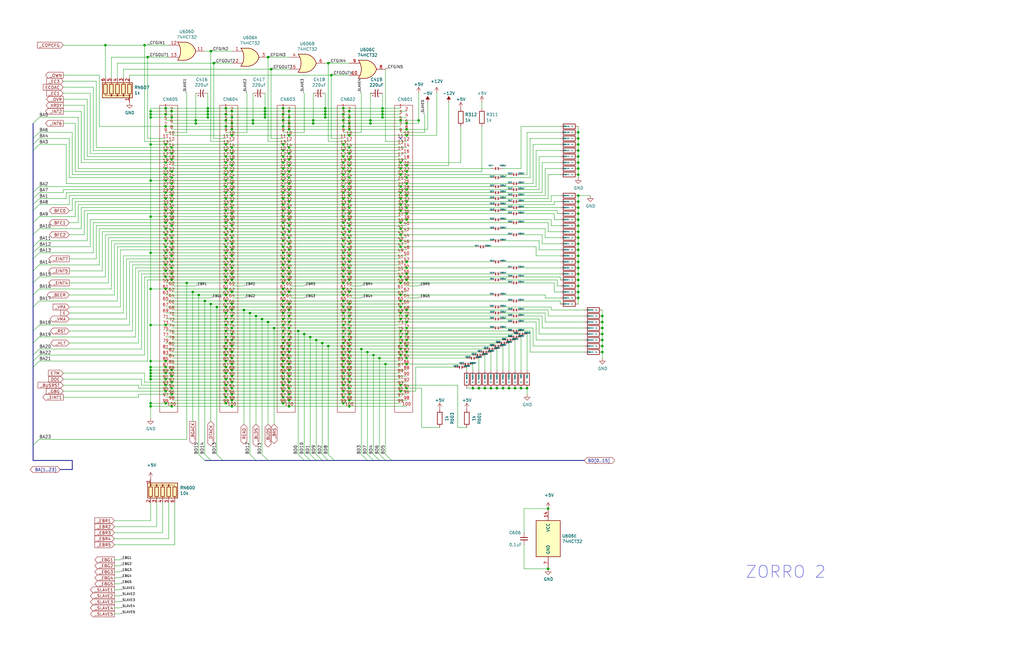
<source format=kicad_sch>
(kicad_sch
	(version 20231120)
	(generator "eeschema")
	(generator_version "8.0")
	(uuid "0c99c29d-9fdc-4ffd-95a6-2d06caf1ac6d")
	(paper "B")
	(title_block
		(title "Amiga 2000 EATX")
		(date "2023-03-10")
		(rev "3.0")
	)
	
	(junction
		(at 168.91 134.62)
		(diameter 0)
		(color 0 0 0 0)
		(uuid "00246124-6817-4b03-82f8-323e418ba7dc")
	)
	(junction
		(at 199.39 163.83)
		(diameter 0)
		(color 0 0 0 0)
		(uuid "00bfc03f-3277-4399-9461-25269b3ae16e")
	)
	(junction
		(at 95.25 93.98)
		(diameter 0)
		(color 0 0 0 0)
		(uuid "00eef5ce-f215-4ffc-90d3-54ec814fe721")
	)
	(junction
		(at 95.25 147.32)
		(diameter 0)
		(color 0 0 0 0)
		(uuid "00ff4e30-59c1-4f13-ab0f-2c164be55f29")
	)
	(junction
		(at 168.91 99.06)
		(diameter 0)
		(color 0 0 0 0)
		(uuid "013bfe2b-7a66-4a5e-80d8-2aa6a51cc1ee")
	)
	(junction
		(at 168.91 93.98)
		(diameter 0)
		(color 0 0 0 0)
		(uuid "015b3853-6ec9-4793-9b06-519576540670")
	)
	(junction
		(at 121.92 82.55)
		(diameter 0)
		(color 0 0 0 0)
		(uuid "01a231a8-3cc3-4cef-a400-c9653d2fba90")
	)
	(junction
		(at 113.03 24.13)
		(diameter 0)
		(color 0 0 0 0)
		(uuid "01c75dd0-5a9f-4818-ac12-4d521c5d68fc")
	)
	(junction
		(at 95.25 53.34)
		(diameter 0)
		(color 0 0 0 0)
		(uuid "0250f5c7-0e6e-4c9b-8c9a-40e463276967")
	)
	(junction
		(at 95.25 119.38)
		(diameter 0)
		(color 0 0 0 0)
		(uuid "02d2718b-244d-48c9-b54f-1f5383c789a1")
	)
	(junction
		(at 121.92 158.75)
		(diameter 0)
		(color 0 0 0 0)
		(uuid "03588f68-098f-4ffb-ba8c-cd8a5678bb84")
	)
	(junction
		(at 147.32 92.71)
		(diameter 0)
		(color 0 0 0 0)
		(uuid "0361e171-fd07-4cb0-b93a-747d5c769d62")
	)
	(junction
		(at 97.79 146.05)
		(diameter 0)
		(color 0 0 0 0)
		(uuid "04872730-76cd-4585-a2af-062edd29f46b")
	)
	(junction
		(at 72.39 163.83)
		(diameter 0)
		(color 0 0 0 0)
		(uuid "057ed6c6-d57b-43ae-851c-bec36931066f")
	)
	(junction
		(at 147.32 158.75)
		(diameter 0)
		(color 0 0 0 0)
		(uuid "05fd5a85-1029-46f2-9e1e-d650339c12fc")
	)
	(junction
		(at 156.21 52.07)
		(diameter 0)
		(color 0 0 0 0)
		(uuid "06138b2d-45c7-4cde-85a9-ef5189398bd1")
	)
	(junction
		(at 72.39 74.93)
		(diameter 0)
		(color 0 0 0 0)
		(uuid "065e5575-3eb9-470d-9c48-bf4786dfba90")
	)
	(junction
		(at 121.92 123.19)
		(diameter 0)
		(color 0 0 0 0)
		(uuid "066b8853-f8b4-477e-9507-0903e775fc6c")
	)
	(junction
		(at 97.79 156.21)
		(diameter 0)
		(color 0 0 0 0)
		(uuid "070342ec-dead-4e12-8558-3db8524da255")
	)
	(junction
		(at 231.14 240.03)
		(diameter 0)
		(color 0 0 0 0)
		(uuid "07065885-22cd-418a-8c66-e40b0d08c5b6")
	)
	(junction
		(at 95.25 144.78)
		(diameter 0)
		(color 0 0 0 0)
		(uuid "07c2a181-f8a0-489b-9066-235e0d973892")
	)
	(junction
		(at 72.39 62.23)
		(diameter 0)
		(color 0 0 0 0)
		(uuid "080e42ac-0620-4e0d-b6b0-d2213762d2b5")
	)
	(junction
		(at 95.25 127)
		(diameter 0)
		(color 0 0 0 0)
		(uuid "0812991d-eebf-4c97-b7a4-bf77c2141c58")
	)
	(junction
		(at 121.92 74.93)
		(diameter 0)
		(color 0 0 0 0)
		(uuid "09ed72d9-66c3-4748-8cdd-bac733f5578b")
	)
	(junction
		(at 144.78 162.56)
		(diameter 0)
		(color 0 0 0 0)
		(uuid "0add1287-8171-4fa4-8c08-9a4566249bb9")
	)
	(junction
		(at 212.09 163.83)
		(diameter 0)
		(color 0 0 0 0)
		(uuid "0b28b6d5-b9db-4128-aca0-433709495703")
	)
	(junction
		(at 156.21 50.8)
		(diameter 0)
		(color 0 0 0 0)
		(uuid "0bcf0f30-6e17-41c1-b1e9-d14e6b18ac4b")
	)
	(junction
		(at 144.78 119.38)
		(diameter 0)
		(color 0 0 0 0)
		(uuid "0c2e516b-a90c-49c6-8969-6a837d7e1803")
	)
	(junction
		(at 119.38 165.1)
		(diameter 0)
		(color 0 0 0 0)
		(uuid "0c4807ba-1ed8-458c-ab65-71a7710fee69")
	)
	(junction
		(at 171.45 82.55)
		(diameter 0)
		(color 0 0 0 0)
		(uuid "0d863466-33ce-4194-b297-e4c7903a76fc")
	)
	(junction
		(at 95.25 60.96)
		(diameter 0)
		(color 0 0 0 0)
		(uuid "0e44a2cf-cd59-4202-9a81-289566f875ce")
	)
	(junction
		(at 72.39 64.77)
		(diameter 0)
		(color 0 0 0 0)
		(uuid "0e517214-ac7f-4d3e-858e-98f177b0cc41")
	)
	(junction
		(at 95.25 71.12)
		(diameter 0)
		(color 0 0 0 0)
		(uuid "0edb81c5-553a-4ccf-9b45-071a9caa8d5a")
	)
	(junction
		(at 147.32 67.31)
		(diameter 0)
		(color 0 0 0 0)
		(uuid "0f6219f2-c76b-4a12-b64a-104d507f90bd")
	)
	(junction
		(at 119.38 88.9)
		(diameter 0)
		(color 0 0 0 0)
		(uuid "0f64bda0-a8be-46b1-be4a-3027578f3f98")
	)
	(junction
		(at 119.38 101.6)
		(diameter 0)
		(color 0 0 0 0)
		(uuid "0f804292-744e-4371-a14a-6495ce60c3bd")
	)
	(junction
		(at 147.32 151.13)
		(diameter 0)
		(color 0 0 0 0)
		(uuid "0fd66a3a-1a67-4416-8534-b491cdc7fe73")
	)
	(junction
		(at 144.78 132.08)
		(diameter 0)
		(color 0 0 0 0)
		(uuid "0fd9817a-c59d-4b96-868c-f400382c55a0")
	)
	(junction
		(at 171.45 148.59)
		(diameter 0)
		(color 0 0 0 0)
		(uuid "10b1368b-d3c7-4aba-9f71-4b2da14651bd")
	)
	(junction
		(at 119.38 86.36)
		(diameter 0)
		(color 0 0 0 0)
		(uuid "1108a70a-9827-4443-82af-b3c5f54732a3")
	)
	(junction
		(at 86.36 127)
		(diameter 0)
		(color 0 0 0 0)
		(uuid "1115e0ed-58f6-4ff0-a0c7-1371171f28aa")
	)
	(junction
		(at 97.79 118.11)
		(diameter 0)
		(color 0 0 0 0)
		(uuid "114443fb-77a0-4aee-9a5c-a0a0f83eef1e")
	)
	(junction
		(at 97.79 97.79)
		(diameter 0)
		(color 0 0 0 0)
		(uuid "11685031-425d-4467-b7c1-1fb2d8f1a801")
	)
	(junction
		(at 147.32 82.55)
		(diameter 0)
		(color 0 0 0 0)
		(uuid "1174c56a-8ccf-4650-8728-c593f095796b")
	)
	(junction
		(at 95.25 142.24)
		(diameter 0)
		(color 0 0 0 0)
		(uuid "118e98c5-fb34-4ef3-b68e-662495038714")
	)
	(junction
		(at 69.85 109.22)
		(diameter 0)
		(color 0 0 0 0)
		(uuid "11a4a516-f83d-48b7-8a43-0080ca558890")
	)
	(junction
		(at 243.84 100.33)
		(diameter 0)
		(color 0 0 0 0)
		(uuid "13a198ed-e6e1-4985-8bd1-d0e8bdc22d05")
	)
	(junction
		(at 63.5 121.92)
		(diameter 0)
		(color 0 0 0 0)
		(uuid "13b4a0b2-ca09-4984-a508-ff0b1cc00aee")
	)
	(junction
		(at 95.25 170.18)
		(diameter 0)
		(color 0 0 0 0)
		(uuid "14f5d244-21d8-403e-b56f-2a3ee63b5509")
	)
	(junction
		(at 171.45 130.81)
		(diameter 0)
		(color 0 0 0 0)
		(uuid "16426fc7-fd41-4ad8-937e-5fbd9a234483")
	)
	(junction
		(at 95.25 63.5)
		(diameter 0)
		(color 0 0 0 0)
		(uuid "169485ff-ba73-4277-af78-4a199dff9dec")
	)
	(junction
		(at 144.78 71.12)
		(diameter 0)
		(color 0 0 0 0)
		(uuid "17c7609a-6833-4131-9527-6ccb461ffe84")
	)
	(junction
		(at 121.92 46.99)
		(diameter 0)
		(color 0 0 0 0)
		(uuid "17eb1b95-fae8-47aa-b440-838fe5add994")
	)
	(junction
		(at 144.78 48.26)
		(diameter 0)
		(color 0 0 0 0)
		(uuid "1800ae18-053c-4759-8425-b0633c57dccb")
	)
	(junction
		(at 121.92 107.95)
		(diameter 0)
		(color 0 0 0 0)
		(uuid "18c9869a-478c-450d-85dc-1dc9fd433e87")
	)
	(junction
		(at 144.78 104.14)
		(diameter 0)
		(color 0 0 0 0)
		(uuid "1969d44c-0a6a-4890-9e75-e05b4643e58a")
	)
	(junction
		(at 111.76 48.26)
		(diameter 0)
		(color 0 0 0 0)
		(uuid "19be0e1d-ba25-45ea-8091-6f7041ee06cc")
	)
	(junction
		(at 97.79 90.17)
		(diameter 0)
		(color 0 0 0 0)
		(uuid "1ad37728-0ae9-4683-b2b6-f369f5feb756")
	)
	(junction
		(at 168.91 101.6)
		(diameter 0)
		(color 0 0 0 0)
		(uuid "1b2cde6a-1680-4b6b-a9dd-52345016d48d")
	)
	(junction
		(at 97.79 130.81)
		(diameter 0)
		(color 0 0 0 0)
		(uuid "1bd3e70a-8593-441e-9ce8-d397613c2816")
	)
	(junction
		(at 121.92 153.67)
		(diameter 0)
		(color 0 0 0 0)
		(uuid "1bf6a3c1-0ede-4839-b394-774fa96e1dfc")
	)
	(junction
		(at 119.38 157.48)
		(diameter 0)
		(color 0 0 0 0)
		(uuid "1c3badd8-89bd-4225-8206-e270174ea698")
	)
	(junction
		(at 147.32 69.85)
		(diameter 0)
		(color 0 0 0 0)
		(uuid "1dbd57a4-6589-4aae-a1c0-d6a5a19e5972")
	)
	(junction
		(at 139.7 31.75)
		(diameter 0)
		(color 0 0 0 0)
		(uuid "1e336ef5-193c-4b6b-8a1a-658de33c33d9")
	)
	(junction
		(at 119.38 93.98)
		(diameter 0)
		(color 0 0 0 0)
		(uuid "1ef781d3-7926-4f85-8500-6f6cbe66c5e2")
	)
	(junction
		(at 144.78 81.28)
		(diameter 0)
		(color 0 0 0 0)
		(uuid "1f2c7f58-c604-4852-a38c-5649f9a0e6ac")
	)
	(junction
		(at 121.92 105.41)
		(diameter 0)
		(color 0 0 0 0)
		(uuid "1f392e13-8d32-4a0e-bd73-5624a7b1c00c")
	)
	(junction
		(at 147.32 46.99)
		(diameter 0)
		(color 0 0 0 0)
		(uuid "201500fb-1736-47a1-90f9-dd773912bf56")
	)
	(junction
		(at 97.79 67.31)
		(diameter 0)
		(color 0 0 0 0)
		(uuid "2049d801-48bd-45c9-b4e7-118abe3daabf")
	)
	(junction
		(at 119.38 160.02)
		(diameter 0)
		(color 0 0 0 0)
		(uuid "20cb933b-1ed0-4c33-8e04-12d58d7dad25")
	)
	(junction
		(at 95.25 157.48)
		(diameter 0)
		(color 0 0 0 0)
		(uuid "20e8de22-bff8-4eeb-9365-1d2957c65ef1")
	)
	(junction
		(at 121.92 64.77)
		(diameter 0)
		(color 0 0 0 0)
		(uuid "215393b5-5e9a-42a1-9506-1fd63740b52f")
	)
	(junction
		(at 69.85 76.2)
		(diameter 0)
		(color 0 0 0 0)
		(uuid "2183c53f-e1ed-44f5-bc9a-7be3e23bab64")
	)
	(junction
		(at 209.55 163.83)
		(diameter 0)
		(color 0 0 0 0)
		(uuid "234bb361-aba9-48d3-a025-91df88fab497")
	)
	(junction
		(at 254 146.05)
		(diameter 0)
		(color 0 0 0 0)
		(uuid "238c4439-790e-4599-b7ba-c78ca22c071a")
	)
	(junction
		(at 121.92 138.43)
		(diameter 0)
		(color 0 0 0 0)
		(uuid "2457a30e-1399-40df-8874-3cc45417e435")
	)
	(junction
		(at 147.32 113.03)
		(diameter 0)
		(color 0 0 0 0)
		(uuid "24f7414a-f06f-49bb-a173-f7db5b6fd9d4")
	)
	(junction
		(at 69.85 68.58)
		(diameter 0)
		(color 0 0 0 0)
		(uuid "26d4b618-ee59-47a9-93bf-6fce95d5249c")
	)
	(junction
		(at 72.39 110.49)
		(diameter 0)
		(color 0 0 0 0)
		(uuid "27fddf31-b953-44a3-87ca-c767c32acbee")
	)
	(junction
		(at 171.45 143.51)
		(diameter 0)
		(color 0 0 0 0)
		(uuid "28921ea1-b412-4b47-8c4a-70a0cf7e8e76")
	)
	(junction
		(at 69.85 157.48)
		(diameter 0)
		(color 0 0 0 0)
		(uuid "2993d43c-657c-4899-a206-b6c7f48f4e72")
	)
	(junction
		(at 88.9 128.27)
		(diameter 0)
		(color 0 0 0 0)
		(uuid "29a959a8-71ab-4015-903a-ace9b2763ade")
	)
	(junction
		(at 72.39 92.71)
		(diameter 0)
		(color 0 0 0 0)
		(uuid "29b7529c-f959-4834-80e2-735d618c5d39")
	)
	(junction
		(at 95.25 132.08)
		(diameter 0)
		(color 0 0 0 0)
		(uuid "2b0efb78-3e6a-4c44-996b-53fb9a94160b")
	)
	(junction
		(at 147.32 130.81)
		(diameter 0)
		(color 0 0 0 0)
		(uuid "2c4d3623-6334-4084-b21f-2f7a579e6dca")
	)
	(junction
		(at 63.5 106.68)
		(diameter 0)
		(color 0 0 0 0)
		(uuid "2de3335b-fe9c-4108-8f8f-59152a25a791")
	)
	(junction
		(at 95.25 137.16)
		(diameter 0)
		(color 0 0 0 0)
		(uuid "2decaa20-b1e2-443d-89f3-e520cf7eb7cd")
	)
	(junction
		(at 243.84 66.04)
		(diameter 0)
		(color 0 0 0 0)
		(uuid "2eb419c5-c331-4d89-8e5e-65eebf262b68")
	)
	(junction
		(at 144.78 137.16)
		(diameter 0)
		(color 0 0 0 0)
		(uuid "2ee71231-956b-4b2d-9f70-01754e2d30a0")
	)
	(junction
		(at 95.25 88.9)
		(diameter 0)
		(color 0 0 0 0)
		(uuid "3096b287-992a-4c4b-9944-4099a5fa3462")
	)
	(junction
		(at 111.76 45.72)
		(diameter 0)
		(color 0 0 0 0)
		(uuid "30b2cb75-cf41-4d6a-a23f-2c01957ef883")
	)
	(junction
		(at 72.39 49.53)
		(diameter 0)
		(color 0 0 0 0)
		(uuid "3143ff03-b9d4-425d-97ef-8a51f58d419a")
	)
	(junction
		(at 161.29 49.53)
		(diameter 0)
		(color 0 0 0 0)
		(uuid "31e27ece-bf8c-45ca-91a8-07dbc32fb937")
	)
	(junction
		(at 147.32 105.41)
		(diameter 0)
		(color 0 0 0 0)
		(uuid "31f944ff-aa1d-4f82-ab18-b8d350b2109e")
	)
	(junction
		(at 168.91 81.28)
		(diameter 0)
		(color 0 0 0 0)
		(uuid "3385fc6e-a367-4dcb-a986-e769ffac8af0")
	)
	(junction
		(at 147.32 85.09)
		(diameter 0)
		(color 0 0 0 0)
		(uuid "3470a120-5abf-4856-b325-228969a35a4f")
	)
	(junction
		(at 119.38 127)
		(diameter 0)
		(color 0 0 0 0)
		(uuid "349c0b40-f817-4f99-8518-07b1ad6ce976")
	)
	(junction
		(at 119.38 170.18)
		(diameter 0)
		(color 0 0 0 0)
		(uuid "3508f762-b230-4caa-88df-2b0444b194b9")
	)
	(junction
		(at 72.39 161.29)
		(diameter 0)
		(color 0 0 0 0)
		(uuid "35cc49e4-82d4-479b-8fdb-3a4a6315ef8d")
	)
	(junction
		(at 119.38 121.92)
		(diameter 0)
		(color 0 0 0 0)
		(uuid "360e7c14-ccec-4f31-8ad8-4391602517a1")
	)
	(junction
		(at 168.91 73.66)
		(diameter 0)
		(color 0 0 0 0)
		(uuid "362bc80a-ad65-4b53-b9f5-ce843e70c3b8")
	)
	(junction
		(at 147.32 49.53)
		(diameter 0)
		(color 0 0 0 0)
		(uuid "3668901c-bc90-4b2c-be94-f16f582c6252")
	)
	(junction
		(at 147.32 72.39)
		(diameter 0)
		(color 0 0 0 0)
		(uuid "375c35bf-9dc6-4f82-90fe-af934e7354b2")
	)
	(junction
		(at 119.38 53.34)
		(diameter 0)
		(color 0 0 0 0)
		(uuid "37ba450c-d5e2-411d-a2f3-cfcec87fa238")
	)
	(junction
		(at 63.5 160.02)
		(diameter 0)
		(color 0 0 0 0)
		(uuid "38e859e3-3147-4a0b-89e1-508f3599b504")
	)
	(junction
		(at 95.25 124.46)
		(diameter 0)
		(color 0 0 0 0)
		(uuid "393e5daa-d6c4-4f63-88a5-984d17426ab7")
	)
	(junction
		(at 147.32 57.15)
		(diameter 0)
		(color 0 0 0 0)
		(uuid "39843d4d-732f-48c5-b0c7-b02f5ad287e0")
	)
	(junction
		(at 119.38 119.38)
		(diameter 0)
		(color 0 0 0 0)
		(uuid "3ae89bac-b518-4235-a29b-a5f2d2b3faea")
	)
	(junction
		(at 137.16 49.53)
		(diameter 0)
		(color 0 0 0 0)
		(uuid "3b14989d-7827-4474-b589-5e6425480f05")
	)
	(junction
		(at 121.92 146.05)
		(diameter 0)
		(color 0 0 0 0)
		(uuid "3c00784c-cf79-4107-a16f-c7bb05892a68")
	)
	(junction
		(at 69.85 165.1)
		(diameter 0)
		(color 0 0 0 0)
		(uuid "3d6d3d33-6675-43d6-be64-29543e23b505")
	)
	(junction
		(at 95.25 83.82)
		(diameter 0)
		(color 0 0 0 0)
		(uuid "3da7067d-66f3-428f-9021-94969ebdf560")
	)
	(junction
		(at 144.78 96.52)
		(diameter 0)
		(color 0 0 0 0)
		(uuid "3db4089a-ba05-47d5-ad62-0f1efee42543")
	)
	(junction
		(at 157.48 149.86)
		(diameter 0)
		(color 0 0 0 0)
		(uuid "3df4bd33-3e38-4317-baee-35d1686b8e96")
	)
	(junction
		(at 168.91 127)
		(diameter 0)
		(color 0 0 0 0)
		(uuid "3e0842ac-5645-485b-b006-a4c8ffab1ff5")
	)
	(junction
		(at 147.32 171.45)
		(diameter 0)
		(color 0 0 0 0)
		(uuid "3e0a07b0-4ff7-4ae0-90ae-601058a58cc6")
	)
	(junction
		(at 95.25 91.44)
		(diameter 0)
		(color 0 0 0 0)
		(uuid "3e714d61-726e-4694-bb2d-f3470d0fd0c7")
	)
	(junction
		(at 147.32 143.51)
		(diameter 0)
		(color 0 0 0 0)
		(uuid "3e89ee4e-25c4-466e-8805-b39e0ec21d30")
	)
	(junction
		(at 72.39 97.79)
		(diameter 0)
		(color 0 0 0 0)
		(uuid "3e985985-b655-4efd-a715-4b1950ccfc23")
	)
	(junction
		(at 97.79 49.53)
		(diameter 0)
		(color 0 0 0 0)
		(uuid "3f157ec5-faff-46ad-b0ea-7c7f9f94dce0")
	)
	(junction
		(at 147.32 110.49)
		(diameter 0)
		(color 0 0 0 0)
		(uuid "412e1abf-25e0-4d48-944c-52c221d98fe7")
	)
	(junction
		(at 121.92 57.15)
		(diameter 0)
		(color 0 0 0 0)
		(uuid "41edf315-ddc9-4990-9381-acfb75540098")
	)
	(junction
		(at 95.25 104.14)
		(diameter 0)
		(color 0 0 0 0)
		(uuid "420f3728-ff5f-4ff0-a795-47d8540fe96d")
	)
	(junction
		(at 97.79 168.91)
		(diameter 0)
		(color 0 0 0 0)
		(uuid "4215981a-5df6-4f17-bcd4-4420b1bccf2a")
	)
	(junction
		(at 113.03 135.89)
		(diameter 0)
		(color 0 0 0 0)
		(uuid "4232d8d6-5597-4b70-8337-d410c9985b0b")
	)
	(junction
		(at 161.29 45.72)
		(diameter 0)
		(color 0 0 0 0)
		(uuid "4239d1e1-3afd-4d2a-b753-fe6196e512c4")
	)
	(junction
		(at 168.91 50.8)
		(diameter 0)
		(color 0 0 0 0)
		(uuid "4259eb49-2ae2-423a-ad04-99b2d41bdd45")
	)
	(junction
		(at 121.92 100.33)
		(diameter 0)
		(color 0 0 0 0)
		(uuid "42a4eccf-b5b3-4549-ac89-760a0a2387f7")
	)
	(junction
		(at 95.25 154.94)
		(diameter 0)
		(color 0 0 0 0)
		(uuid "42b2374a-0b6b-45e1-8239-558b9d8149f2")
	)
	(junction
		(at 168.91 71.12)
		(diameter 0)
		(color 0 0 0 0)
		(uuid "42c55812-c4ff-44df-8507-417cb3ef14d1")
	)
	(junction
		(at 119.38 167.64)
		(diameter 0)
		(color 0 0 0 0)
		(uuid "42dc181a-4773-416d-ac40-a48952ad20e3")
	)
	(junction
		(at 69.85 106.68)
		(diameter 0)
		(color 0 0 0 0)
		(uuid "42f06119-ed65-4bb7-ae0d-4c5ca666a525")
	)
	(junction
		(at 144.78 147.32)
		(diameter 0)
		(color 0 0 0 0)
		(uuid "44744203-430b-4ab3-a3a0-6471823f7dc2")
	)
	(junction
		(at 69.85 45.72)
		(diameter 0)
		(color 0 0 0 0)
		(uuid "44ac8c04-1536-45df-b552-793869743e61")
	)
	(junction
		(at 119.38 63.5)
		(diameter 0)
		(color 0 0 0 0)
		(uuid "44f7320b-f4e9-43e1-b2bd-ee4e716c1ccb")
	)
	(junction
		(at 254 133.35)
		(diameter 0)
		(color 0 0 0 0)
		(uuid "45df0c03-3e58-4eef-bf78-2b6bfab95cfd")
	)
	(junction
		(at 72.39 118.11)
		(diameter 0)
		(color 0 0 0 0)
		(uuid "4692c87d-9135-464f-ba47-82c8ae9dc146")
	)
	(junction
		(at 121.92 54.61)
		(diameter 0)
		(color 0 0 0 0)
		(uuid "46ebee65-3803-46a1-95f7-6bf6d26e61cd")
	)
	(junction
		(at 168.91 144.78)
		(diameter 0)
		(color 0 0 0 0)
		(uuid "47343a2a-37b8-4640-b16a-eee210ae0a24")
	)
	(junction
		(at 243.84 92.71)
		(diameter 0)
		(color 0 0 0 0)
		(uuid "47962300-f740-42ce-90e8-a47d3bb9e730")
	)
	(junction
		(at 69.85 152.4)
		(diameter 0)
		(color 0 0 0 0)
		(uuid "4872fe29-3ced-4247-af8e-05ab45497bed")
	)
	(junction
		(at 171.45 133.35)
		(diameter 0)
		(color 0 0 0 0)
		(uuid "497b64d4-88a5-4970-9d8a-16b9217e100f")
	)
	(junction
		(at 97.79 52.07)
		(diameter 0)
		(color 0 0 0 0)
		(uuid "4981f214-fc36-4340-af46-7539d7937b6f")
	)
	(junction
		(at 95.25 165.1)
		(diameter 0)
		(color 0 0 0 0)
		(uuid "49ee11ee-e559-4b33-9412-a074d79335b6")
	)
	(junction
		(at 121.92 130.81)
		(diameter 0)
		(color 0 0 0 0)
		(uuid "4aa6d1cf-4fb4-4efe-abb8-98d11fd70f09")
	)
	(junction
		(at 63.5 76.2)
		(diameter 0)
		(color 0 0 0 0)
		(uuid "4ab29b61-c774-40cb-92aa-3cb3407433b7")
	)
	(junction
		(at 147.32 133.35)
		(diameter 0)
		(color 0 0 0 0)
		(uuid "4af68af4-724d-44bb-92dc-2e5a83b7d4a3")
	)
	(junction
		(at 95.25 121.92)
		(diameter 0)
		(color 0 0 0 0)
		(uuid "4b293d77-71c6-4079-87a6-852381624ae3")
	)
	(junction
		(at 137.16 45.72)
		(diameter 0)
		(color 0 0 0 0)
		(uuid "4b2ba9ca-40a4-48f5-ac57-16c0707dc071")
	)
	(junction
		(at 72.39 115.57)
		(diameter 0)
		(color 0 0 0 0)
		(uuid "4b8d42bd-4f2b-40fd-9e49-7614e7fe8c23")
	)
	(junction
		(at 97.79 128.27)
		(diameter 0)
		(color 0 0 0 0)
		(uuid "4bb8b2e7-ba09-44ba-bdca-12c0758b32dc")
	)
	(junction
		(at 144.78 91.44)
		(diameter 0)
		(color 0 0 0 0)
		(uuid "4bcd3dd0-c144-420d-b15a-e30fb2ccfa79")
	)
	(junction
		(at 119.38 162.56)
		(diameter 0)
		(color 0 0 0 0)
		(uuid "4bce1834-53f4-45bd-8d42-3505f506263b")
	)
	(junction
		(at 69.85 88.9)
		(diameter 0)
		(color 0 0 0 0)
		(uuid "4bedbf5a-b7c5-48e5-9737-1ae237fb0102")
	)
	(junction
		(at 144.78 45.72)
		(diameter 0)
		(color 0 0 0 0)
		(uuid "4c111467-e712-4da0-9518-6587e6c89c6f")
	)
	(junction
		(at 243.84 107.95)
		(diameter 0)
		(color 0 0 0 0)
		(uuid "4c9ad197-cbd4-4f02-b70b-b623ec0250c1")
	)
	(junction
		(at 87.63 49.53)
		(diameter 0)
		(color 0 0 0 0)
		(uuid "4cbcd9bc-cb0f-4802-9a38-64e8659e8bf4")
	)
	(junction
		(at 119.38 68.58)
		(diameter 0)
		(color 0 0 0 0)
		(uuid "4cfeb4f3-36a0-49ce-b07b-c7835729175f")
	)
	(junction
		(at 243.84 58.42)
		(diameter 0)
		(color 0 0 0 0)
		(uuid "4de6700f-1f15-4421-85b9-a4b903253126")
	)
	(junction
		(at 119.38 66.04)
		(diameter 0)
		(color 0 0 0 0)
		(uuid "4e010ba5-b863-4267-b413-c4996eff7451")
	)
	(junction
		(at 144.78 160.02)
		(diameter 0)
		(color 0 0 0 0)
		(uuid "4e5135d5-e3b7-4534-aa18-b9203b3b249f")
	)
	(junction
		(at 121.92 92.71)
		(diameter 0)
		(color 0 0 0 0)
		(uuid "5064037d-8467-42f4-9903-f160a04b804b")
	)
	(junction
		(at 69.85 111.76)
		(diameter 0)
		(color 0 0 0 0)
		(uuid "50677625-dcc8-49da-829d-2feeedd0f958")
	)
	(junction
		(at 171.45 146.05)
		(diameter 0)
		(color 0 0 0 0)
		(uuid "51486e93-0ae5-4dc1-8785-e479ad54eb0a")
	)
	(junction
		(at 147.32 135.89)
		(diameter 0)
		(color 0 0 0 0)
		(uuid "5295cee3-222e-4c24-958f-44a6f063cc87")
	)
	(junction
		(at 69.85 60.96)
		(diameter 0)
		(color 0 0 0 0)
		(uuid "530ac18c-2fac-4a83-8725-b28019706e53")
	)
	(junction
		(at 144.78 121.92)
		(diameter 0)
		(color 0 0 0 0)
		(uuid "531dcb90-7588-49e6-92a3-3ebaa46fe53f")
	)
	(junction
		(at 95.25 139.7)
		(diameter 0)
		(color 0 0 0 0)
		(uuid "544270e6-4e23-4218-9ae3-2ef831c53d51")
	)
	(junction
		(at 119.38 76.2)
		(diameter 0)
		(color 0 0 0 0)
		(uuid "54605971-c76d-4270-999f-ebd09d74f51b")
	)
	(junction
		(at 121.92 62.23)
		(diameter 0)
		(color 0 0 0 0)
		(uuid "5477f91f-df84-486c-85e3-87a47182919f")
	)
	(junction
		(at 171.45 90.17)
		(diameter 0)
		(color 0 0 0 0)
		(uuid "54eda090-0d2c-4822-bca5-773ae9c4e192")
	)
	(junction
		(at 168.91 124.46)
		(diameter 0)
		(color 0 0 0 0)
		(uuid "550ed68d-191f-432f-b024-6d9ac2b36375")
	)
	(junction
		(at 63.5 170.18)
		(diameter 0)
		(color 0 0 0 0)
		(uuid "55868225-4fbf-4a4e-9300-a486340f15e7")
	)
	(junction
		(at 97.79 64.77)
		(diameter 0)
		(color 0 0 0 0)
		(uuid "55d01cb3-71c2-4038-8cbd-f5d07d322fea")
	)
	(junction
		(at 171.45 72.39)
		(diameter 0)
		(color 0 0 0 0)
		(uuid "5664777b-02db-4332-a366-aa193c167447")
	)
	(junction
		(at 154.94 148.59)
		(diameter 0)
		(color 0 0 0 0)
		(uuid "56dcc5d9-5c37-4f8d-b7e8-d081f7381232")
	)
	(junction
		(at 72.39 158.75)
		(diameter 0)
		(color 0 0 0 0)
		(uuid "56fadbf5-edae-40a4-87db-df7f18565794")
	)
	(junction
		(at 132.08 50.8)
		(diameter 0)
		(color 0 0 0 0)
		(uuid "57e2166b-ec2f-4c64-b90b-1bcf2ce2a70b")
	)
	(junction
		(at 72.39 72.39)
		(diameter 0)
		(color 0 0 0 0)
		(uuid "58c10943-78b7-4b9d-867c-30c8e61c2b53")
	)
	(junction
		(at 168.91 129.54)
		(diameter 0)
		(color 0 0 0 0)
		(uuid "59165d87-4dd6-40db-b420-34ec89cc2e6b")
	)
	(junction
		(at 69.85 101.6)
		(diameter 0)
		(color 0 0 0 0)
		(uuid "595c3cd5-8e72-45c4-a43e-43d49c2768e7")
	)
	(junction
		(at 119.38 81.28)
		(diameter 0)
		(color 0 0 0 0)
		(uuid "5971ff29-6ee3-40f8-8385-64b4178b3d39")
	)
	(junction
		(at 63.5 154.94)
		(diameter 0)
		(color 0 0 0 0)
		(uuid "5a08b89a-9bb3-43d1-9bbd-a957194bb6fb")
	)
	(junction
		(at 231.14 214.63)
		(diameter 0)
		(color 0 0 0 0)
		(uuid "5a35f4e2-2139-45db-8c38-d89f556b6015")
	)
	(junction
		(at 95.25 167.64)
		(diameter 0)
		(color 0 0 0 0)
		(uuid "5a6caa06-f9c0-493c-8b06-9929ce81732d")
	)
	(junction
		(at 243.84 95.25)
		(diameter 0)
		(color 0 0 0 0)
		(uuid "5ad03711-5c65-47cd-b944-3489529fa252")
	)
	(junction
		(at 171.45 110.49)
		(diameter 0)
		(color 0 0 0 0)
		(uuid "5b01a543-5aad-4bea-877f-b387f7152b17")
	)
	(junction
		(at 254 148.59)
		(diameter 0)
		(color 0 0 0 0)
		(uuid "5b0ac35c-0b93-481c-b4c7-a3cd23b16335")
	)
	(junction
		(at 147.32 123.19)
		(diameter 0)
		(color 0 0 0 0)
		(uuid "5b68d54a-1ee9-4df0-b507-8b7d9c14a984")
	)
	(junction
		(at 119.38 50.8)
		(diameter 0)
		(color 0 0 0 0)
		(uuid "5b7cf975-0ded-4bd4-92e5-7cab320a82ee")
	)
	(junction
		(at 95.25 109.22)
		(diameter 0)
		(color 0 0 0 0)
		(uuid "5bb2f929-c145-48b2-985f-7500341ae6e6")
	)
	(junction
		(at 119.38 109.22)
		(diameter 0)
		(color 0 0 0 0)
		(uuid "5be33201-d20a-412e-8b3c-6436ade510b3")
	)
	(junction
		(at 119.38 111.76)
		(diameter 0)
		(color 0 0 0 0)
		(uuid "5c73c43e-e4a2-449e-85f1-29376f00ed98")
	)
	(junction
		(at 119.38 60.96)
		(diameter 0)
		(color 0 0 0 0)
		(uuid "5cad87f5-72df-46a9-a97f-9d2ca1c096c1")
	)
	(junction
		(at 144.78 106.68)
		(diameter 0)
		(color 0 0 0 0)
		(uuid "5ded516d-2d90-4dec-ad2d-2a0fd8dec327")
	)
	(junction
		(at 144.78 50.8)
		(diameter 0)
		(color 0 0 0 0)
		(uuid "5e77b933-3bed-4232-a419-262ecf8db8d1")
	)
	(junction
		(at 72.39 67.31)
		(diameter 0)
		(color 0 0 0 0)
		(uuid "5f5d5971-54f7-4b47-b128-133be7f8f5c8")
	)
	(junction
		(at 69.85 78.74)
		(diameter 0)
		(color 0 0 0 0)
		(uuid "60a0d9f4-015a-46a1-95d9-63b244996595")
	)
	(junction
		(at 95.25 66.04)
		(diameter 0)
		(color 0 0 0 0)
		(uuid "60ba61f0-f503-425e-8159-662d2f62fc3a")
	)
	(junction
		(at 243.84 113.03)
		(diameter 0)
		(color 0 0 0 0)
		(uuid "6120d6df-a775-470e-a710-5e5af1938cba")
	)
	(junction
		(at 144.78 78.74)
		(diameter 0)
		(color 0 0 0 0)
		(uuid "625671e4-89bf-4004-bf35-7cfbd59d73f7")
	)
	(junction
		(at 168.91 78.74)
		(diameter 0)
		(color 0 0 0 0)
		(uuid "62712483-1f2c-4b9b-860e-802c43751eeb")
	)
	(junction
		(at 168.91 142.24)
		(diameter 0)
		(color 0 0 0 0)
		(uuid "6342cc06-728f-43a8-8905-75eb66dcf45a")
	)
	(junction
		(at 138.43 26.67)
		(diameter 0)
		(color 0 0 0 0)
		(uuid "638f74ae-48cb-42e8-866e-1f37f36632c0")
	)
	(junction
		(at 81.28 123.19)
		(diameter 0)
		(color 0 0 0 0)
		(uuid "63e2108d-9366-4a3e-ac4a-4ae0e7318b14")
	)
	(junction
		(at 144.78 114.3)
		(diameter 0)
		(color 0 0 0 0)
		(uuid "64dd8e23-c0a8-4cdd-8f5e-297ccf479862")
	)
	(junction
		(at 97.79 140.97)
		(diameter 0)
		(color 0 0 0 0)
		(uuid "650db175-5b87-4e7c-b3a9-899777c4f308")
	)
	(junction
		(at 138.43 146.05)
		(diameter 0)
		(color 0 0 0 0)
		(uuid "6541b39f-e2f7-4041-be27-54fbdbc90efe")
	)
	(junction
		(at 44.45 19.05)
		(diameter 0)
		(color 0 0 0 0)
		(uuid "65a6ac39-e493-4dfa-9f33-edab007aa3b4")
	)
	(junction
		(at 119.38 139.7)
		(diameter 0)
		(color 0 0 0 0)
		(uuid "667d4a50-ee60-4a68-b13e-ae8ca8e09dba")
	)
	(junction
		(at 95.25 162.56)
		(diameter 0)
		(color 0 0 0 0)
		(uuid "66caf3f6-e992-42ad-93b0-874c9af8639b")
	)
	(junction
		(at 147.32 100.33)
		(diameter 0)
		(color 0 0 0 0)
		(uuid "66d4c142-e804-4237-851b-89b6944b3a9b")
	)
	(junction
		(at 69.85 121.92)
		(diameter 0)
		(color 0 0 0 0)
		(uuid "68672acb-1313-48e5-a3ea-af45d81578b3")
	)
	(junction
		(at 82.55 52.07)
		(diameter 0)
		(color 0 0 0 0)
		(uuid "6867c2bb-2981-462c-93ce-9e322e832840")
	)
	(junction
		(at 121.92 90.17)
		(diameter 0)
		(color 0 0 0 0)
		(uuid "687918d5-b664-44f7-8118-e63ce0dba156")
	)
	(junction
		(at 69.85 81.28)
		(diameter 0)
		(color 0 0 0 0)
		(uuid "68882603-3b32-4b06-ae9a-7162d0156c7e")
	)
	(junction
		(at 121.92 52.07)
		(diameter 0)
		(color 0 0 0 0)
		(uuid "68a5bd41-fd4f-46bc-967b-2efa8b46ac4c")
	)
	(junction
		(at 97.79 153.67)
		(diameter 0)
		(color 0 0 0 0)
		(uuid "68afada3-9ffd-4cbb-9987-b45345abad57")
	)
	(junction
		(at 97.79 82.55)
		(diameter 0)
		(color 0 0 0 0)
		(uuid "6999a8f3-8954-4d5e-8dfd-b9ccab38f049")
	)
	(junction
		(at 147.32 146.05)
		(diameter 0)
		(color 0 0 0 0)
		(uuid "69f673b0-69e3-43e1-8edd-db519c23e10d")
	)
	(junction
		(at 95.25 106.68)
		(diameter 0)
		(color 0 0 0 0)
		(uuid "6a9bb588-16da-4eb9-8148-6aa3b8529a24")
	)
	(junction
		(at 95.25 78.74)
		(diameter 0)
		(color 0 0 0 0)
		(uuid "6ad48d5f-b22d-474c-a517-936d5a3c0402")
	)
	(junction
		(at 106.68 52.07)
		(diameter 0)
		(color 0 0 0 0)
		(uuid "6d1c9075-1df4-4184-b4f2-abbe33417e7d")
	)
	(junction
		(at 171.45 153.67)
		(diameter 0)
		(color 0 0 0 0)
		(uuid "6d74a3ea-4be6-47a6-aac9-f080eef366ee")
	)
	(junction
		(at 97.79 92.71)
		(diameter 0)
		(color 0 0 0 0)
		(uuid "6eb6543b-ebb7-4bf0-9719-347e4030ec0e")
	)
	(junction
		(at 144.78 142.24)
		(diameter 0)
		(color 0 0 0 0)
		(uuid "6ece7343-da0f-4c53-895f-0c832b5c5484")
	)
	(junction
		(at 95.25 99.06)
		(diameter 0)
		(color 0 0 0 0)
		(uuid "6eebfbf7-6fd5-4f29-8ba9-7a5b03d1af59")
	)
	(junction
		(at 119.38 154.94)
		(diameter 0)
		(color 0 0 0 0)
		(uuid "6ef116f3-a3f0-4e0a-9970-a3cfdaf7af97")
	)
	(junction
		(at 95.25 114.3)
		(diameter 0)
		(color 0 0 0 0)
		(uuid "70a0544d-7740-4895-ba92-d8826dbcfbe7")
	)
	(junction
		(at 171.45 135.89)
		(diameter 0)
		(color 0 0 0 0)
		(uuid "70b16865-d668-414a-9637-4cdc9d38ce69")
	)
	(junction
		(at 97.79 166.37)
		(diameter 0)
		(color 0 0 0 0)
		(uuid "70bc045b-1116-4493-8342-41f240eeaeb8")
	)
	(junction
		(at 171.45 138.43)
		(diameter 0)
		(color 0 0 0 0)
		(uuid "70e98764-f04a-46aa-8748-0097c7dd7f07")
	)
	(junction
		(at 121.92 110.49)
		(diameter 0)
		(color 0 0 0 0)
		(uuid "70ed98c1-78e2-4943-9669-07d438fcf1bb")
	)
	(junction
		(at 128.27 140.97)
		(diameter 0)
		(color 0 0 0 0)
		(uuid "71405073-5ab1-46a0-9f03-bfb40ace5770")
	)
	(junction
		(at 69.85 116.84)
		(diameter 0)
		(color 0 0 0 0)
		(uuid "71cd820a-d814-4891-91cf-fc69d1358ecb")
	)
	(junction
		(at 72.39 102.87)
		(diameter 0)
		(color 0 0 0 0)
		(uuid "72414fc5-d4c8-4892-ac58-85b7ceb41f79")
	)
	(junction
		(at 121.92 140.97)
		(diameter 0)
		(color 0 0 0 0)
		(uuid "72abc231-0faf-46e9-bb5d-7b80367219b4")
	)
	(junction
		(at 144.78 144.78)
		(diameter 0)
		(color 0 0 0 0)
		(uuid "72cb49a4-a496-49b3-93b3-2f49967f02d2")
	)
	(junction
		(at 97.79 69.85)
		(diameter 0)
		(color 0 0 0 0)
		(uuid "72f3eec9-454d-435a-a3f3-ad7a731c6a87")
	)
	(junction
		(at 69.85 63.5)
		(diameter 0)
		(color 0 0 0 0)
		(uuid "72f86201-23d5-4cd2-bdc9-5fa0a76fd96c")
	)
	(junction
		(at 69.85 160.02)
		(diameter 0)
		(color 0 0 0 0)
		(uuid "748c70e7-c30f-4bca-8bbd-d39a697bee35")
	)
	(junction
		(at 97.79 57.15)
		(diameter 0)
		(color 0 0 0 0)
		(uuid "74c3c7bc-746b-4fb8-966a-d348881fdf4e")
	)
	(junction
		(at 152.4 147.32)
		(diameter 0)
		(color 0 0 0 0)
		(uuid "760d4fc6-3a99-43a5-9d5d-3e58f8844faa")
	)
	(junction
		(at 133.35 143.51)
		(diameter 0)
		(color 0 0 0 0)
		(uuid "76dcf050-98db-4fb8-9384-4f8660df2965")
	)
	(junction
		(at 144.78 139.7)
		(diameter 0)
		(color 0 0 0 0)
		(uuid "774827e8-3d37-42f7-8e42-fa86261d92ec")
	)
	(junction
		(at 243.84 85.09)
		(diameter 0)
		(color 0 0 0 0)
		(uuid "7754630a-2fb2-492b-b036-09f8b57f57b8")
	)
	(junction
		(at 72.39 107.95)
		(diameter 0)
		(color 0 0 0 0)
		(uuid "7855d009-9ab1-4c8f-b281-29ec2696041f")
	)
	(junction
		(at 147.32 54.61)
		(diameter 0)
		(color 0 0 0 0)
		(uuid "79b7a5d4-7821-4e74-a702-791436c8cdb9")
	)
	(junction
		(at 207.01 163.83)
		(diameter 0)
		(color 0 0 0 0)
		(uuid "7a5b8178-f5ad-4007-9c22-7bec60129a1b")
	)
	(junction
		(at 144.78 116.84)
		(diameter 0)
		(color 0 0 0 0)
		(uuid "7a8809d9-b10d-4dc0-9c00-7c497ee5dd59")
	)
	(junction
		(at 72.39 82.55)
		(diameter 0)
		(color 0 0 0 0)
		(uuid "7b42fbf8-6c4d-4563-aa9c-2ba08c0b7085")
	)
	(junction
		(at 119.38 106.68)
		(diameter 0)
		(color 0 0 0 0)
		(uuid "7e1cd8a0-2dcc-45c7-bb33-adec0e94bee1")
	)
	(junction
		(at 147.32 163.83)
		(diameter 0)
		(color 0 0 0 0)
		(uuid "7ece966b-31b8-41d0-869c-d14193eb1b06")
	)
	(junction
		(at 95.25 149.86)
		(diameter 0)
		(color 0 0 0 0)
		(uuid "7fe06b3e-9539-4b9b-b304-154409bd4efd")
	)
	(junction
		(at 176.53 50.8)
		(diameter 0)
		(color 0 0 0 0)
		(uuid "8010edba-9bcf-4d9b-8392-b4b613844fb3")
	)
	(junction
		(at 97.79 77.47)
		(diameter 0)
		(color 0 0 0 0)
		(uuid "801ef231-958c-478b-a690-22cf42daacc4")
	)
	(junction
		(at 147.32 102.87)
		(diameter 0)
		(color 0 0 0 0)
		(uuid "804e7e1c-022a-47bd-bed9-db6d3bec4bc2")
	)
	(junction
		(at 144.78 68.58)
		(diameter 0)
		(color 0 0 0 0)
		(uuid "80dd13cf-9c2b-41f2-ba23-ffbaf7810109")
	)
	(junction
		(at 72.39 95.25)
		(diameter 0)
		(color 0 0 0 0)
		(uuid "80f4bbe7-f5e9-412a-81bc-e5084a5a2f48")
	)
	(junction
		(at 95.25 50.8)
		(diameter 0)
		(color 0 0 0 0)
		(uuid "8215adf2-f3da-43ac-b320-d6d432356725")
	)
	(junction
		(at 243.84 118.11)
		(diameter 0)
		(color 0 0 0 0)
		(uuid "823eb331-aa49-4410-80b5-d70f40f63631")
	)
	(junction
		(at 168.91 162.56)
		(diameter 0)
		(color 0 0 0 0)
		(uuid "824d58c0-6a51-4a91-a345-6aef0d0328fb")
	)
	(junction
		(at 97.79 46.99)
		(diameter 0)
		(color 0 0 0 0)
		(uuid "8360504d-4d82-4c10-925f-922c6fa4bab9")
	)
	(junction
		(at 119.38 137.16)
		(diameter 0)
		(color 0 0 0 0)
		(uuid "837b18ec-93d3-406f-beac-7cd54dfd2d35")
	)
	(junction
		(at 95.25 96.52)
		(diameter 0)
		(color 0 0 0 0)
		(uuid "84257728-7529-47fe-b452-398dc107b41e")
	)
	(junction
		(at 171.45 140.97)
		(diameter 0)
		(color 0 0 0 0)
		(uuid "84257fe2-9d49-4867-913f-5e66e0a16dc0")
	)
	(junction
		(at 119.38 91.44)
		(diameter 0)
		(color 0 0 0 0)
		(uuid "84371e0d-5336-4d1f-90b6-a2779bc15b3a")
	)
	(junction
		(at 69.85 53.34)
		(diameter 0)
		(color 0 0 0 0)
		(uuid "84d04b44-f2df-4693-ba92-73f37bc4b70f")
	)
	(junction
		(at 95.25 48.26)
		(diameter 0)
		(color 0 0 0 0)
		(uuid "85502698-df64-4447-8951-fbeb8af012fd")
	)
	(junction
		(at 168.91 83.82)
		(diameter 0)
		(color 0 0 0 0)
		(uuid "855d84b9-9821-42a1-afec-63270222866a")
	)
	(junction
		(at 72.39 80.01)
		(diameter 0)
		(color 0 0 0 0)
		(uuid "85710cc5-009e-4067-b45b-8cc63216f5e6")
	)
	(junction
		(at 171.45 69.85)
		(diameter 0)
		(color 0 0 0 0)
		(uuid "8579492b-7bb1-424b-88ca-79c63d3399d0")
	)
	(junction
		(at 147.32 52.07)
		(diameter 0)
		(color 0 0 0 0)
		(uuid "85ae142a-9936-445a-bf4e-ecd2e95c6daa")
	)
	(junction
		(at 254 143.51)
		(diameter 0)
		(color 0 0 0 0)
		(uuid "85e67a38-cc3a-4f14-9d3f-fca3dd8b439b")
	)
	(junction
		(at 121.92 95.25)
		(diameter 0)
		(color 0 0 0 0)
		(uuid "86c73c55-628e-447f-a850-21ab0368c6bc")
	)
	(junction
		(at 69.85 73.66)
		(diameter 0)
		(color 0 0 0 0)
		(uuid "880cea3d-3460-4436-a8eb-d5c712b67408")
	)
	(junction
		(at 119.38 116.84)
		(diameter 0)
		(color 0 0 0 0)
		(uuid "8849e3be-9542-4c97-a39b-2fc00fbc15a0")
	)
	(junction
		(at 147.32 97.79)
		(diameter 0)
		(color 0 0 0 0)
		(uuid "891273fa-eece-4fad-b198-27e775897c63")
	)
	(junction
		(at 243.84 125.73)
		(diameter 0)
		(color 0 0 0 0)
		(uuid "89edc913-deef-4b8c-bae7-637d8a410b16")
	)
	(junction
		(at 95.25 81.28)
		(diameter 0)
		(color 0 0 0 0)
		(uuid "8a64f7c3-6ccc-40ba-be4d-9483c7d8b678")
	)
	(junction
		(at 243.84 60.96)
		(diameter 0)
		(color 0 0 0 0)
		(uuid "8cddb410-bfd7-454d-99df-f41cee366df0")
	)
	(junction
		(at 87.63 45.72)
		(diameter 0)
		(color 0 0 0 0)
		(uuid "8d293967-3e3e-4a75-9457-0beab405412c")
	)
	(junction
		(at 119.38 114.3)
		(diameter 0)
		(color 0 0 0 0)
		(uuid "8d6424df-7ba7-4e32-a4dc-3611eb1cb275")
	)
	(junction
		(at 69.85 99.06)
		(diameter 0)
		(color 0 0 0 0)
		(uuid "8e108879-99fb-4d42-8fb5-93ad4549fb0c")
	)
	(junction
		(at 171.45 85.09)
		(diameter 0)
		(color 0 0 0 0)
		(uuid "8e5bd3bf-6045-4616-956c-19ef9e55350f")
	)
	(junction
		(at 97.79 151.13)
		(diameter 0)
		(color 0 0 0 0)
		(uuid "8e966a58-6e84-4e19-aad2-d10f94de16d5")
	)
	(junction
		(at 144.78 86.36)
		(diameter 0)
		(color 0 0 0 0)
		(uuid "8f2283ba-2787-4ce5-9c24-1982dc98bbf9")
	)
	(junction
		(at 219.71 163.83)
		(diameter 0)
		(color 0 0 0 0)
		(uuid "907b628c-ca26-4d78-a52e-a3ee5331fbca")
	)
	(junction
		(at 72.39 77.47)
		(diameter 0)
		(color 0 0 0 0)
		(uuid "908b463c-88bd-46b0-9850-b0fcfb5ed32b")
	)
	(junction
		(at 97.79 123.19)
		(diameter 0)
		(color 0 0 0 0)
		(uuid "90c59d45-94f8-430c-a9bb-f555899169bc")
	)
	(junction
		(at 144.78 101.6)
		(diameter 0)
		(color 0 0 0 0)
		(uuid "90e91839-7475-4196-990d-df05ffbae8ce")
	)
	(junction
		(at 144.78 53.34)
		(diameter 0)
		(color 0 0 0 0)
		(uuid "9291afb6-08cd-45b5-847f-65bbfda430f0")
	)
	(junction
		(at 72.39 87.63)
		(diameter 0)
		(color 0 0 0 0)
		(uuid "94c9640e-75a8-4bdb-82e8-7aba9c97e3fc")
	)
	(junction
		(at 144.78 170.18)
		(diameter 0)
		(color 0 0 0 0)
		(uuid "950ca20e-9854-42ce-965b-acf620e8ea9e")
	)
	(junction
		(at 243.84 55.88)
		(diameter 0)
		(color 0 0 0 0)
		(uuid "957b7bcc-baa2-4ed3-a6b1-4897be1c5894")
	)
	(junction
		(at 161.29 46.99)
		(diameter 0)
		(color 0 0 0 0)
		(uuid "95b52e40-19d5-44d3-8025-75812328e5aa")
	)
	(junction
		(at 69.85 48.26)
		(diameter 0)
		(color 0 0 0 0)
		(uuid "960ca487-d92a-4df5-9bc8-7616de8a466f")
	)
	(junction
		(at 147.32 140.97)
		(diameter 0)
		(color 0 0 0 0)
		(uuid "964e4589-2c1a-47e5-9b3d-7881abb5fdb4")
	)
	(junction
		(at 72.39 105.41)
		(diameter 0)
		(color 0 0 0 0)
		(uuid "969da8ba-1841-492c-8881-486dfa82d266")
	)
	(junction
		(at 63.5 171.45)
		(diameter 0)
		(color 0 0 0 0)
		(uuid "96d2f4ad-28f2-4191-9771-64f6978ddb46")
	)
	(junction
		(at 97.79 102.87)
		(diameter 0)
		(color 0 0 0 0)
		(uuid "975ef054-b34b-47a7-b519-e9040772f0ae")
	)
	(junction
		(at 87.63 46.99)
		(diameter 0)
		(color 0 0 0 0)
		(uuid "9798b009-1458-41e0-a16c-efc390d0ba24")
	)
	(junction
		(at 171.45 74.93)
		(diameter 0)
		(color 0 0 0 0)
		(uuid "9818d6ea-e55f-4c84-a9ca-2a54dc89cad7")
	)
	(junction
		(at 243.84 97.79)
		(diameter 0)
		(color 0 0 0 0)
		(uuid "98395576-2b49-4f08-a24a-7819a5d62b46")
	)
	(junction
		(at 121.92 87.63)
		(diameter 0)
		(color 0 0 0 0)
		(uuid "98f7ed28-485c-48f5-8d34-b71093ba475b")
	)
	(junction
		(at 63.5 91.44)
		(diameter 0)
		(color 0 0 0 0)
		(uuid "9935f12e-a1c8-4c2d-99f4-45548e10a74e")
	)
	(junction
		(at 95.25 86.36)
		(diameter 0)
		(color 0 0 0 0)
		(uuid "9a1f3131-312b-4e94-8241-d72dbb7428a7")
	)
	(junction
		(at 168.91 88.9)
		(diameter 0)
		(color 0 0 0 0)
		(uuid "9afe04f9-d677-4cc7-a77f-107b8ed2d7ac")
	)
	(junction
		(at 147.32 87.63)
		(diameter 0)
		(color 0 0 0 0)
		(uuid "9b5c4935-2454-4875-a6d1-f4258c2337f6")
	)
	(junction
		(at 83.82 124.46)
		(diameter 0)
		(color 0 0 0 0)
		(uuid "9be28da8-c2a8-40a9-ac86-4cc72b7f61dd")
	)
	(junction
		(at 97.79 148.59)
		(diameter 0)
		(color 0 0 0 0)
		(uuid "9bf5a01f-0a3d-45b1-931a-b7ed2a3dbb9c")
	)
	(junction
		(at 243.84 73.66)
		(diameter 0)
		(color 0 0 0 0)
		(uuid "9c048192-30b5-4230-8aaa-87818b623aac")
	)
	(junction
		(at 97.79 87.63)
		(diameter 0)
		(color 0 0 0 0)
		(uuid "9c7482bd-a6e5-46b3-8a36-9008f6feecee")
	)
	(junction
		(at 69.85 93.98)
		(diameter 0)
		(color 0 0 0 0)
		(uuid "9cb5626e-1e24-47b1-b52b-beb03bea1ee4")
	)
	(junction
		(at 144.78 154.94)
		(diameter 0)
		(color 0 0 0 0)
		(uuid "9cd5dd5b-40d1-4af0-b6a8-4c0b895d7c84")
	)
	(junction
		(at 171.45 113.03)
		(diameter 0)
		(color 0 0 0 0)
		(uuid "9d518eb6-2ada-46c4-85af-d83abf65af49")
	)
	(junction
		(at 121.92 72.39)
		(diameter 0)
		(color 0 0 0 0)
		(uuid "9d8b3b9b-a053-4b11-9583-34ff9f8b60d3")
	)
	(junction
		(at 121.92 156.21)
		(diameter 0)
		(color 0 0 0 0)
		(uuid "9d9075e1-43d4-4067-836f-0f53b1190551")
	)
	(junction
		(at 69.85 86.36)
		(diameter 0)
		(color 0 0 0 0)
		(uuid "9dcac116-12b7-417e-aab9-b3856fc0f88b")
	)
	(junction
		(at 147.32 90.17)
		(diameter 0)
		(color 0 0 0 0)
		(uuid "9dfa7c94-3569-466f-a99e-1b419584e3ea")
	)
	(junction
		(at 121.92 171.45)
		(diameter 0)
		(color 0 0 0 0)
		(uuid "9e42991a-f916-49f8-a41f-09555b87ef6e")
	)
	(junction
		(at 110.49 134.62)
		(diameter 0)
		(color 0 0 0 0)
		(uuid "9f4e0dba-a3b7-4238-9700-3434ff305db0")
	)
	(junction
		(at 95.25 73.66)
		(diameter 0)
		(color 0 0 0 0)
		(uuid "9f78a843-6c8c-490a-aaed-bae4e4f17aa6")
	)
	(junction
		(at 107.95 133.35)
		(diameter 0)
		(color 0 0 0 0)
		(uuid "9f99d734-085e-4818-ba8c-e51bf375b039")
	)
	(junction
		(at 144.78 167.64)
		(diameter 0)
		(color 0 0 0 0)
		(uuid "9fcf2691-854d-49e7-ac8d-ef2aad7879b7")
	)
	(junction
		(at 147.32 77.47)
		(diameter 0)
		(color 0 0 0 0)
		(uuid "9ff1f2aa-a4b4-427b-8efe-65e8e7b2337a")
	)
	(junction
		(at 63.5 60.96)
		(diameter 0)
		(color 0 0 0 0)
		(uuid "a1314656-dcbb-4998-82fb-d70a91006ca7")
	)
	(junction
		(at 147.32 138.43)
		(diameter 0)
		(color 0 0 0 0)
		(uuid "a140aa54-75e8-4a0a-a735-2271b8c14a54")
	)
	(junction
		(at 95.25 129.54)
		(diameter 0)
		(color 0 0 0 0)
		(uuid "a16c1cce-2b7b-48fb-a878-22989b91ce0b")
	)
	(junction
		(at 121.92 135.89)
		(diameter 0)
		(color 0 0 0 0)
		(uuid "a2aeeeca-e302-4ff9-8758-9250f9accf11")
	)
	(junction
		(at 161.29 48.26)
		(diameter 0)
		(color 0 0 0 0)
		(uuid "a2f40f0b-d163-4742-a1b6-34f270afd4fb")
	)
	(junction
		(at 63.5 158.75)
		(diameter 0)
		(color 0 0 0 0)
		(uuid "a327e7cc-ae7a-4d4a-94f0-cac989e4725d")
	)
	(junction
		(at 147.32 168.91)
		(diameter 0)
		(color 0 0 0 0)
		(uuid "a39f260e-21af-4553-903c-4ea6e80dcc5f")
	)
	(junction
		(at 214.63 163.83)
		(diameter 0)
		(color 0 0 0 0)
		(uuid "a586c1b9-20f4-4d87-a56f-2f086360259d")
	)
	(junction
		(at 97.79 143.51)
		(diameter 0)
		(color 0 0 0 0)
		(uuid "a68ac516-e13b-4e4c-aced-4dd8ec008333")
	)
	(junction
		(at 97.79 72.39)
		(diameter 0)
		(color 0 0 0 0)
		(uuid "a77a03db-335f-455c-9437-df4d410458ba")
	)
	(junction
		(at 243.84 120.65)
		(diameter 0)
		(color 0 0 0 0)
		(uuid "a796d119-ea91-421d-80ce-6da9ebec4a3c")
	)
	(junction
		(at 121.92 113.03)
		(diameter 0)
		(color 0 0 0 0)
		(uuid "a8cf0ee3-829b-4dfa-9bd0-daf8d540f13c")
	)
	(junction
		(at 243.84 90.17)
		(diameter 0)
		(color 0 0 0 0)
		(uuid "a8dd38e0-ba6d-469a-8327-c93102cb2533")
	)
	(junction
		(at 243.84 68.58)
		(diameter 0)
		(color 0 0 0 0)
		(uuid "a95c954a-fea7-440b-8c83-5b3191047cce")
	)
	(junction
		(at 69.85 137.16)
		(diameter 0)
		(color 0 0 0 0)
		(uuid "a980b0aa-835e-474f-99f0-c8f7d28a1fe7")
	)
	(junction
		(at 147.32 80.01)
		(diameter 0)
		(color 0 0 0 0)
		(uuid "a9da4540-e94c-4ec5-8c47-605121f9eb34")
	)
	(junction
		(at 168.91 147.32)
		(diameter 0)
		(color 0 0 0 0)
		(uuid "a9dc3e7b-a3d8-4c82-9699-daf249a60ea8")
	)
	(junction
		(at 121.92 151.13)
		(diameter 0)
		(color 0 0 0 0)
		(uuid "ab1c04b6-430b-4b18-b79d-0a0ba9dfe8a1")
	)
	(junction
		(at 88.9 21.59)
		(diameter 0)
		(color 0 0 0 0)
		(uuid "ab2e47e5-c286-4daa-adbb-25062eb4a346")
	)
	(junction
		(at 121.92 166.37)
		(diameter 0)
		(color 0 0 0 0)
		(uuid "ab96c7b6-3a9c-41e8-ae1a-5768bfdb28fc")
	)
	(junction
		(at 144.78 66.04)
		(diameter 0)
		(color 0 0 0 0)
		(uuid "abd47b50-22fa-416f-ae64-24d4d7c2e3fa")
	)
	(junction
		(at 168.91 86.36)
		(diameter 0)
		(color 0 0 0 0)
		(uuid "ac6f820c-f76f-4514-85a5-626cd3dbc9b1")
	)
	(junction
		(at 144.78 63.5)
		(diameter 0)
		(color 0 0 0 0)
		(uuid "ac96284c-3fac-469f-9d5c-c3ad67e91635")
	)
	(junction
		(at 69.85 66.04)
		(diameter 0)
		(color 0 0 0 0)
		(uuid "ac989bf4-f659-4378-a5a9-5f3106602991")
	)
	(junction
		(at 147.32 74.93)
		(diameter 0)
		(color 0 0 0 0)
		(uuid "acab56c7-974e-47bb-a643-ebad08b2e7e4")
	)
	(junction
		(at 168.91 139.7)
		(diameter 0)
		(color 0 0 0 0)
		(uuid "adafa08a-3e2e-44f1-8baa-8c37c8b73c65")
	)
	(junction
		(at 171.45 57.15)
		(diameter 0)
		(color 0 0 0 0)
		(uuid "addee7ac-f647-472a-b1e8-42f9d7b9c84c")
	)
	(junction
		(at 105.41 132.08)
		(diameter 0)
		(color 0 0 0 0)
		(uuid "adf31b02-e9f9-41f4-9828-8738f9a3a721")
	)
	(junction
		(at 243.84 105.41)
		(diameter 0)
		(color 0 0 0 0)
		(uuid "ae1410c8-ae76-4eb1-bcca-bcdcd5f21d55")
	)
	(junction
		(at 121.92 148.59)
		(diameter 0)
		(color 0 0 0 0)
		(uuid "ae5268f6-0de0-409a-9744-241204db1f50")
	)
	(junction
		(at 97.79 113.03)
		(diameter 0)
		(color 0 0 0 0)
		(uuid "ae700cbc-bd47-4440-ada3-ca3725a24060")
	)
	(junction
		(at 97.79 135.89)
		(diameter 0)
		(color 0 0 0 0)
		(uuid "ae8dbfa8-980d-4d2c-852e-4406129ff9be")
	)
	(junction
		(at 147.32 161.29)
		(diameter 0)
		(color 0 0 0 0)
		(uuid "af9f64a4-6626-4119-a899-a5680b922331")
	)
	(junction
		(at 97.79 115.57)
		(diameter 0)
		(color 0 0 0 0)
		(uuid "afe71184-5980-4a3b-ba9a-007868257267")
	)
	(junction
		(at 243.84 110.49)
		(diameter 0)
		(color 0 0 0 0)
		(uuid "b07d5dee-2467-438e-b906-99abb58824b0")
	)
	(junction
		(at 243.84 102.87)
		(diameter 0)
		(color 0 0 0 0)
		(uuid "b0ab128b-c9bf-40e3-8654-cf34e8b2f9eb")
	)
	(junction
		(at 95.25 111.76)
		(diameter 0)
		(color 0 0 0 0)
		(uuid "b0d0bbc0-4a4b-46ac-a155-a21bf2eded76")
	)
	(junction
		(at 97.79 85.09)
		(diameter 0)
		(color 0 0 0 0)
		(uuid "b1609bba-d7c6-413d-aef0-8b1edf6b4cca")
	)
	(junction
		(at 69.85 162.56)
		(diameter 0)
		(color 0 0 0 0)
		(uuid "b2816320-8f25-4e70-8905-a3b4f2e7e2b2")
	)
	(junction
		(at 171.45 115.57)
		(diameter 0)
		(color 0 0 0 0)
		(uuid "b534d7e0-7987-493d-890a-c14a561626a7")
	)
	(junction
		(at 78.74 119.38)
		(diameter 0)
		(color 0 0 0 0)
		(uuid "b5469645-29f2-446a-a079-d0c27fba40e2")
	)
	(junction
		(at 97.79 163.83)
		(diameter 0)
		(color 0 0 0 0)
		(uuid "b58ff059-86be-43c1-bf75-50018b1d6060")
	)
	(junction
		(at 114.3 29.21)
		(diameter 0)
		(color 0 0 0 0)
		(uuid "b5a2ddf9-b25d-453f-86b0-ca218f6a70cf")
	)
	(junction
		(at 254 135.89)
		(diameter 0)
		(color 0 0 0 0)
		(uuid "b5fcb0f9-30a2-41a8-99c3-fc8fc985e60e")
	)
	(junction
		(at 119.38 124.46)
		(diameter 0)
		(color 0 0 0 0)
		(uuid "b60320e8-6220-4819-9558-617da9b60ba1")
	)
	(junction
		(at 144.78 73.66)
		(diameter 0)
		(color 0 0 0 0)
		(uuid "b635dcd1-3c23-471c-9b37-11696e497c4d")
	)
	(junction
		(at 111.76 46.99)
		(diameter 0)
		(color 0 0 0 0)
		(uuid "b673b4ff-44f5-4c86-9bd7-20a6eadfa592")
	)
	(junction
		(at 171.45 52.07)
		(diameter 0)
		(color 0 0 0 0)
		(uuid "b6979406-3982-44d7-82f6-05165b3cb74b")
	)
	(junction
		(at 144.78 76.2)
		(diameter 0)
		(color 0 0 0 0)
		(uuid "b6be8767-0c90-43f2-a558-467090e13d03")
	)
	(junction
		(at 147.32 95.25)
		(diameter 0)
		(color 0 0 0 0)
		(uuid "b6d82d68-b9f0-4313-810e-47c087aed78f")
	)
	(junction
		(at 119.38 149.86)
		(diameter 0)
		(color 0 0 0 0)
		(uuid "b728869b-261e-4c94-b6e8-9a867306758a")
	)
	(junction
		(at 119.38 147.32)
		(diameter 0)
		(color 0 0 0 0)
		(uuid "b769a2fa-2ba6-4da4-bd43-c1d2ccd3213c")
	)
	(junction
		(at 63.5 152.4)
		(diameter 0)
		(color 0 0 0 0)
		(uuid "b77377da-9bab-450b-9dbf-8c836a200495")
	)
	(junction
		(at 97.79 80.01)
		(diameter 0)
		(color 0 0 0 0)
		(uuid "b779e41b-7d29-4e0d-91cb-2895a594f3b7")
	)
	(junction
		(at 121.92 80.01)
		(diameter 0)
		(color 0 0 0 0)
		(uuid "b8bfba56-0757-47ea-bc25-08db507c4dc3")
	)
	(junction
		(at 121.92 118.11)
		(diameter 0)
		(color 0 0 0 0)
		(uuid "ba098d6a-ca34-44ef-994d-c93727e843a2")
	)
	(junction
		(at 171.45 151.13)
		(diameter 0)
		(color 0 0 0 0)
		(uuid "ba3b81c5-58aa-4d5a-bd59-3967daf60348")
	)
	(junction
		(at 121.92 97.79)
		(diameter 0)
		(color 0 0 0 0)
		(uuid "ba506f64-4533-4b16-b26a-adac13cfcbb6")
	)
	(junction
		(at 72.39 171.45)
		(diameter 0)
		(color 0 0 0 0)
		(uuid "ba8a1ae0-23e3-47c5-8310-59e0c1cce16b")
	)
	(junction
		(at 119.38 78.74)
		(diameter 0)
		(color 0 0 0 0)
		(uuid "baa41dc8-fdac-4440-aff9-5754b868e7dc")
	)
	(junction
		(at 119.38 142.24)
		(diameter 0)
		(color 0 0 0 0)
		(uuid "bc8fa829-fd67-4182-85ca-118f78eca625")
	)
	(junction
		(at 72.39 85.09)
		(diameter 0)
		(color 0 0 0 0)
		(uuid "bca3e16e-8c18-459c-b98f-55b64c8f9e79")
	)
	(junction
		(at 144.78 83.82)
		(diameter 0)
		(color 0 0 0 0)
		(uuid "bd2a8aa2-a11f-49f8-a65c-f9deb585ea55")
	)
	(junction
		(at 69.85 71.12)
		(diameter 0)
		(color 0 0 0 0)
		(uuid "bf07d0f4-7034-4ab0-b2b9-c0016bce1546")
	)
	(junction
		(at 168.91 132.08)
		(diameter 0)
		(color 0 0 0 0)
		(uuid "c039b063-bc40-4af3-9a44-282f90c5c246")
	)
	(junction
		(at 243.84 82.55)
		(diameter 0)
		(color 0 0 0 0)
		(uuid "c1066c84-a7ff-4236-ad6f-96a567b5530b")
	)
	(junction
		(at 147.32 128.27)
		(diameter 0)
		(color 0 0 0 0)
		(uuid "c1645423-97ff-48fa-887a-c5abd6b50bde")
	)
	(junction
		(at 171.45 87.63)
		(diameter 0)
		(color 0 0 0 0)
		(uuid "c181c447-7334-4c91-9a3f-478bd21b4e22")
	)
	(junction
		(at 144.78 88.9)
		(diameter 0)
		(color 0 0 0 0)
		(uuid "c191eeb6-ab9c-4ac6-a7a0-858cb86b6f31")
	)
	(junction
		(at 119.38 71.12)
		(diameter 0)
		(color 0 0 0 0)
		(uuid "c24c29cc-e395-493c-a7c9-fb41b7b99bd2")
	)
	(junction
		(at 72.39 113.03)
		(diameter 0)
		(color 0 0 0 0)
		(uuid "c2904900-2906-4223-a046-ab95ac9fb16c")
	)
	(junction
		(at 147.32 107.95)
		(diameter 0)
		(color 0 0 0 0)
		(uuid "c2bfc682-0374-4daf-9a44-d6d29b4cbe05")
	)
	(junction
		(at 62.23 24.13)
		(diameter 0)
		(color 0 0 0 0)
		(uuid "c2c812c7-9c57-4435-85f2-6956c38b094b")
	)
	(junction
		(at 69.85 114.3)
		(diameter 0)
		(color 0 0 0 0)
		(uuid "c381c7ab-2e5c-4e4f-8c0a-e8e3e8d2e69f")
	)
	(junction
		(at 95.25 45.72)
		(diameter 0)
		(color 0 0 0 0)
		(uuid "c3acb0ad-79c5-492a-8281-6366bd4fe3af")
	)
	(junction
		(at 121.92 128.27)
		(diameter 0)
		(color 0 0 0 0)
		(uuid "c3b94b16-7275-4980-803a-1aee906c1c04")
	)
	(junction
		(at 95.25 160.02)
		(diameter 0)
		(color 0 0 0 0)
		(uuid "c3d9e2b6-7c65-4c12-8d2d-d452a6ac4a9a")
	)
	(junction
		(at 97.79 107.95)
		(diameter 0)
		(color 0 0 0 0)
		(uuid "c3fa402d-f275-49b1-80f2-763691572c69")
	)
	(junction
		(at 144.78 109.22)
		(diameter 0)
		(color 0 0 0 0)
		(uuid "c44e15d8-cd50-4604-b053-28e3e746c0c9")
	)
	(junction
		(at 95.25 76.2)
		(diameter 0)
		(color 0 0 0 0)
		(uuid "c4d9ca3f-9168-4df8-9225-71f6167b99e5")
	)
	(junction
		(at 121.92 163.83)
		(diameter 0)
		(color 0 0 0 0)
		(uuid "c506dd70-04be-4e72-ac23-df4cd0091bb2")
	)
	(junction
		(at 95.25 68.58)
		(diameter 0)
		(color 0 0 0 0)
		(uuid "c613dcd5-37df-4ed0-9675-4f2e6feb1a1d")
	)
	(junction
		(at 137.16 46.99)
		(diameter 0)
		(color 0 0 0 0)
		(uuid "c630e577-25a0-4eca-a543-cc0d67577919")
	)
	(junction
		(at 69.85 170.18)
		(diameter 0)
		(color 0 0 0 0)
		(uuid "c7221c80-8a67-4090-a0da-45a721052fdf")
	)
	(junction
		(at 144.78 165.1)
		(diameter 0)
		(color 0 0 0 0)
		(uuid "c7b77a0f-9a27-4deb-943d-5dc33a090b1f")
	)
	(junction
		(at 121.92 67.31)
		(diameter 0)
		(color 0 0 0 0)
		(uuid "c7ecb349-bfe0-4082-a6cb-ed7fc69760ad")
	)
	(junction
		(at 69.85 83.82)
		(diameter 0)
		(color 0 0 0 0)
		(uuid "c8e4ae45-e6cd-47f3-99dc-1c5fe9f3eb8a")
	)
	(junction
		(at 147.32 62.23)
		(diameter 0)
		(color 0 0 0 0)
		(uuid "c91026f1-6c71-4f09-9658-21eea7bf2b15")
	)
	(junction
		(at 95.25 116.84)
		(diameter 0)
		(color 0 0 0 0)
		(uuid "ca7888ee-2142-4e69-b2cf-3685201f2bed")
	)
	(junction
		(at 121.92 102.87)
		(diameter 0)
		(color 0 0 0 0)
		(uuid "ca9420dc-304e-4fd2-8d5f-1792732a4c61")
	)
	(junction
		(at 243.84 63.5)
		(diameter 0)
		(color 0 0 0 0)
		(uuid "cb2674a5-3440-43ab-8fe9-9d4ffae40053")
	)
	(junction
		(at 91.44 129.54)
		(diameter 0)
		(color 0 0 0 0)
		(uuid "cba88242-7783-44b3-b55d-fa4a1a454dad")
	)
	(junction
		(at 119.38 45.72)
		(diameter 0)
		(color 0 0 0 0)
		(uuid "cc5d1aee-be7d-48a4-bb5e-e4540c851d92")
	)
	(junction
		(at 119.38 134.62)
		(diameter 0)
		(color 0 0 0 0)
		(uuid "ccb14a52-fc30-4751-93c2-5ce5873d461b")
	)
	(junction
		(at 121.92 133.35)
		(diameter 0)
		(color 0 0 0 0)
		(uuid "cd424bb3-db05-4eee-b3ca-a12497cea4f7")
	)
	(junction
		(at 102.87 130.81)
		(diameter 0)
		(color 0 0 0 0)
		(uuid "cd6505ae-eb0c-42fd-8b8b-35d8a8bec3a8")
	)
	(junction
		(at 144.78 127)
		(diameter 0)
		(color 0 0 0 0)
		(uuid "d026af06-dd23-4355-bc72-28a0687d6785")
	)
	(junction
		(at 97.79 54.61)
		(diameter 0)
		(color 0 0 0 0)
		(uuid "d0302f68-49ae-4010-a064-9ff6fe5a5f63")
	)
	(junction
		(at 97.79 105.41)
		(diameter 0)
		(color 0 0 0 0)
		(uuid "d03420f6-4319-4d3e-9bd9-ab846bf0d9a4")
	)
	(junction
		(at 69.85 154.94)
		(diameter 0)
		(color 0 0 0 0)
		(uuid "d0431231-a244-4d17-9c62-6b473cb8c3df")
	)
	(junction
		(at 168.91 119.38)
		(diameter 0)
		(color 0 0 0 0)
		(uuid "d07ad9a4-c091-4ced-a006-94eb558593b0")
	)
	(junction
		(at 171.45 77.47)
		(diameter 0)
		(color 0 0 0 0)
		(uuid "d09cfe56-ab28-4b5e-872c-d0af5a4317fd")
	)
	(junction
		(at 119.38 99.06)
		(diameter 0)
		(color 0 0 0 0)
		(uuid "d0cf652e-b724-42fa-972e-6b9ed1f355a9")
	)
	(junction
		(at 121.92 168.91)
		(diameter 0)
		(color 0 0 0 0)
		(uuid "d1226214-89e0-4b16-9985-3e7fdb15d8ab")
	)
	(junction
		(at 69.85 91.44)
		(diameter 0)
		(color 0 0 0 0)
		(uuid "d1618ef0-1503-4b6d-b665-5f5c1f1f47e9")
	)
	(junction
		(at 111.76 49.53)
		(diameter 0)
		(color 0 0 0 0)
		(uuid "d1d2b98b-94a0-4c13-8cdf-0fe4f5a7336c")
	)
	(junction
		(at 243.84 123.19)
		(diameter 0)
		(color 0 0 0 0)
		(uuid "d22b33ca-d8af-475f-a185-83da3c5ab4f6")
	)
	(junction
		(at 147.32 166.37)
		(diameter 0)
		(color 0 0 0 0)
		(uuid "d2d2b636-ad31-485a-b9f2-333de8253cdf")
	)
	(junction
		(at 144.78 149.86)
		(diameter 0)
		(color 0 0 0 0)
		(uuid "d3c70844-0899-42fa-839e-a8b6743b35e4")
	)
	(junction
		(at 97.79 100.33)
		(diameter 0)
		(color 0 0 0 0)
		(uuid "d3fe6452-4ecf-48e3-a755-16092f0a14de")
	)
	(junction
		(at 121.92 49.53)
		(diameter 0)
		(color 0 0 0 0)
		(uuid "d446d2ee-ea5d-419c-8aff-3c088e4d5706")
	)
	(junction
		(at 147.32 148.59)
		(diameter 0)
		(color 0 0 0 0)
		(uuid "d623fc09-0776-44eb-a5a3-a81727ae1448")
	)
	(junction
		(at 254 138.43)
		(diameter 0)
		(color 0 0 0 0)
		(uuid "d6279489-dcd0-4d71-aec5-8a54e89c5c92")
	)
	(junction
		(at 147.32 64.77)
		(diameter 0)
		(color 0 0 0 0)
		(uuid "d63e70db-8439-4356-905b-6f273fdcf82f")
	)
	(junction
		(at 121.92 161.29)
		(diameter 0)
		(color 0 0 0 0)
		(uuid "d727008c-ac81-440e-8951-1c413a811d68")
	)
	(junction
		(at 119.38 152.4)
		(diameter 0)
		(color 0 0 0 0)
		(uuid "d72fa614-06c1-40bc-b788-c879f7f587c4")
	)
	(junction
		(at 168.91 68.58)
		(diameter 0)
		(color 0 0 0 0)
		(uuid "d81171fc-7fec-4896-a52d-0104ca846559")
	)
	(junction
		(at 63.5 137.16)
		(diameter 0)
		(color 0 0 0 0)
		(uuid "d8813213-c13e-4022-9af2-ed3062a4ad4a")
	)
	(junction
		(at 171.45 118.11)
		(diameter 0)
		(color 0 0 0 0)
		(uuid "d88dde12-3687-4362-a2a0-3f4cc7dfd19c")
	)
	(junction
		(at 63.5 48.26)
		(diameter 0)
		(color 0 0 0 0)
		(uuid "d95eae93-905d-40b4-926b-dbc79ca746c1")
	)
	(junction
		(at 106.68 50.8)
		(diameter 0)
		(color 0 0 0 0)
		(uuid "d9a7e0e7-d7c3-4d80-9890-eb11a5f2da9c")
	)
	(junction
		(at 63.5 157.48)
		(diameter 0)
		(color 0 0 0 0)
		(uuid "d9fe19d8-0229-45fe-a699-1a69f4b85299")
	)
	(junction
		(at 119.38 144.78)
		(diameter 0)
		(color 0 0 0 0)
		(uuid "da70f004-54f9-4609-8014-fc36d62a2056")
	)
	(junction
		(at 135.89 144.78)
		(diameter 0)
		(color 0 0 0 0)
		(uuid "db56dc07-465c-447d-8bbe-0929dd62cdde")
	)
	(junction
		(at 162.56 153.67)
		(diameter 0)
		(color 0 0 0 0)
		(uuid "dc10e1f8-442e-49ca-bd61-3867de77b315")
	)
	(junction
		(at 171.45 163.83)
		(diameter 0)
		(color 0 0 0 0)
		(uuid "dd9b42ba-58dc-4049-9aef-1accd984fb54")
	)
	(junction
		(at 168.91 165.1)
		(diameter 0)
		(color 0 0 0 0)
		(uuid "ddc4023c-8bb4-47ee-a9a1-da0c80928b2a")
	)
	(junction
		(at 243.84 71.12)
		(diameter 0)
		(color 0 0 0 0)
		(uuid "de41f63e-ae1d-4200-850f-7995f8bb9241")
	)
	(junction
		(at 171.45 92.71)
		(diameter 0)
		(color 0 0 0 0)
		(uuid "de8c7f8b-44fa-408c-a833-343caa100bef")
	)
	(junction
		(at 72.39 90.17)
		(diameter 0)
		(color 0 0 0 0)
		(uuid "de8d0495-d994-4ef3-b5a8-cdf326c8392d")
	)
	(junction
		(at 97.79 62.23)
		(diameter 0)
		(color 0 0 0 0)
		(uuid "deccca7e-76c4-42cb-b831-e7cda4e65067")
	)
	(junction
		(at 147.32 115.57)
		(diameter 0)
		(color 0 0 0 0)
		(uuid "df25ff51-e58c-4a8f-875f-b69bb8d33312")
	)
	(junction
		(at 97.79 171.45)
		(diameter 0)
		(color 0 0 0 0)
		(uuid "df97f062-03fb-49a7-b955-5a8adedbca2d")
	)
	(junction
		(at 119.38 73.66)
		(diameter 0)
		(color 0 0 0 0)
		(uuid "dfd22251-cfa2-4a29-88d6-8c466fb75c7b")
	)
	(junction
		(at 171.45 80.01)
		(diameter 0)
		(color 0 0 0 0)
		(uuid "e0142199-67c0-4b0f-aaac-d96746b4c1bf")
	)
	(junction
		(at 121.92 85.09)
		(diameter 0)
		(color 0 0 0 0)
		(uuid "e02cdcb2-659b-425c-96b7-fe379e4c0091")
	)
	(junction
		(at 147.32 118.11)
		(diameter 0)
		(color 0 0 0 0)
		(uuid "e05a22d7-08a6-48d9-a9e7-bcf67e977425")
	)
	(junction
		(at 119.38 48.26)
		(diameter 0)
		(color 0 0 0 0)
		(uuid "e1bced19-ca52-49ea-aec8-a2651a1849de")
	)
	(junction
		(at 63.5 49.53)
		(diameter 0)
		(color 0 0 0 0)
		(uuid "e21c2f2a-8740-453a-80af-6b8eec70597e")
	)
	(junction
		(at 95.25 152.4)
		(diameter 0)
		(color 0 0 0 0)
		(uuid "e3949e34-95ac-491f-a18a-406c147597ef")
	)
	(junction
		(at 168.91 116.84)
		(diameter 0)
		(color 0 0 0 0)
		(uuid "e437cb5e-25ee-4fed-a045-824b765f73a1")
	)
	(junction
		(at 147.32 153.67)
		(diameter 0)
		(color 0 0 0 0)
		(uuid "e472c42d-fa03-4d41-897e-134a77fc0180")
	)
	(junction
		(at 69.85 96.52)
		(diameter 0)
		(color 0 0 0 0)
		(uuid "e4f67d50-d4ad-4780-859a-7d87b803ed71")
	)
	(junction
		(at 72.39 166.37)
		(diameter 0)
		(color 0 0 0 0)
		(uuid "e50fe69b-86ae-4f59-828c-008250ab36a3")
	)
	(junction
		(at 144.78 60.96)
		(diameter 0)
		(color 0 0 0 0)
		(uuid "e572bd8d-c7b5-4f38-a3e5-3cff60665e13")
	)
	(junction
		(at 95.25 134.62)
		(diameter 0)
		(color 0 0 0 0)
		(uuid "e5eddb77-6f06-4f35-85a5-14f5e8ef55eb")
	)
	(junction
		(at 168.91 104.14)
		(diameter 0)
		(color 0 0 0 0)
		(uuid "e6d52fe7-2768-4db6-a53c-fb8baac79ee5")
	)
	(junction
		(at 97.79 133.35)
		(diameter 0)
		(color 0 0 0 0)
		(uuid "e82f260c-af0e-4030-8743-3afc271749cf")
	)
	(junction
		(at 82.55 50.8)
		(diameter 0)
		(color 0 0 0 0)
		(uuid "e86b408f-0da0-4f16-a218-49451a2f1971")
	)
	(junction
		(at 97.79 95.25)
		(diameter 0)
		(color 0 0 0 0)
		(uuid "e9e17dfb-6019-477b-806b-8696027b7c04")
	)
	(junction
		(at 204.47 163.83)
		(diameter 0)
		(color 0 0 0 0)
		(uuid "ea9c858f-cc5b-4c72-8ee7-1c08789f0814")
	)
	(junction
		(at 171.45 54.61)
		(diameter 0)
		(color 0 0 0 0)
		(uuid "eae6f1f8-e4fe-4b55-80e0-7d5f921488e1")
	)
	(junction
		(at 144.78 111.76)
		(diameter 0)
		(color 0 0 0 0)
		(uuid "eb247edd-515b-4a8d-80ec-f34fb3f7f908")
	)
	(junction
		(at 72.39 156.21)
		(diameter 0)
		(color 0 0 0 0)
		(uuid "ebda9aef-0784-497c-b214-27b37a8aa5fc")
	)
	(junction
		(at 144.78 129.54)
		(diameter 0)
		(color 0 0 0 0)
		(uuid "ebfdd230-c1e1-40fb-abe0-cedc4583c9fb")
	)
	(junction
		(at 201.93 163.83)
		(diameter 0)
		(color 0 0 0 0)
		(uuid "ec843156-391b-4b97-a427-12b04e740eea")
	)
	(junction
		(at 144.78 93.98)
		(diameter 0)
		(color 0 0 0 0)
		(uuid "ed06e3a9-6594-4dba-908b-0acc4372b375")
	)
	(junction
		(at 115.57 138.43)
		(diameter 0)
		(color 0 0 0 0)
		(uuid "edca2ead-7a31-494c-a12a-3a53ef008f01")
	)
	(junction
		(at 144.78 152.4)
		(diameter 0)
		(color 0 0 0 0)
		(uuid "ede592cc-c0b9-43de-a6f8-3cc32aee7666")
	)
	(junction
		(at 144.78 134.62)
		(diameter 0)
		(color 0 0 0 0)
		(uuid "edf3176b-e75f-4361-9a23-e497e696d51b")
	)
	(junction
		(at 87.63 48.26)
		(diameter 0)
		(color 0 0 0 0)
		(uuid "ee182f13-cab0-4494-a0f0-8b5ed10de7da")
	)
	(junction
		(at 254 140.97)
		(diameter 0)
		(color 0 0 0 0)
		(uuid "ee283e37-9e75-4616-bfa9-a66f0c0ecea9")
	)
	(junction
		(at 119.38 129.54)
		(diameter 0)
		(color 0 0 0 0)
		(uuid "ee7e4b03-3e06-4b14-bacf-4ca6490d846c")
	)
	(junction
		(at 60.96 19.05)
		(diameter 0)
		(color 0 0 0 0)
		(uuid "eeb202a6-411d-493c-93a5-6c67914b25d4")
	)
	(junction
		(at 95.25 101.6)
		(diameter 0)
		(color 0 0 0 0)
		(uuid "eed8ca25-ce5a-4ff4-b9b6-2c7145519161")
	)
	(junction
		(at 72.39 100.33)
		(diameter 0)
		(color 0 0 0 0)
		(uuid "ef170112-2f22-4b18-b0be-0bc12a0094a9")
	)
	(junction
		(at 119.38 132.08)
		(diameter 0)
		(color 0 0 0 0)
		(uuid "ef33cf6b-0821-48ef-8955-49d5590f670c")
	)
	(junction
		(at 72.39 46.99)
		(diameter 0)
		(color 0 0 0 0)
		(uuid "ef40d4d1-838f-4768-a8d5-48d06441a58a")
	)
	(junction
		(at 243.84 115.57)
		(diameter 0)
		(color 0 0 0 0)
		(uuid "efd1cd55-b38b-4fe1-b661-70595207eb7b")
	)
	(junction
		(at 90.17 26.67)
		(diameter 0)
		(color 0 0 0 0)
		(uuid "f05856f1-7805-48ba-a1f8-9af7c973b93a")
	)
	(junction
		(at 125.73 139.7)
		(diameter 0)
		(color 0 0 0 0)
		(uuid "f0a83aeb-bbd7-402d-a6f8-32e3d52e5b94")
	)
	(junction
		(at 69.85 104.14)
		(diameter 0)
		(color 0 0 0 0)
		(uuid "f11c35c5-1d84-457f-b3c6-a9600a4bfeea")
	)
	(junction
		(at 119.38 83.82)
		(diameter 0)
		(color 0 0 0 0)
		(uuid "f14400f2-c00e-43eb-a3d8-04cc1f82f304")
	)
	(junction
		(at 97.79 161.29)
		(diameter 0)
		(color 0 0 0 0)
		(uuid "f2144f7d-11ad-4258-ab84-a4fa18650ad0")
	)
	(junction
		(at 97.79 74.93)
		(diameter 0)
		(color 0 0 0 0)
		(uuid "f27ac546-40bf-4308-8759-0c3fcca5ba76")
	)
	(junction
		(at 119.38 104.14)
		(diameter 0)
		(color 0 0 0 0)
		(uuid "f2ee6b30-c894-4b6e-83b0-f3fa7f6e6bfd")
	)
	(junction
		(at 63.5 156.21)
		(diameter 0)
		(color 0 0 0 0)
		(uuid "f33447b7-a1fd-41ba-a09a-f14de08cf706")
	)
	(junction
		(at 97.79 158.75)
		(diameter 0)
		(color 0 0 0 0)
		(uuid "f38cf8c7-d465-4569-a48c-eca882a8f07b")
	)
	(junction
		(at 132.08 52.07)
		(diameter 0)
		(color 0 0 0 0)
		(uuid "f3cd988c-c577-4896-bff4-6b86d46aec6c")
	)
	(junction
		(at 97.79 138.43)
		(diameter 0)
		(color 0 0 0 0)
		(uuid "f455aa1a-fe0c-4937-b209-74a291aca5c2")
	)
	(junction
		(at 144.78 124.46)
		(diameter 0)
		(color 0 0 0 0)
		(uuid "f5d80f53-e041-4037-9d1a-e22d683300bc")
	)
	(junction
		(at 121.92 115.57)
		(diameter 0)
		(color 0 0 0 0)
		(uuid "f68097ca-bc76-418c-bc74-370dc7165254")
	)
	(junction
		(at 121.92 143.51)
		(diameter 0)
		(color 0 0 0 0)
		(uuid "f6838e97-e555-460c-82a9-c4f48b964573")
	)
	(junction
		(at 217.17 163.83)
		(diameter 0)
		(color 0 0 0 0)
		(uuid "f6abdec0-e316-4ee3-8019-35538db5d9c2")
	)
	(junction
		(at 243.84 87.63)
		(diameter 0)
		(color 0 0 0 0)
		(uuid "f723e3dc-6e3c-4db3-af5a-b2c57a98cdb9")
	)
	(junction
		(at 63.5 46.99)
		(diameter 0)
		(color 0 0 0 0)
		(uuid "f7ed5ace-f137-4dca-93b1-a6a73033ed59")
	)
	(junction
		(at 121.92 69.85)
		(diameter 0)
		(color 0 0 0 0)
		(uuid "f8570c30-7ce8-41e4-becb-61d2be0a3d8d")
	)
	(junction
		(at 147.32 156.21)
		(diameter 0)
		(color 0 0 0 0)
		(uuid "f8fbdb95-d04c-4481-b265-0aff98cb67af")
	)
	(junction
		(at 144.78 157.48)
		(diameter 0)
		(color 0 0 0 0)
		(uuid "f912c3b8-5d0e-4fc3-9e8e-c261a361f798")
	)
	(junction
		(at 121.92 77.47)
		(diameter 0)
		(color 0 0 0 0)
		(uuid "f91d0530-4eb3-4f54-a541-742e55bf2f5e")
	)
	(junction
		(at 222.25 163.83)
		(diameter 0)
		(color 0 0 0 0)
		(uuid "f9276b6a-dd05-46df-b09c-88072b069554")
	)
	(junction
		(at 119.38 96.52)
		(diameter 0)
		(color 0 0 0 0)
		(uuid "f99dbac7-3a23-466a-9d4c-942988bc0dc2")
	)
	(junction
		(at 137.16 48.26)
		(diameter 0)
		(color 0 0 0 0)
		(uuid "fadd9851-aeec-4fea-b81c-b2b1c80cfc70")
	)
	(junction
		(at 144.78 99.06)
		(diameter 0)
		(color 0 0 0 0)
		(uuid "fb01e00b-7cf4-42dc-a785-c4544b15c281")
	)
	(junction
		(at 168.91 149.86)
		(diameter 0)
		(color 0 0 0 0)
		(uuid "fb51b014-1ab7-4097-a4b2-71648a72f3aa")
	)
	(junction
		(at 130.81 142.24)
		(diameter 0)
		(color 0 0 0 0)
		(uuid "fbb2090d-2e97-494b-bd7c-b2af530d49d6")
	)
	(junction
		(at 97.79 110.49)
		(diameter 0)
		(color 0 0 0 0)
		(uuid "fc391822-c1a7-4346-b359-3742c1115b39")
	)
	(junction
		(at 168.91 96.52)
		(diameter 0)
		(color 0 0 0 0)
		(uuid "fd616713-ec81-456a-90d5-0b1226c4df35")
	)
	(junction
		(at 160.02 151.13)
		(diameter 0)
		(color 0 0 0 0)
		(uuid "ffdbbdbe-4771-4180-aa14-2f62901599ea")
	)
	(no_connect
		(at 168.91 58.42)
		(uuid "04f0722c-b8a3-45bf-b75a-76d572742b35")
	)
	(bus_entry
		(at 16.51 78.74)
		(size -2.54 2.54)
		(stroke
			(width 0)
			(type default)
		)
		(uuid "02b93b29-c7c9-42c8-bb6f-c441dc2a574b")
	)
	(bus_entry
		(at 16.51 58.42)
		(size -2.54 2.54)
		(stroke
			(width 0)
			(type default)
		)
		(uuid "03e19885-bb0f-49fa-8905-2f18f12207e5")
	)
	(bus_entry
		(at 16.51 142.24)
		(size -2.54 2.54)
		(stroke
			(width 0)
			(type default)
		)
		(uuid "0e1405a8-7896-4ffc-bce1-3bd8488a2763")
	)
	(bus_entry
		(at 16.51 104.14)
		(size -2.54 2.54)
		(stroke
			(width 0)
			(type default)
		)
		(uuid "1c8f50d1-265a-405f-aab2-37e0fb176b33")
	)
	(bus_entry
		(at 16.51 111.76)
		(size -2.54 2.54)
		(stroke
			(width 0)
			(type default)
		)
		(uuid "25792ab1-7fef-485e-8f73-beb9a8be9708")
	)
	(bus_entry
		(at 157.48 191.77)
		(size 2.54 2.54)
		(stroke
			(width 0)
			(type default)
		)
		(uuid "2fad0ed8-6184-45ac-ad5f-4d4e39adcd2a")
	)
	(bus_entry
		(at 16.51 60.96)
		(size -2.54 2.54)
		(stroke
			(width 0)
			(type default)
		)
		(uuid "3f381a34-ac31-4411-a04c-7a1e1cc1c91b")
	)
	(bus_entry
		(at 16.51 55.88)
		(size -2.54 2.54)
		(stroke
			(width 0)
			(type default)
		)
		(uuid "437cbf21-4962-4f52-87e3-400b4680e4f2")
	)
	(bus_entry
		(at 16.51 116.84)
		(size -2.54 2.54)
		(stroke
			(width 0)
			(type default)
		)
		(uuid "457522a4-6417-4d72-90d0-2990fec4cf8d")
	)
	(bus_entry
		(at 16.51 83.82)
		(size -2.54 2.54)
		(stroke
			(width 0)
			(type default)
		)
		(uuid "4819ab0a-1aba-46a6-84c3-d14906b9aa87")
	)
	(bus_entry
		(at 128.27 191.77)
		(size 2.54 2.54)
		(stroke
			(width 0)
			(type default)
		)
		(uuid "4b995a3b-d0a6-4ae4-979c-0e5b07018310")
	)
	(bus_entry
		(at 16.51 137.16)
		(size -2.54 2.54)
		(stroke
			(width 0)
			(type default)
		)
		(uuid "4f71298c-94d4-4e5e-b3f3-a31820042b9e")
	)
	(bus_entry
		(at 16.51 81.28)
		(size -2.54 2.54)
		(stroke
			(width 0)
			(type default)
		)
		(uuid "5947cc1c-a3b2-4973-a4c1-941c941f138c")
	)
	(bus_entry
		(at 91.44 191.77)
		(size 2.54 2.54)
		(stroke
			(width 0)
			(type default)
		)
		(uuid "5c267251-e621-4199-bc79-8e74a7180fba")
	)
	(bus_entry
		(at 110.49 191.77)
		(size 2.54 2.54)
		(stroke
			(width 0)
			(type default)
		)
		(uuid "5f40249b-c249-4010-8b69-ba2015d18548")
	)
	(bus_entry
		(at 16.51 127)
		(size -2.54 2.54)
		(stroke
			(width 0)
			(type default)
		)
		(uuid "637fc19a-bd76-4eef-b104-971a8f194e2e")
	)
	(bus_entry
		(at 16.51 147.32)
		(size -2.54 2.54)
		(stroke
			(width 0)
			(type default)
		)
		(uuid "6e0ff712-1318-42f9-b55f-0fe758113a2c")
	)
	(bus_entry
		(at 16.51 91.44)
		(size -2.54 2.54)
		(stroke
			(width 0)
			(type default)
		)
		(uuid "6ebff827-bbe4-49a7-8e45-21563c645fac")
	)
	(bus_entry
		(at 16.51 149.86)
		(size -2.54 2.54)
		(stroke
			(width 0)
			(type default)
		)
		(uuid "79b916e8-5ebe-4c1d-bc2f-507f4dcc25f0")
	)
	(bus_entry
		(at 86.36 191.77)
		(size 2.54 2.54)
		(stroke
			(width 0)
			(type default)
		)
		(uuid "7a8363f9-7dc1-48d5-9dd6-292a2ed980f9")
	)
	(bus_entry
		(at 13.97 52.07)
		(size 2.54 -2.54)
		(stroke
			(width 0)
			(type default)
		)
		(uuid "7accfa15-ede6-4d64-83aa-abde07360dd3")
	)
	(bus_entry
		(at 16.51 121.92)
		(size -2.54 2.54)
		(stroke
			(width 0)
			(type default)
		)
		(uuid "7f4bc675-8e70-451c-8918-1536e7fee25d")
	)
	(bus_entry
		(at 135.89 191.77)
		(size 2.54 2.54)
		(stroke
			(width 0)
			(type default)
		)
		(uuid "7f9d09d3-64d4-43fb-9d80-1aa8e0cb2495")
	)
	(bus_entry
		(at 16.51 101.6)
		(size -2.54 2.54)
		(stroke
			(width 0)
			(type default)
		)
		(uuid "8254ea9b-c290-43ee-9b4d-98a15bdb507f")
	)
	(bus_entry
		(at 16.51 185.42)
		(size -2.54 2.54)
		(stroke
			(width 0)
			(type default)
		)
		(uuid "8d2ce4dd-9832-4783-9f4c-b88fa7801259")
	)
	(bus_entry
		(at 16.51 96.52)
		(size -2.54 2.54)
		(stroke
			(width 0)
			(type default)
		)
		(uuid "8ed1082a-5191-4a21-a0a8-d6601011ce76")
	)
	(bus_entry
		(at 138.43 191.77)
		(size 2.54 2.54)
		(stroke
			(width 0)
			(type default)
		)
		(uuid "8faf24b2-000d-4191-a663-66d7185b0229")
	)
	(bus_entry
		(at 154.94 191.77)
		(size 2.54 2.54)
		(stroke
			(width 0)
			(type default)
		)
		(uuid "959b56fc-0bcf-46ea-a2f9-b10e8ef591c3")
	)
	(bus_entry
		(at 133.35 191.77)
		(size 2.54 2.54)
		(stroke
			(width 0)
			(type default)
		)
		(uuid "b5b45930-ae97-4686-8472-72ce8f4075ea")
	)
	(bus_entry
		(at 162.56 191.77)
		(size 2.54 2.54)
		(stroke
			(width 0)
			(type default)
		)
		(uuid "bb32237f-cf91-40c2-98be-3d9dada66eed")
	)
	(bus_entry
		(at 152.4 191.77)
		(size 2.54 2.54)
		(stroke
			(width 0)
			(type default)
		)
		(uuid "cb93fc17-f2cf-45b3-81fc-462f6900d9d7")
	)
	(bus_entry
		(at 105.41 191.77)
		(size 2.54 2.54)
		(stroke
			(width 0)
			(type default)
		)
		(uuid "d21d4193-9e90-4a3f-a89a-61d486522daa")
	)
	(bus_entry
		(at 16.51 106.68)
		(size -2.54 2.54)
		(stroke
			(width 0)
			(type default)
		)
		(uuid "dab4df0d-39cf-4789-aa9e-6c4e42c889e0")
	)
	(bus_entry
		(at 130.81 191.77)
		(size 2.54 2.54)
		(stroke
			(width 0)
			(type default)
		)
		(uuid "e2adf461-3486-461b-8f8e-8ec07b843c7f")
	)
	(bus_entry
		(at 83.82 191.77)
		(size 2.54 2.54)
		(stroke
			(width 0)
			(type default)
		)
		(uuid "e3f8e9f6-04f4-4821-b824-9b4fa2cb7a66")
	)
	(bus_entry
		(at 16.51 152.4)
		(size -2.54 2.54)
		(stroke
			(width 0)
			(type default)
		)
		(uuid "e659bbd2-492d-4d35-90a2-b609d379da89")
	)
	(bus_entry
		(at 160.02 191.77)
		(size 2.54 2.54)
		(stroke
			(width 0)
			(type default)
		)
		(uuid "ef643234-d2d2-4d4d-a53a-c57bdae9f1dc")
	)
	(bus_entry
		(at 125.73 191.77)
		(size 2.54 2.54)
		(stroke
			(width 0)
			(type default)
		)
		(uuid "f5211237-60b3-495f-b820-328dc9446096")
	)
	(bus_entry
		(at 16.51 86.36)
		(size -2.54 2.54)
		(stroke
			(width 0)
			(type default)
		)
		(uuid "f78b70dd-048e-4674-ac13-fc2e4e518759")
	)
	(bus
		(pts
			(xy 13.97 60.96) (xy 13.97 63.5)
		)
		(stroke
			(width 0)
			(type default)
		)
		(uuid "000726af-3fa8-47e8-bace-bb113e549428")
	)
	(wire
		(pts
			(xy 226.06 135.89) (xy 226.06 143.51)
		)
		(stroke
			(width 0)
			(type default)
		)
		(uuid "0023f271-416f-4e76-973d-7bf6ae78da8f")
	)
	(wire
		(pts
			(xy 171.45 163.83) (xy 177.8 163.83)
		)
		(stroke
			(width 0)
			(type default)
		)
		(uuid "005d88d3-5fd9-4895-a0a2-7e8ef20b2f16")
	)
	(bus
		(pts
			(xy 138.43 194.31) (xy 140.97 194.31)
		)
		(stroke
			(width 0)
			(type default)
		)
		(uuid "00921707-f076-45d3-97ac-ce137741ea07")
	)
	(wire
		(pts
			(xy 212.09 71.12) (xy 219.71 71.12)
		)
		(stroke
			(width 0)
			(type default)
		)
		(uuid "0102de92-d4c3-44f5-b243-57bf48ea37f9")
	)
	(bus
		(pts
			(xy 13.97 139.7) (xy 13.97 144.78)
		)
		(stroke
			(width 0)
			(type default)
		)
		(uuid "01412793-e3cf-478c-98e8-cec0a0e0512e")
	)
	(wire
		(pts
			(xy 54.61 31.75) (xy 139.7 31.75)
		)
		(stroke
			(width 0)
			(type default)
		)
		(uuid "027809c7-4d63-4bd9-8432-86460435f83e")
	)
	(wire
		(pts
			(xy 168.91 106.68) (xy 144.78 106.68)
		)
		(stroke
			(width 0)
			(type default)
		)
		(uuid "02995a35-cded-4544-b2bb-05007d9407ff")
	)
	(wire
		(pts
			(xy 200.66 104.14) (xy 168.91 104.14)
		)
		(stroke
			(width 0)
			(type default)
		)
		(uuid "032d49ad-28a6-4e38-b6d6-0e37d797875e")
	)
	(wire
		(pts
			(xy 48.26 124.46) (xy 48.26 102.87)
		)
		(stroke
			(width 0)
			(type default)
		)
		(uuid "04683274-23d1-46dc-8d0e-619c7d9b67ce")
	)
	(wire
		(pts
			(xy 31.75 72.39) (xy 31.75 52.07)
		)
		(stroke
			(width 0)
			(type default)
		)
		(uuid "0481ca62-d77d-495a-a1d3-d8c5d8ccec6d")
	)
	(wire
		(pts
			(xy 243.84 113.03) (xy 243.84 110.49)
		)
		(stroke
			(width 0)
			(type default)
		)
		(uuid "04cbc93b-c713-4d03-a64c-9368adb17f31")
	)
	(wire
		(pts
			(xy 119.38 109.22) (xy 95.25 109.22)
		)
		(stroke
			(width 0)
			(type default)
		)
		(uuid "04dc19af-49a4-4a78-a05b-355541fdb966")
	)
	(wire
		(pts
			(xy 60.96 157.48) (xy 26.67 157.48)
		)
		(stroke
			(width 0)
			(type default)
		)
		(uuid "04e5b1d2-da46-47ee-b7b0-14db7b4506ad")
	)
	(wire
		(pts
			(xy 171.45 69.85) (xy 147.32 69.85)
		)
		(stroke
			(width 0)
			(type default)
		)
		(uuid "0552d0e0-70e1-48bb-b0a8-cc9032b5c9d5")
	)
	(wire
		(pts
			(xy 171.45 148.59) (xy 201.93 148.59)
		)
		(stroke
			(width 0)
			(type default)
		)
		(uuid "05a30076-0e05-4428-81da-f00a0dab3703")
	)
	(wire
		(pts
			(xy 48.26 227.33) (xy 71.12 227.33)
		)
		(stroke
			(width 0)
			(type default)
		)
		(uuid "062ea7ca-1529-465c-8cb7-5f1e6b40e31b")
	)
	(wire
		(pts
			(xy 144.78 144.78) (xy 168.91 144.78)
		)
		(stroke
			(width 0)
			(type default)
		)
		(uuid "06389cc7-9a7c-4911-a24c-4830006b02d2")
	)
	(wire
		(pts
			(xy 168.91 104.14) (xy 144.78 104.14)
		)
		(stroke
			(width 0)
			(type default)
		)
		(uuid "068b15d9-3402-4eb1-9a76-7949436f3179")
	)
	(wire
		(pts
			(xy 171.45 77.47) (xy 147.32 77.47)
		)
		(stroke
			(width 0)
			(type default)
		)
		(uuid "06a51011-a6fa-497f-af42-82ce694ec723")
	)
	(wire
		(pts
			(xy 95.25 137.16) (xy 119.38 137.16)
		)
		(stroke
			(width 0)
			(type default)
		)
		(uuid "06c3cca0-40b2-490b-b6d5-f45012853ba8")
	)
	(bus
		(pts
			(xy 162.56 194.31) (xy 165.1 194.31)
		)
		(stroke
			(width 0)
			(type default)
		)
		(uuid "06de0fa6-897d-49a9-adca-c9cbad2aaa91")
	)
	(wire
		(pts
			(xy 168.91 109.22) (xy 144.78 109.22)
		)
		(stroke
			(width 0)
			(type default)
		)
		(uuid "06e81892-2825-4192-aedf-042794366b35")
	)
	(wire
		(pts
			(xy 168.91 86.36) (xy 144.78 86.36)
		)
		(stroke
			(width 0)
			(type default)
		)
		(uuid "06faf36e-0a0b-427b-8a5f-8287f1ba0213")
	)
	(wire
		(pts
			(xy 71.12 19.05) (xy 60.96 19.05)
		)
		(stroke
			(width 0)
			(type default)
		)
		(uuid "0827c2a4-4eb8-4d52-8356-a3a3593dc8ef")
	)
	(wire
		(pts
			(xy 205.74 104.14) (xy 226.06 104.14)
		)
		(stroke
			(width 0)
			(type default)
		)
		(uuid "0834465f-7fb9-46c0-a1a6-85ee538b5768")
	)
	(wire
		(pts
			(xy 121.92 138.43) (xy 115.57 138.43)
		)
		(stroke
			(width 0)
			(type default)
		)
		(uuid "0835c732-fca1-4579-934f-c7cb0583b81e")
	)
	(wire
		(pts
			(xy 107.95 133.35) (xy 121.92 133.35)
		)
		(stroke
			(width 0)
			(type default)
		)
		(uuid "084628af-2ed8-4ad3-94f5-4d9b915e9559")
	)
	(wire
		(pts
			(xy 69.85 142.24) (xy 95.25 142.24)
		)
		(stroke
			(width 0)
			(type default)
		)
		(uuid "085c673c-ed20-4b96-8264-9e1aaace7742")
	)
	(wire
		(pts
			(xy 161.29 39.37) (xy 161.29 45.72)
		)
		(stroke
			(width 0)
			(type default)
		)
		(uuid "085e1cc5-e638-471d-86b3-8642c7014a13")
	)
	(wire
		(pts
			(xy 97.79 140.97) (xy 72.39 140.97)
		)
		(stroke
			(width 0)
			(type default)
		)
		(uuid "08792759-3046-486b-9f50-bd6a8f0a6436")
	)
	(wire
		(pts
			(xy 243.84 82.55) (xy 243.84 85.09)
		)
		(stroke
			(width 0)
			(type default)
		)
		(uuid "088b5e5f-3e91-42fe-b0ac-19fad8290cff")
	)
	(wire
		(pts
			(xy 72.39 102.87) (xy 97.79 102.87)
		)
		(stroke
			(width 0)
			(type default)
		)
		(uuid "08aa6ab1-1da2-4601-a149-55ac94093f07")
	)
	(wire
		(pts
			(xy 63.5 45.72) (xy 63.5 46.99)
		)
		(stroke
			(width 0)
			(type default)
		)
		(uuid "08c1e02c-2768-4bab-ade0-bbd84043fe5f")
	)
	(wire
		(pts
			(xy 184.15 57.15) (xy 184.15 39.37)
		)
		(stroke
			(width 0)
			(type default)
		)
		(uuid "08cb1bd8-8a54-4749-8abf-1ed62394fa7b")
	)
	(wire
		(pts
			(xy 26.67 81.28) (xy 16.51 81.28)
		)
		(stroke
			(width 0)
			(type default)
		)
		(uuid "08f9c615-1003-4023-a32f-a66acd8d663c")
	)
	(wire
		(pts
			(xy 144.78 142.24) (xy 168.91 142.24)
		)
		(stroke
			(width 0)
			(type default)
		)
		(uuid "0918c0b3-f6d6-4184-b8d6-99a8f77706a9")
	)
	(wire
		(pts
			(xy 219.71 77.47) (xy 224.79 77.47)
		)
		(stroke
			(width 0)
			(type default)
		)
		(uuid "09a7ddb4-cd4c-409e-a3d5-d58e068afaa5")
	)
	(wire
		(pts
			(xy 72.39 120.65) (xy 82.55 120.65)
		)
		(stroke
			(width 0)
			(type default)
		)
		(uuid "0a173c1c-dd2c-4b51-9208-67cebc7772a0")
	)
	(wire
		(pts
			(xy 35.56 44.45) (xy 35.56 67.31)
		)
		(stroke
			(width 0)
			(type default)
		)
		(uuid "0b3fbd24-b024-4fe1-a2fe-0fecf1b5289b")
	)
	(wire
		(pts
			(xy 162.56 153.67) (xy 147.32 153.67)
		)
		(stroke
			(width 0)
			(type default)
		)
		(uuid "0b5e3745-aa5f-4026-acc2-f4ba4f482dc3")
	)
	(wire
		(pts
			(xy 40.64 62.23) (xy 40.64 34.29)
		)
		(stroke
			(width 0)
			(type default)
		)
		(uuid "0b83aa56-cba2-4cdc-bb94-b0e2afda4086")
	)
	(wire
		(pts
			(xy 16.51 121.92) (xy 46.99 121.92)
		)
		(stroke
			(width 0)
			(type default)
		)
		(uuid "0b8a5a8f-60bc-49cb-8dd2-bdca7c739405")
	)
	(wire
		(pts
			(xy 119.38 162.56) (xy 144.78 162.56)
		)
		(stroke
			(width 0)
			(type default)
		)
		(uuid "0ba43fdf-9889-455e-b392-b2f8eb93bbf3")
	)
	(wire
		(pts
			(xy 119.38 121.92) (xy 95.25 121.92)
		)
		(stroke
			(width 0)
			(type default)
		)
		(uuid "0bc023a6-735e-43eb-a4a8-a626dc2c2322")
	)
	(wire
		(pts
			(xy 212.09 86.36) (xy 233.68 86.36)
		)
		(stroke
			(width 0)
			(type default)
		)
		(uuid "0bda082b-3301-46ee-ba97-d8b18750c01b")
	)
	(wire
		(pts
			(xy 97.79 69.85) (xy 72.39 69.85)
		)
		(stroke
			(width 0)
			(type default)
		)
		(uuid "0c32ff4d-2cd0-4aa6-834f-48ec0b8df8db")
	)
	(wire
		(pts
			(xy 171.45 133.35) (xy 147.32 133.35)
		)
		(stroke
			(width 0)
			(type default)
		)
		(uuid "0c6284f4-d927-49d1-8253-640ec70e7dbf")
	)
	(wire
		(pts
			(xy 121.92 146.05) (xy 97.79 146.05)
		)
		(stroke
			(width 0)
			(type default)
		)
		(uuid "0ca1f68f-6849-4e2a-ac30-75783d556c24")
	)
	(bus
		(pts
			(xy 93.98 194.31) (xy 107.95 194.31)
		)
		(stroke
			(width 0)
			(type default)
		)
		(uuid "0cc2cc72-4527-4b71-ad66-e9a7f297820a")
	)
	(wire
		(pts
			(xy 59.69 162.56) (xy 59.69 160.02)
		)
		(stroke
			(width 0)
			(type default)
		)
		(uuid "0cf41a87-7ff2-4275-b5c9-51ed79f67516")
	)
	(wire
		(pts
			(xy 95.25 96.52) (xy 69.85 96.52)
		)
		(stroke
			(width 0)
			(type default)
		)
		(uuid "0d4d5c30-8789-4802-a14e-b9476be615ac")
	)
	(wire
		(pts
			(xy 223.52 74.93) (xy 223.52 58.42)
		)
		(stroke
			(width 0)
			(type default)
		)
		(uuid "0dc2a716-a4f0-4f42-b703-56d21735dce8")
	)
	(wire
		(pts
			(xy 119.38 71.12) (xy 144.78 71.12)
		)
		(stroke
			(width 0)
			(type default)
		)
		(uuid "0e0aff69-1f6b-452a-95ad-3fc46dda4b8c")
	)
	(wire
		(pts
			(xy 68.58 212.09) (xy 68.58 224.79)
		)
		(stroke
			(width 0)
			(type default)
		)
		(uuid "0e4795a9-cb97-46c9-9438-f54f19f68e3a")
	)
	(wire
		(pts
			(xy 171.45 151.13) (xy 160.02 151.13)
		)
		(stroke
			(width 0)
			(type default)
		)
		(uuid "0e8a23bb-45cf-4070-b22e-7d26970e0eae")
	)
	(wire
		(pts
			(xy 231.14 73.66) (xy 236.22 73.66)
		)
		(stroke
			(width 0)
			(type default)
		)
		(uuid "0e99e75b-d860-4ad6-b6b2-2c2d9126383a")
	)
	(wire
		(pts
			(xy 121.92 153.67) (xy 97.79 153.67)
		)
		(stroke
			(width 0)
			(type default)
		)
		(uuid "0eceb020-1da9-466a-9e79-37a208190994")
	)
	(wire
		(pts
			(xy 147.32 72.39) (xy 121.92 72.39)
		)
		(stroke
			(width 0)
			(type default)
		)
		(uuid "0f238cbc-bf65-427c-9363-92b78a3b5e88")
	)
	(wire
		(pts
			(xy 97.79 118.11) (xy 121.92 118.11)
		)
		(stroke
			(width 0)
			(type default)
		)
		(uuid "0f8bfda9-bca2-4ef4-83ec-4798f474e7ea")
	)
	(wire
		(pts
			(xy 137.16 48.26) (xy 137.16 49.53)
		)
		(stroke
			(width 0)
			(type default)
		)
		(uuid "0fdff3d8-3df7-4379-aa8f-1ce1fe29626e")
	)
	(wire
		(pts
			(xy 62.23 24.13) (xy 71.12 24.13)
		)
		(stroke
			(width 0)
			(type default)
		)
		(uuid "100975c9-f2b4-4bfd-9989-8848d0321c3a")
	)
	(wire
		(pts
			(xy 88.9 177.8) (xy 88.9 128.27)
		)
		(stroke
			(width 0)
			(type default)
		)
		(uuid "10122373-e6ef-4fab-b3f1-a764fdc6199d")
	)
	(wire
		(pts
			(xy 95.25 170.18) (xy 119.38 170.18)
		)
		(stroke
			(width 0)
			(type default)
		)
		(uuid "107ca7cf-60e8-4d30-a48c-0947d4d16e82")
	)
	(wire
		(pts
			(xy 95.25 157.48) (xy 119.38 157.48)
		)
		(stroke
			(width 0)
			(type default)
		)
		(uuid "109b74b3-9ebd-4c0e-9c9c-f0456717d931")
	)
	(wire
		(pts
			(xy 138.43 26.67) (xy 147.32 26.67)
		)
		(stroke
			(width 0)
			(type default)
		)
		(uuid "10b0c8f6-189b-4298-a388-8e2d51fc43a5")
	)
	(wire
		(pts
			(xy 156.21 39.37) (xy 156.21 50.8)
		)
		(stroke
			(width 0)
			(type default)
		)
		(uuid "10badd63-7a6a-4dd9-8cab-086cab54bc54")
	)
	(wire
		(pts
			(xy 63.5 170.18) (xy 63.5 171.45)
		)
		(stroke
			(width 0)
			(type default)
		)
		(uuid "10f9a703-490a-4a8e-b85f-5d39ac7f322b")
	)
	(wire
		(pts
			(xy 233.68 119.38) (xy 233.68 123.19)
		)
		(stroke
			(width 0)
			(type default)
		)
		(uuid "11671482-865d-4958-941d-8ea393b3d1e1")
	)
	(wire
		(pts
			(xy 222.25 140.97) (xy 222.25 156.21)
		)
		(stroke
			(width 0)
			(type default)
		)
		(uuid "119446c1-a2a4-404f-b395-80cd0069add6")
	)
	(wire
		(pts
			(xy 111.76 49.53) (xy 121.92 49.53)
		)
		(stroke
			(width 0)
			(type default)
		)
		(uuid "11d0602d-4d29-4aa4-82f5-02454d98401d")
	)
	(wire
		(pts
			(xy 50.8 105.41) (xy 72.39 105.41)
		)
		(stroke
			(width 0)
			(type default)
		)
		(uuid "126653f4-0bf2-4204-b713-d36cda11147a")
	)
	(wire
		(pts
			(xy 171.45 87.63) (xy 214.63 87.63)
		)
		(stroke
			(width 0)
			(type default)
		)
		(uuid "12742fec-ea40-46e5-a33d-2a8ab72f1be3")
	)
	(wire
		(pts
			(xy 157.48 149.86) (xy 157.48 191.77)
		)
		(stroke
			(width 0)
			(type default)
		)
		(uuid "1287ca35-3e93-4728-b2e7-e6347c912c64")
	)
	(wire
		(pts
			(xy 168.91 101.6) (xy 144.78 101.6)
		)
		(stroke
			(width 0)
			(type default)
		)
		(uuid "128fa9be-8958-407f-8048-70b0cc3bbc2e")
	)
	(wire
		(pts
			(xy 147.32 87.63) (xy 171.45 87.63)
		)
		(stroke
			(width 0)
			(type default)
		)
		(uuid "135f2e48-58cf-4354-9b11-3a2c1f4cdbca")
	)
	(wire
		(pts
			(xy 171.45 110.49) (xy 207.01 110.49)
		)
		(stroke
			(width 0)
			(type default)
		)
		(uuid "143d2186-4bea-42ca-bbb9-99f7792e2e4f")
	)
	(wire
		(pts
			(xy 222.25 55.88) (xy 236.22 55.88)
		)
		(stroke
			(width 0)
			(type default)
		)
		(uuid "148e5da0-afb1-4cb1-8741-1fc85a6eea58")
	)
	(wire
		(pts
			(xy 243.84 58.42) (xy 243.84 55.88)
		)
		(stroke
			(width 0)
			(type default)
		)
		(uuid "14f24d4f-1054-4e0c-8c30-02860c7b572c")
	)
	(wire
		(pts
			(xy 97.79 115.57) (xy 121.92 115.57)
		)
		(stroke
			(width 0)
			(type default)
		)
		(uuid "14f400fd-b43d-442c-a554-0ecc004505ea")
	)
	(wire
		(pts
			(xy 144.78 134.62) (xy 168.91 134.62)
		)
		(stroke
			(width 0)
			(type default)
		)
		(uuid "150f362f-9632-40a6-947f-0542867b00d4")
	)
	(wire
		(pts
			(xy 95.25 129.54) (xy 119.38 129.54)
		)
		(stroke
			(width 0)
			(type default)
		)
		(uuid "15542f39-229c-4e67-875c-8b3f89c9cf54")
	)
	(wire
		(pts
			(xy 199.39 163.83) (xy 201.93 163.83)
		)
		(stroke
			(width 0)
			(type default)
		)
		(uuid "15b18e6e-b5ee-4471-af72-75082b16cc7d")
	)
	(wire
		(pts
			(xy 121.92 163.83) (xy 97.79 163.83)
		)
		(stroke
			(width 0)
			(type default)
		)
		(uuid "15bb1299-b8ad-4576-b272-7e97141d90be")
	)
	(wire
		(pts
			(xy 233.68 92.71) (xy 236.22 92.71)
		)
		(stroke
			(width 0)
			(type default)
		)
		(uuid "16268fc7-8e30-4461-ae19-8b93d5857b2e")
	)
	(wire
		(pts
			(xy 125.73 139.7) (xy 144.78 139.7)
		)
		(stroke
			(width 0)
			(type default)
		)
		(uuid "164c39c7-0f01-437e-afc3-5bae7d5df961")
	)
	(wire
		(pts
			(xy 16.51 78.74) (xy 69.85 78.74)
		)
		(stroke
			(width 0)
			(type default)
		)
		(uuid "16796216-b018-48ba-b5bd-cbb666491459")
	)
	(wire
		(pts
			(xy 135.89 144.78) (xy 135.89 191.77)
		)
		(stroke
			(width 0)
			(type default)
		)
		(uuid "16fa712c-5845-4901-bb1b-4c3fcdaf88e1")
	)
	(wire
		(pts
			(xy 63.5 121.92) (xy 63.5 137.16)
		)
		(stroke
			(width 0)
			(type default)
		)
		(uuid "171f9b3e-460b-4f95-bc6c-42056c5a115e")
	)
	(wire
		(pts
			(xy 175.26 165.1) (xy 175.26 154.94)
		)
		(stroke
			(width 0)
			(type default)
		)
		(uuid "17478ffe-d9e5-41d1-a25e-30b57e495f40")
	)
	(wire
		(pts
			(xy 171.45 72.39) (xy 203.2 72.39)
		)
		(stroke
			(width 0)
			(type default)
		)
		(uuid "17f022a7-bdd4-493a-87d7-00fa0f12772c")
	)
	(wire
		(pts
			(xy 57.15 142.24) (xy 57.15 113.03)
		)
		(stroke
			(width 0)
			(type default)
		)
		(uuid "17f70d58-0ae8-4e13-a8d4-786e891f9cd8")
	)
	(wire
		(pts
			(xy 171.45 166.37) (xy 147.32 166.37)
		)
		(stroke
			(width 0)
			(type default)
		)
		(uuid "186bf1ce-30c4-49ae-95ff-94c50ebb4c31")
	)
	(wire
		(pts
			(xy 27.94 60.96) (xy 27.94 77.47)
		)
		(stroke
			(width 0)
			(type default)
		)
		(uuid "18e38ae7-cf11-4533-a404-e5204076ed3f")
	)
	(wire
		(pts
			(xy 97.79 125.73) (xy 102.87 125.73)
		)
		(stroke
			(width 0)
			(type default)
		)
		(uuid "1900c72a-3988-4ced-b176-8517941fdeb2")
	)
	(wire
		(pts
			(xy 171.45 74.93) (xy 147.32 74.93)
		)
		(stroke
			(width 0)
			(type default)
		)
		(uuid "19a4ab3a-cb2b-4fc7-85b8-e0e7361dd6f2")
	)
	(bus
		(pts
			(xy 113.03 194.31) (xy 128.27 194.31)
		)
		(stroke
			(width 0)
			(type default)
		)
		(uuid "19db0732-f494-4388-a6dc-4ed014715f70")
	)
	(wire
		(pts
			(xy 95.25 99.06) (xy 69.85 99.06)
		)
		(stroke
			(width 0)
			(type default)
		)
		(uuid "1a45fc14-aa7a-4c18-a81e-5dcc5ecd6510")
	)
	(wire
		(pts
			(xy 59.69 147.32) (xy 59.69 115.57)
		)
		(stroke
			(width 0)
			(type default)
		)
		(uuid "1a88a2ed-7498-4765-b343-58189c506549")
	)
	(wire
		(pts
			(xy 41.91 96.52) (xy 69.85 96.52)
		)
		(stroke
			(width 0)
			(type default)
		)
		(uuid "1aa08109-ac24-4fd0-9da9-fda8f28f26e6")
	)
	(wire
		(pts
			(xy 229.87 135.89) (xy 246.38 135.89)
		)
		(stroke
			(width 0)
			(type default)
		)
		(uuid "1b018787-33a6-48de-b519-164db5fb0b7d")
	)
	(wire
		(pts
			(xy 54.61 33.02) (xy 54.61 31.75)
		)
		(stroke
			(width 0)
			(type default)
		)
		(uuid "1b235ac6-cc83-4143-8527-64bf0c5bee0b")
	)
	(wire
		(pts
			(xy 58.42 167.64) (xy 26.67 167.64)
		)
		(stroke
			(width 0)
			(type default)
		)
		(uuid "1b8c153a-ad7b-4e04-b867-71be017519b9")
	)
	(bus
		(pts
			(xy 13.97 106.68) (xy 13.97 109.22)
		)
		(stroke
			(width 0)
			(type default)
		)
		(uuid "1c45ff44-a007-4c47-9195-24d604af39ae")
	)
	(wire
		(pts
			(xy 36.83 101.6) (xy 36.83 90.17)
		)
		(stroke
			(width 0)
			(type default)
		)
		(uuid "1c879905-9c9d-4c28-9477-e12b1fa6655d")
	)
	(bus
		(pts
			(xy 13.97 124.46) (xy 13.97 129.54)
		)
		(stroke
			(width 0)
			(type default)
		)
		(uuid "1cea70ea-d162-416e-bb19-26bf1950509b")
	)
	(wire
		(pts
			(xy 135.89 144.78) (xy 144.78 144.78)
		)
		(stroke
			(width 0)
			(type default)
		)
		(uuid "1dc19a6e-9780-464b-b867-d389972e0544")
	)
	(wire
		(pts
			(xy 147.32 128.27) (xy 121.92 128.27)
		)
		(stroke
			(width 0)
			(type default)
		)
		(uuid "1dc1b1be-3cc3-4b14-9188-4313cc32070a")
	)
	(wire
		(pts
			(xy 104.14 55.88) (xy 104.14 39.37)
		)
		(stroke
			(width 0)
			(type default)
		)
		(uuid "1df31040-19ed-4326-994a-bfc8c795f16d")
	)
	(wire
		(pts
			(xy 33.02 86.36) (xy 69.85 86.36)
		)
		(stroke
			(width 0)
			(type default)
		)
		(uuid "1e120f36-ab42-4931-b7d9-00b05e3bc288")
	)
	(wire
		(pts
			(xy 95.25 152.4) (xy 119.38 152.4)
		)
		(stroke
			(width 0)
			(type default)
		)
		(uuid "1e3f60dd-c24c-44ab-93a8-2489957bb8aa")
	)
	(wire
		(pts
			(xy 121.92 105.41) (xy 147.32 105.41)
		)
		(stroke
			(width 0)
			(type default)
		)
		(uuid "1e604d75-8f29-4cf5-947b-4db9b7b59bb7")
	)
	(wire
		(pts
			(xy 162.56 153.67) (xy 162.56 191.77)
		)
		(stroke
			(width 0)
			(type default)
		)
		(uuid "1e86a2bc-7041-43a9-afe9-b0fb730c92ef")
	)
	(wire
		(pts
			(xy 147.32 97.79) (xy 171.45 97.79)
		)
		(stroke
			(width 0)
			(type default)
		)
		(uuid "1e9d9c4d-4ad7-4d02-9347-631bf9f726bc")
	)
	(wire
		(pts
			(xy 78.74 55.88) (xy 78.74 39.37)
		)
		(stroke
			(width 0)
			(type default)
		)
		(uuid "1ec4a365-464a-47ce-bba1-80322fbca838")
	)
	(wire
		(pts
			(xy 137.16 39.37) (xy 137.16 45.72)
		)
		(stroke
			(width 0)
			(type default)
		)
		(uuid "1edc4799-5d89-4085-a275-387965143fe3")
	)
	(wire
		(pts
			(xy 38.1 39.37) (xy 26.67 39.37)
		)
		(stroke
			(width 0)
			(type default)
		)
		(uuid "1f38d4c1-fd34-4e02-8be3-0ea88e96d5fa")
	)
	(bus
		(pts
			(xy 13.97 114.3) (xy 13.97 119.38)
		)
		(stroke
			(width 0)
			(type default)
		)
		(uuid "1f4b3c54-9639-422a-bb99-0b5a5a182836")
	)
	(wire
		(pts
			(xy 52.07 107.95) (xy 72.39 107.95)
		)
		(stroke
			(width 0)
			(type default)
		)
		(uuid "1fef6d6c-129a-42f2-8b24-a0e1a5385204")
	)
	(wire
		(pts
			(xy 29.21 144.78) (xy 58.42 144.78)
		)
		(stroke
			(width 0)
			(type default)
		)
		(uuid "20008e33-7958-497e-a394-fadde55ced97")
	)
	(wire
		(pts
			(xy 110.49 134.62) (xy 110.49 191.77)
		)
		(stroke
			(width 0)
			(type default)
		)
		(uuid "2003ad58-7a43-4a8e-ab4a-8a1f0dd200aa")
	)
	(wire
		(pts
			(xy 39.37 106.68) (xy 39.37 93.98)
		)
		(stroke
			(width 0)
			(type default)
		)
		(uuid "200422c9-5ba4-4701-b5c1-900561d09d36")
	)
	(wire
		(pts
			(xy 147.32 52.07) (xy 132.08 52.07)
		)
		(stroke
			(width 0)
			(type default)
		)
		(uuid "207a3ba1-b9ef-4ecb-be1f-a464f5af1a9f")
	)
	(wire
		(pts
			(xy 144.78 154.94) (xy 168.91 154.94)
		)
		(stroke
			(width 0)
			(type default)
		)
		(uuid "2215311a-8a11-4f67-8dd2-0de6af377302")
	)
	(wire
		(pts
			(xy 72.39 128.27) (xy 88.9 128.27)
		)
		(stroke
			(width 0)
			(type default)
		)
		(uuid "222c9f26-5dc5-423f-aa7f-6cf704739ebb")
	)
	(wire
		(pts
			(xy 212.09 74.93) (xy 223.52 74.93)
		)
		(stroke
			(width 0)
			(type default)
		)
		(uuid "226815ed-b3ce-4be8-a5c0-9f41e81589d8")
	)
	(wire
		(pts
			(xy 95.25 93.98) (xy 69.85 93.98)
		)
		(stroke
			(width 0)
			(type default)
		)
		(uuid "22bbf72c-2545-4ee2-9ca0-a563d03e5a77")
	)
	(wire
		(pts
			(xy 161.29 46.99) (xy 161.29 48.26)
		)
		(stroke
			(width 0)
			(type default)
		)
		(uuid "22dcf7d6-1b45-48b5-af23-7fe97d119af5")
	)
	(wire
		(pts
			(xy 229.87 132.08) (xy 229.87 135.89)
		)
		(stroke
			(width 0)
			(type default)
		)
		(uuid "22e4bc0c-d8e9-41b2-9920-17629a20cb3b")
	)
	(wire
		(pts
			(xy 119.38 73.66) (xy 144.78 73.66)
		)
		(stroke
			(width 0)
			(type default)
		)
		(uuid "23004a9f-7bd5-4c06-9848-6b9406b02914")
	)
	(wire
		(pts
			(xy 69.85 154.94) (xy 63.5 154.94)
		)
		(stroke
			(width 0)
			(type default)
		)
		(uuid "23bed447-4663-4095-819e-a7ef1f995c5e")
	)
	(wire
		(pts
			(xy 97.79 62.23) (xy 72.39 62.23)
		)
		(stroke
			(width 0)
			(type default)
		)
		(uuid "23d36b78-8536-49ca-9dc0-d98a2f8fd442")
	)
	(wire
		(pts
			(xy 121.92 113.03) (xy 147.32 113.03)
		)
		(stroke
			(width 0)
			(type default)
		)
		(uuid "23f89c78-0467-4c82-8f4b-d393c33b8709")
	)
	(wire
		(pts
			(xy 46.99 24.13) (xy 62.23 24.13)
		)
		(stroke
			(width 0)
			(type default)
		)
		(uuid "24393397-3941-4bba-9720-842769522b45")
	)
	(wire
		(pts
			(xy 97.79 54.61) (xy 72.39 54.61)
		)
		(stroke
			(width 0)
			(type default)
		)
		(uuid "24610e78-2762-4445-befb-52cc71b8608e")
	)
	(wire
		(pts
			(xy 49.53 104.14) (xy 69.85 104.14)
		)
		(stroke
			(width 0)
			(type default)
		)
		(uuid "24f90e5b-e564-4dd8-b6d2-cf1058e4e8fc")
	)
	(wire
		(pts
			(xy 72.39 46.99) (xy 63.5 46.99)
		)
		(stroke
			(width 0)
			(type default)
		)
		(uuid "251030c9-6f99-4146-9066-4195a7bea982")
	)
	(wire
		(pts
			(xy 46.99 33.02) (xy 46.99 24.13)
		)
		(stroke
			(width 0)
			(type default)
		)
		(uuid "2553f02d-f622-4148-ad70-3e9b64285577")
	)
	(wire
		(pts
			(xy 95.25 48.26) (xy 111.76 48.26)
		)
		(stroke
			(width 0)
			(type default)
		)
		(uuid "2649d611-a754-498f-bbfd-c1f7e114c7a1")
	)
	(wire
		(pts
			(xy 228.6 68.58) (xy 236.22 68.58)
		)
		(stroke
			(width 0)
			(type default)
		)
		(uuid "2681ef32-23b7-4f78-a855-4cbcb5c93e7b")
	)
	(wire
		(pts
			(xy 97.79 158.75) (xy 72.39 158.75)
		)
		(stroke
			(width 0)
			(type default)
		)
		(uuid "26c5b8e1-cc29-4f63-a2c8-55bb943569ef")
	)
	(wire
		(pts
			(xy 41.91 53.34) (xy 69.85 53.34)
		)
		(stroke
			(width 0)
			(type default)
		)
		(uuid "273f61d5-e39b-4752-83b4-72cbe8804e88")
	)
	(wire
		(pts
			(xy 48.26 224.79) (xy 68.58 224.79)
		)
		(stroke
			(width 0)
			(type default)
		)
		(uuid "278ed93c-8ec6-4e2e-b19b-ed7e8fc22c3f")
	)
	(wire
		(pts
			(xy 144.78 139.7) (xy 168.91 139.7)
		)
		(stroke
			(width 0)
			(type default)
		)
		(uuid "279be01a-f6c9-4848-811b-e6cad390b18d")
	)
	(wire
		(pts
			(xy 114.3 29.21) (xy 52.07 29.21)
		)
		(stroke
			(width 0)
			(type default)
		)
		(uuid "27ede983-cd03-433d-a8b7-0f4a666e1eed")
	)
	(wire
		(pts
			(xy 121.92 118.11) (xy 147.32 118.11)
		)
		(stroke
			(width 0)
			(type default)
		)
		(uuid "27fe0d4d-d184-4d18-b245-2f768cc24f65")
	)
	(wire
		(pts
			(xy 144.78 124.46) (xy 119.38 124.46)
		)
		(stroke
			(width 0)
			(type default)
		)
		(uuid "2855321f-367b-4e6b-a15c-7eb51c726bcc")
	)
	(wire
		(pts
			(xy 113.03 179.07) (xy 113.03 135.89)
		)
		(stroke
			(width 0)
			(type default)
		)
		(uuid "2874fe3a-8111-486d-b651-8c671c96e100")
	)
	(wire
		(pts
			(xy 171.45 67.31) (xy 147.32 67.31)
		)
		(stroke
			(width 0)
			(type default)
		)
		(uuid "28a00604-bb80-45c5-9a13-0cc3363aec4c")
	)
	(wire
		(pts
			(xy 137.16 45.72) (xy 144.78 45.72)
		)
		(stroke
			(width 0)
			(type default)
		)
		(uuid "28bcfddc-eff2-4f4c-bb6a-98d1820dafac")
	)
	(wire
		(pts
			(xy 203.2 45.72) (xy 203.2 43.18)
		)
		(stroke
			(width 0)
			(type default)
		)
		(uuid "28fcb124-66c1-4eb0-88ec-14b5276d4d52")
	)
	(wire
		(pts
			(xy 97.79 143.51) (xy 72.39 143.51)
		)
		(stroke
			(width 0)
			(type default)
		)
		(uuid "29841d1d-b2b8-4076-a86a-c0e8d5618d18")
	)
	(wire
		(pts
			(xy 119.38 147.32) (xy 144.78 147.32)
		)
		(stroke
			(width 0)
			(type default)
		)
		(uuid "299ca986-2686-4105-941f-32dfe18faad0")
	)
	(wire
		(pts
			(xy 95.25 129.54) (xy 91.44 129.54)
		)
		(stroke
			(width 0)
			(type default)
		)
		(uuid "2a408f88-cb02-4a6a-8d82-dcee786e7b94")
	)
	(wire
		(pts
			(xy 97.79 57.15) (xy 121.92 57.15)
		)
		(stroke
			(width 0)
			(type default)
		)
		(uuid "2a4d85de-4dfb-4c75-bd73-7224fd785d71")
	)
	(wire
		(pts
			(xy 95.25 71.12) (xy 119.38 71.12)
		)
		(stroke
			(width 0)
			(type default)
		)
		(uuid "2a86e901-e52e-4624-9d23-c434f6111b7b")
	)
	(wire
		(pts
			(xy 16.51 104.14) (xy 38.1 104.14)
		)
		(stroke
			(width 0)
			(type default)
		)
		(uuid "2abb51c3-63a0-45b0-bf6a-ecdaec43d151")
	)
	(wire
		(pts
			(xy 16.51 116.84) (xy 44.45 116.84)
		)
		(stroke
			(width 0)
			(type default)
		)
		(uuid "2ac9181e-2289-4f7e-9329-3b466f296e9e")
	)
	(wire
		(pts
			(xy 43.18 97.79) (xy 72.39 97.79)
		)
		(stroke
			(width 0)
			(type default)
		)
		(uuid "2b11b6d6-2416-4a75-a0ed-7dedf7ab9739")
	)
	(wire
		(pts
			(xy 97.79 166.37) (xy 72.39 166.37)
		)
		(stroke
			(width 0)
			(type default)
		)
		(uuid "2b256f83-5999-42b0-a521-faad04c4843f")
	)
	(wire
		(pts
			(xy 147.32 113.03) (xy 171.45 113.03)
		)
		(stroke
			(width 0)
			(type default)
		)
		(uuid "2bb62a31-0c8d-4809-9842-2685b82a24d4")
	)
	(wire
		(pts
			(xy 209.55 144.78) (xy 168.91 144.78)
		)
		(stroke
			(width 0)
			(type default)
		)
		(uuid "2c50bb4d-f464-4680-bbf5-792240d54a79")
	)
	(wire
		(pts
			(xy 95.25 76.2) (xy 119.38 76.2)
		)
		(stroke
			(width 0)
			(type default)
		)
		(uuid "2c562cc2-5f52-4fbd-8671-51905a42e4a9")
	)
	(wire
		(pts
			(xy 63.5 160.02) (xy 63.5 170.18)
		)
		(stroke
			(width 0)
			(type default)
		)
		(uuid "2c7fd468-7e5e-4610-96b5-3d8cb379cf0b")
	)
	(wire
		(pts
			(xy 212.09 110.49) (xy 236.22 110.49)
		)
		(stroke
			(width 0)
			(type default)
		)
		(uuid "2c8d271d-9d55-4767-a999-755861dc10d6")
	)
	(wire
		(pts
			(xy 29.21 93.98) (xy 33.02 93.98)
		)
		(stroke
			(width 0)
			(type default)
		)
		(uuid "2c94d09a-5251-4468-9c0c-1ef35d0ac3ba")
	)
	(wire
		(pts
			(xy 144.78 119.38) (xy 119.38 119.38)
		)
		(stroke
			(width 0)
			(type default)
		)
		(uuid "2cb93ffd-d99b-4d39-875f-ecd2b5bfd307")
	)
	(wire
		(pts
			(xy 119.38 60.96) (xy 144.78 60.96)
		)
		(stroke
			(width 0)
			(type default)
		)
		(uuid "2cd30a9b-834f-42a1-a0cb-7f8d857e5d12")
	)
	(wire
		(pts
			(xy 27.94 81.28) (xy 69.85 81.28)
		)
		(stroke
			(width 0)
			(type default)
		)
		(uuid "2ce3a1f4-184d-469f-9ff8-d7cd142e22c6")
	)
	(wire
		(pts
			(xy 243.84 82.55) (xy 248.92 82.55)
		)
		(stroke
			(width 0)
			(type default)
		)
		(uuid "2cf22bfa-bc58-4a80-b91b-6955fb628a59")
	)
	(bus
		(pts
			(xy 130.81 194.31) (xy 133.35 194.31)
		)
		(stroke
			(width 0)
			(type default)
		)
		(uuid "2d449c16-e003-4201-a363-c33975a5463d")
	)
	(wire
		(pts
			(xy 228.6 81.28) (xy 228.6 68.58)
		)
		(stroke
			(width 0)
			(type default)
		)
		(uuid "2d5e37e8-6609-4852-a367-0a32bfbad34c")
	)
	(wire
		(pts
			(xy 156.21 52.07) (xy 147.32 52.07)
		)
		(stroke
			(width 0)
			(type default)
		)
		(uuid "2e536371-24e6-4ebe-bfb9-b29cf2b29963")
	)
	(wire
		(pts
			(xy 147.32 156.21) (xy 121.92 156.21)
		)
		(stroke
			(width 0)
			(type default)
		)
		(uuid "2e782ed0-6beb-40c8-a74b-4bf3fb457c17")
	)
	(wire
		(pts
			(xy 147.32 95.25) (xy 171.45 95.25)
		)
		(stroke
			(width 0)
			(type default)
		)
		(uuid "2eee6e6e-fad4-4184-9e76-3f3d82cebf65")
	)
	(wire
		(pts
			(xy 119.38 81.28) (xy 144.78 81.28)
		)
		(stroke
			(width 0)
			(type default)
		)
		(uuid "2fc1ef2e-c961-46ae-9925-927fedd65480")
	)
	(wire
		(pts
			(xy 41.91 111.76) (xy 41.91 96.52)
		)
		(stroke
			(width 0)
			(type default)
		)
		(uuid "30094975-4e5b-4a63-a5ff-0fd4fbc971c5")
	)
	(wire
		(pts
			(xy 87.63 46.99) (xy 72.39 46.99)
		)
		(stroke
			(width 0)
			(type default)
		)
		(uuid "30459158-648f-4adf-b157-97a4c7681914")
	)
	(wire
		(pts
			(xy 147.32 77.47) (xy 121.92 77.47)
		)
		(stroke
			(width 0)
			(type default)
		)
		(uuid "30499890-b665-450a-b5d7-8f1b7c718897")
	)
	(wire
		(pts
			(xy 119.38 170.18) (xy 144.78 170.18)
		)
		(stroke
			(width 0)
			(type default)
		)
		(uuid "317b8ccc-7df0-4a90-9311-4db56588bebc")
	)
	(wire
		(pts
			(xy 229.87 125.73) (xy 236.22 125.73)
		)
		(stroke
			(width 0)
			(type default)
		)
		(uuid "317e0228-a273-481e-8cda-62d4f735426f")
	)
	(wire
		(pts
			(xy 95.25 167.64) (xy 119.38 167.64)
		)
		(stroke
			(width 0)
			(type default)
		)
		(uuid "318001bf-b40e-4f33-bb9b-bb8c85f3394f")
	)
	(wire
		(pts
			(xy 69.85 124.46) (xy 83.82 124.46)
		)
		(stroke
			(width 0)
			(type default)
		)
		(uuid "319517fe-b79f-4b65-884a-b320bf6be69c")
	)
	(wire
		(pts
			(xy 132.08 39.37) (xy 132.08 50.8)
		)
		(stroke
			(width 0)
			(type default)
		)
		(uuid "31952abb-be49-455a-aaa6-87305055c838")
	)
	(wire
		(pts
			(xy 144.78 63.5) (xy 168.91 63.5)
		)
		(stroke
			(width 0)
			(type default)
		)
		(uuid "32272082-347b-4dc6-8c83-575e4fde3577")
	)
	(wire
		(pts
			(xy 63.5 91.44) (xy 63.5 106.68)
		)
		(stroke
			(width 0)
			(type default)
		)
		(uuid "3243b802-9c4e-4f12-a20f-0083cca648fd")
	)
	(wire
		(pts
			(xy 34.29 87.63) (xy 72.39 87.63)
		)
		(stroke
			(width 0)
			(type default)
		)
		(uuid "32568812-86a5-47ec-a7b0-bbe79800403e")
	)
	(wire
		(pts
			(xy 139.7 31.75) (xy 147.32 31.75)
		)
		(stroke
			(width 0)
			(type default)
		)
		(uuid "32a625ba-fb74-43c7-be53-16d9fe0fb6db")
	)
	(wire
		(pts
			(xy 97.79 95.25) (xy 121.92 95.25)
		)
		(stroke
			(width 0)
			(type default)
		)
		(uuid "32b0f7d9-365a-4666-a2dc-400be7067666")
	)
	(wire
		(pts
			(xy 191.77 154.94) (xy 175.26 154.94)
		)
		(stroke
			(width 0)
			(type default)
		)
		(uuid "33006080-0866-4702-973b-31e34952912a")
	)
	(wire
		(pts
			(xy 16.51 152.4) (xy 62.23 152.4)
		)
		(stroke
			(width 0)
			(type default)
		)
		(uuid "3318b7f6-e0a4-423f-830c-779836d3f8b2")
	)
	(wire
		(pts
			(xy 95.25 149.86) (xy 119.38 149.86)
		)
		(stroke
			(width 0)
			(type default)
		)
		(uuid "333bf7e5-0c1d-45d1-87bf-b3516e95286f")
	)
	(wire
		(pts
			(xy 95.25 116.84) (xy 69.85 116.84)
		)
		(stroke
			(width 0)
			(type default)
		)
		(uuid "3349400a-73e6-4ecf-87c9-1838bfa8eff5")
	)
	(wire
		(pts
			(xy 229.87 96.52) (xy 229.87 100.33)
		)
		(stroke
			(width 0)
			(type default)
		)
		(uuid "334ff37c-ff88-4d78-b085-b860c403d5e8")
	)
	(wire
		(pts
			(xy 87.63 45.72) (xy 95.25 45.72)
		)
		(stroke
			(width 0)
			(type default)
		)
		(uuid "337e1cc5-c066-4563-a006-d9fe905dc1e7")
	)
	(wire
		(pts
			(xy 144.78 83.82) (xy 119.38 83.82)
		)
		(stroke
			(width 0)
			(type default)
		)
		(uuid "34448221-44d4-4149-ba70-230ebee8bdac")
	)
	(wire
		(pts
			(xy 115.57 138.43) (xy 97.79 138.43)
		)
		(stroke
			(width 0)
			(type default)
		)
		(uuid "34e2daeb-3f22-4839-950b-6e898170b6c1")
	)
	(wire
		(pts
			(xy 69.85 76.2) (xy 95.25 76.2)
		)
		(stroke
			(width 0)
			(type default)
		)
		(uuid "3558f332-c16a-4d67-80c0-a9f087eac799")
	)
	(wire
		(pts
			(xy 144.78 147.32) (xy 152.4 147.32)
		)
		(stroke
			(width 0)
			(type default)
		)
		(uuid "3571af21-9e7a-4693-91d7-b4ac1f1b2cb1")
	)
	(wire
		(pts
			(xy 97.79 90.17) (xy 121.92 90.17)
		)
		(stroke
			(width 0)
			(type default)
		)
		(uuid "35951093-c51e-4d68-87bf-73b30c7f12f0")
	)
	(wire
		(pts
			(xy 144.78 88.9) (xy 119.38 88.9)
		)
		(stroke
			(width 0)
			(type default)
		)
		(uuid "3605c605-0c0b-4a9d-b249-078a6c4edce6")
	)
	(wire
		(pts
			(xy 69.85 63.5) (xy 95.25 63.5)
		)
		(stroke
			(width 0)
			(type default)
		)
		(uuid "364b1e7a-5c22-42f8-9e76-e24bcaac4b26")
	)
	(wire
		(pts
			(xy 119.38 55.88) (xy 128.27 55.88)
		)
		(stroke
			(width 0)
			(type default)
		)
		(uuid "364c33c3-3084-4464-836f-a53aeeaa97da")
	)
	(wire
		(pts
			(xy 160.02 151.13) (xy 147.32 151.13)
		)
		(stroke
			(width 0)
			(type default)
		)
		(uuid "36800e34-0498-464d-8484-53cd7c4d73e2")
	)
	(wire
		(pts
			(xy 63.5 156.21) (xy 63.5 157.48)
		)
		(stroke
			(width 0)
			(type default)
		)
		(uuid "370e56fd-4d21-410f-bd4c-c6ad0cf725ef")
	)
	(wire
		(pts
			(xy 119.38 76.2) (xy 144.78 76.2)
		)
		(stroke
			(width 0)
			(type default)
		)
		(uuid "37164353-7d15-407d-933f-6ea9c394533c")
	)
	(wire
		(pts
			(xy 171.45 46.99) (xy 161.29 46.99)
		)
		(stroke
			(width 0)
			(type default)
		)
		(uuid "373488d2-a619-408b-95ef-9f9fe1260a4c")
	)
	(wire
		(pts
			(xy 168.91 88.9) (xy 207.01 88.9)
		)
		(stroke
			(width 0)
			(type default)
		)
		(uuid "375c3f0f-b16a-4fd1-8f10-484d05b38639")
	)
	(wire
		(pts
			(xy 171.45 85.09) (xy 214.63 85.09)
		)
		(stroke
			(width 0)
			(type default)
		)
		(uuid "376d1848-88af-43f9-b6a9-81a8ff40f41b")
	)
	(wire
		(pts
			(xy 171.45 82.55) (xy 147.32 82.55)
		)
		(stroke
			(width 0)
			(type default)
		)
		(uuid "37a15804-9414-4d52-ad85-5c537e224447")
	)
	(wire
		(pts
			(xy 49.53 26.67) (xy 90.17 26.67)
		)
		(stroke
			(width 0)
			(type default)
		)
		(uuid "37a4db91-2655-49af-8872-634f08b98fb4")
	)
	(wire
		(pts
			(xy 69.85 91.44) (xy 63.5 91.44)
		)
		(stroke
			(width 0)
			(type default)
		)
		(uuid "381470ac-6cac-46f2-8e9a-3e670edfcddc")
	)
	(wire
		(pts
			(xy 71.12 227.33) (xy 71.12 212.09)
		)
		(stroke
			(width 0)
			(type default)
		)
		(uuid "382dd2c4-d87d-4755-8c8f-847ebe7c070b")
	)
	(wire
		(pts
			(xy 147.32 120.65) (xy 152.4 120.65)
		)
		(stroke
			(width 0)
			(type default)
		)
		(uuid "38abbb73-638c-4567-902a-90641df9ca19")
	)
	(wire
		(pts
			(xy 168.91 68.58) (xy 194.31 68.58)
		)
		(stroke
			(width 0)
			(type default)
		)
		(uuid "38bed704-ae1b-466c-a92d-6f0a4b6b5c2e")
	)
	(wire
		(pts
			(xy 72.39 97.79) (xy 97.79 97.79)
		)
		(stroke
			(width 0)
			(type default)
		)
		(uuid "38e7065e-4674-4ab2-955a-ab3e54101db2")
	)
	(wire
		(pts
			(xy 44.45 33.02) (xy 44.45 19.05)
		)
		(stroke
			(width 0)
			(type default)
		)
		(uuid "38f10808-7fde-44c7-b00c-6ace5a388a33")
	)
	(wire
		(pts
			(xy 29.21 82.55) (xy 29.21 86.36)
		)
		(stroke
			(width 0)
			(type default)
		)
		(uuid "3964ea5e-989d-4859-939d-011a5ffee077")
	)
	(wire
		(pts
			(xy 226.06 107.95) (xy 236.22 107.95)
		)
		(stroke
			(width 0)
			(type default)
		)
		(uuid "39eed0a6-bea1-401c-ba5d-a3dcf87cce29")
	)
	(wire
		(pts
			(xy 69.85 139.7) (xy 95.25 139.7)
		)
		(stroke
			(width 0)
			(type default)
		)
		(uuid "3a04dca6-04b3-4cac-b154-123b70b32dc9")
	)
	(wire
		(pts
			(xy 88.9 59.69) (xy 88.9 21.59)
		)
		(stroke
			(width 0)
			(type default)
		)
		(uuid "3a88ab00-9c71-461f-8bce-0f0775c0a1e9")
	)
	(bus
		(pts
			(xy 13.97 144.78) (xy 13.97 149.86)
		)
		(stroke
			(width 0)
			(type default)
		)
		(uuid "3b44b261-e493-4e66-b281-49f5e742dc09")
	)
	(wire
		(pts
			(xy 72.39 105.41) (xy 97.79 105.41)
		)
		(stroke
			(width 0)
			(type default)
		)
		(uuid "3bd7844f-21bb-4fea-acae-60568357e0bb")
	)
	(wire
		(pts
			(xy 86.36 127) (xy 95.25 127)
		)
		(stroke
			(width 0)
			(type default)
		)
		(uuid "3c25fd48-0e39-45ca-af2e-fd4ef96e770f")
	)
	(wire
		(pts
			(xy 130.81 142.24) (xy 130.81 191.77)
		)
		(stroke
			(width 0)
			(type default)
		)
		(uuid "3d42c910-fa32-4b44-8078-bf3118db7f49")
	)
	(wire
		(pts
			(xy 171.45 171.45) (xy 147.32 171.45)
		)
		(stroke
			(width 0)
			(type default)
		)
		(uuid "3d4a5987-b6ce-4667-be27-d07382b5cdd1")
	)
	(wire
		(pts
			(xy 72.39 171.45) (xy 63.5 171.45)
		)
		(stroke
			(width 0)
			(type default)
		)
		(uuid "3d56a2eb-0065-4c30-8967-7e316729fc9e")
	)
	(wire
		(pts
			(xy 107.95 179.07) (xy 107.95 133.35)
		)
		(stroke
			(width 0)
			(type default)
		)
		(uuid "3dc49675-3004-4f1d-ba14-a5e9185ea9ed")
	)
	(bus
		(pts
			(xy 13.97 58.42) (xy 13.97 60.96)
		)
		(stroke
			(width 0)
			(type default)
		)
		(uuid "3e54b627-bc90-4010-8dfa-b4f3ac6df531")
	)
	(wire
		(pts
			(xy 95.25 45.72) (xy 111.76 45.72)
		)
		(stroke
			(width 0)
			(type default)
		)
		(uuid "3f598792-9a56-49f1-806c-10c95e55aaab")
	)
	(wire
		(pts
			(xy 144.78 160.02) (xy 168.91 160.02)
		)
		(stroke
			(width 0)
			(type default)
		)
		(uuid "3f6630ed-fac2-4b62-888b-3a0fbe4ead1a")
	)
	(wire
		(pts
			(xy 171.45 158.75) (xy 147.32 158.75)
		)
		(stroke
			(width 0)
			(type default)
		)
		(uuid "3fb2ae0b-1bfe-4886-b379-21c81dd8c55e")
	)
	(wire
		(pts
			(xy 63.5 60.96) (xy 63.5 76.2)
		)
		(stroke
			(width 0)
			(type default)
		)
		(uuid "3fb94df2-5963-41d2-a009-cf5551ac44e4")
	)
	(wire
		(pts
			(xy 121.92 102.87) (xy 147.32 102.87)
		)
		(stroke
			(width 0)
			(type default)
		)
		(uuid "40abe46d-a4d6-4e78-bced-477d5261ff94")
	)
	(wire
		(pts
			(xy 243.84 110.49) (xy 243.84 107.95)
		)
		(stroke
			(width 0)
			(type default)
		)
		(uuid "40b0f850-d3e5-477c-808b-07748082f465")
	)
	(wire
		(pts
			(xy 69.85 71.12) (xy 33.02 71.12)
		)
		(stroke
			(width 0)
			(type default)
		)
		(uuid "4126e6a5-78be-4b34-a119-b3c2693e5ad6")
	)
	(bus
		(pts
			(xy 13.97 149.86) (xy 13.97 152.4)
		)
		(stroke
			(width 0)
			(type default)
		)
		(uuid "414031da-f2f9-4279-b487-1c8b810327b6")
	)
	(wire
		(pts
			(xy 144.78 106.68) (xy 119.38 106.68)
		)
		(stroke
			(width 0)
			(type default)
		)
		(uuid "4146c329-2a3e-42d0-a872-a0ea08e4fe78")
	)
	(wire
		(pts
			(xy 97.79 72.39) (xy 72.39 72.39)
		)
		(stroke
			(width 0)
			(type default)
		)
		(uuid "415a5f6f-e956-4d9c-8cb7-49ed601fee19")
	)
	(wire
		(pts
			(xy 138.43 146.05) (xy 121.92 146.05)
		)
		(stroke
			(width 0)
			(type default)
		)
		(uuid "4172b9ba-e308-4911-b3d8-baede23643ff")
	)
	(wire
		(pts
			(xy 144.78 78.74) (xy 168.91 78.74)
		)
		(stroke
			(width 0)
			(type default)
		)
		(uuid "4176f8d1-aa4b-47d7-a199-ab83f26e51e7")
	)
	(wire
		(pts
			(xy 48.26 248.92) (xy 50.8 248.92)
		)
		(stroke
			(width 0)
			(type default)
		)
		(uuid "41ebe4f3-6aeb-4441-bffa-199b453bcafb")
	)
	(wire
		(pts
			(xy 144.78 167.64) (xy 168.91 167.64)
		)
		(stroke
			(width 0)
			(type default)
		)
		(uuid "420e09f2-5936-4cfe-af94-da561fd3afe3")
	)
	(wire
		(pts
			(xy 228.6 102.87) (xy 236.22 102.87)
		)
		(stroke
			(width 0)
			(type default)
		)
		(uuid "420edcde-d942-48ca-b103-690ee3cd4ede")
	)
	(wire
		(pts
			(xy 229.87 82.55) (xy 229.87 71.12)
		)
		(stroke
			(width 0)
			(type default)
		)
		(uuid "42193f08-4eb9-4e16-a4e8-9460af5344b7")
	)
	(wire
		(pts
			(xy 97.79 97.79) (xy 121.92 97.79)
		)
		(stroke
			(width 0)
			(type default)
		)
		(uuid "421fc7d0-6964-491c-8ef1-63eef8e32ed6")
	)
	(bus
		(pts
			(xy 88.9 194.31) (xy 93.98 194.31)
		)
		(stroke
			(width 0)
			(type default)
		)
		(uuid "423d2ec1-6545-481f-a5aa-a2896bbfd372")
	)
	(wire
		(pts
			(xy 95.25 101.6) (xy 69.85 101.6)
		)
		(stroke
			(width 0)
			(type default)
		)
		(uuid "4251612f-8155-450d-90e4-24527bceeb7c")
	)
	(wire
		(pts
			(xy 72.39 100.33) (xy 97.79 100.33)
		)
		(stroke
			(width 0)
			(type default)
		)
		(uuid "4265493e-a27e-4813-8e80-cfc568963f03")
	)
	(wire
		(pts
			(xy 95.25 60.96) (xy 119.38 60.96)
		)
		(stroke
			(width 0)
			(type default)
		)
		(uuid "429c9dc1-ab6e-474d-9443-a9fce3de931b")
	)
	(bus
		(pts
			(xy 13.97 109.22) (xy 13.97 114.3)
		)
		(stroke
			(width 0)
			(type default)
		)
		(uuid "42be1b16-d2c7-4a55-a764-d7c8a8a6c870")
	)
	(wire
		(pts
			(xy 177.8 163.83) (xy 177.8 180.34)
		)
		(stroke
			(width 0)
			(type default)
		)
		(uuid "438f2f92-359d-4efd-8e92-d1e2156445eb")
	)
	(wire
		(pts
			(xy 69.85 48.26) (xy 87.63 48.26)
		)
		(stroke
			(width 0)
			(type default)
		)
		(uuid "43a40e6d-1b0d-45de-b384-9c3c9d28a6b4")
	)
	(wire
		(pts
			(xy 168.91 121.92) (xy 144.78 121.92)
		)
		(stroke
			(width 0)
			(type default)
		)
		(uuid "43b70ed5-fc4d-42f3-a647-caab86e919bb")
	)
	(wire
		(pts
			(xy 119.38 45.72) (xy 137.16 45.72)
		)
		(stroke
			(width 0)
			(type default)
		)
		(uuid "43db5adf-4d9a-458e-a4a3-7b7d258e0876")
	)
	(wire
		(pts
			(xy 95.25 160.02) (xy 119.38 160.02)
		)
		(stroke
			(width 0)
			(type default)
		)
		(uuid "43f2dd85-e827-4bc9-b7fc-51e441bd4261")
	)
	(wire
		(pts
			(xy 16.51 96.52) (xy 34.29 96.52)
		)
		(stroke
			(width 0)
			(type default)
		)
		(uuid "4445555e-78fb-4804-88d0-765ca3233dbf")
	)
	(wire
		(pts
			(xy 171.45 128.27) (xy 147.32 128.27)
		)
		(stroke
			(width 0)
			(type default)
		)
		(uuid "44eb9270-463a-4acb-bef5-84827fcb5613")
	)
	(wire
		(pts
			(xy 147.32 158.75) (xy 121.92 158.75)
		)
		(stroke
			(width 0)
			(type default)
		)
		(uuid "45225202-64d7-4290-8608-534dfbb72835")
	)
	(wire
		(pts
			(xy 58.42 114.3) (xy 69.85 114.3)
		)
		(stroke
			(width 0)
			(type default)
		)
		(uuid "454efd43-0904-40e3-aafd-8af1b19471bd")
	)
	(wire
		(pts
			(xy 227.33 140.97) (xy 246.38 140.97)
		)
		(stroke
			(width 0)
			(type default)
		)
		(uuid "45a71fa4-7bc5-4e8c-bdbc-250447b35d47")
	)
	(wire
		(pts
			(xy 156.21 50.8) (xy 168.91 50.8)
		)
		(stroke
			(width 0)
			(type default)
		)
		(uuid "46957099-5e78-4414-a8a5-2475f3d2dde3")
	)
	(wire
		(pts
			(xy 224.79 77.47) (xy 224.79 60.96)
		)
		(stroke
			(width 0)
			(type default)
		)
		(uuid "46f01953-c91a-4bed-8caa-8b409a801652")
	)
	(wire
		(pts
			(xy 243.84 71.12) (xy 243.84 68.58)
		)
		(stroke
			(width 0)
			(type default)
		)
		(uuid "4705e898-39a4-4e56-8c94-09f776456dfd")
	)
	(wire
		(pts
			(xy 72.39 59.69) (xy 60.96 59.69)
		)
		(stroke
			(width 0)
			(type default)
		)
		(uuid "472be18d-a9e0-4a54-9767-fb5b0dc35201")
	)
	(wire
		(pts
			(xy 121.92 59.69) (xy 113.03 59.69)
		)
		(stroke
			(width 0)
			(type default)
		)
		(uuid "4765e795-cf08-49bf-a60c-bdefd36c5ea8")
	)
	(bus
		(pts
			(xy 86.36 194.31) (xy 88.9 194.31)
		)
		(stroke
			(width 0)
			(type default)
		)
		(uuid "4800dcf7-0cb4-425d-977e-2472acbf37ab")
	)
	(wire
		(pts
			(xy 121.92 77.47) (xy 97.79 77.47)
		)
		(stroke
			(width 0)
			(type default)
		)
		(uuid "4875ecc5-4aa5-43dc-9757-a6a2a3fc707f")
	)
	(wire
		(pts
			(xy 69.85 60.96) (xy 95.25 60.96)
		)
		(stroke
			(width 0)
			(type default)
		)
		(uuid "4882ca2a-474b-49ce-9d2e-83ceb21910ca")
	)
	(wire
		(pts
			(xy 121.92 49.53) (xy 137.16 49.53)
		)
		(stroke
			(width 0)
			(type default)
		)
		(uuid "49475755-81cd-40d9-9f77-12dbc5af3517")
	)
	(wire
		(pts
			(xy 222.25 163.83) (xy 222.25 166.37)
		)
		(stroke
			(width 0)
			(type default)
		)
		(uuid "496e0f1f-db24-4782-a00d-c6cd521980a4")
	)
	(wire
		(pts
			(xy 97.79 85.09) (xy 121.92 85.09)
		)
		(stroke
			(width 0)
			(type default)
		)
		(uuid "49b28bc2-ea61-4610-bc0b-ac600522555e")
	)
	(wire
		(pts
			(xy 232.41 130.81) (xy 246.38 130.81)
		)
		(stroke
			(width 0)
			(type default)
		)
		(uuid "49c55efe-9f42-4298-913c-49cb10758aca")
	)
	(wire
		(pts
			(xy 119.38 58.42) (xy 114.3 58.42)
		)
		(stroke
			(width 0)
			(type default)
		)
		(uuid "4a57b821-bd27-4d7a-91ea-ef26efbc8387")
	)
	(wire
		(pts
			(xy 36.83 41.91) (xy 36.83 66.04)
		)
		(stroke
			(width 0)
			(type default)
		)
		(uuid "4a94a907-4138-43e4-ae9f-04569c2bd2b8")
	)
	(wire
		(pts
			(xy 168.91 93.98) (xy 214.63 93.98)
		)
		(stroke
			(width 0)
			(type default)
		)
		(uuid "4a9662eb-d62a-4af8-a692-9feeb15b3d3c")
	)
	(wire
		(pts
			(xy 121.92 97.79) (xy 147.32 97.79)
		)
		(stroke
			(width 0)
			(type default)
		)
		(uuid "4b184e40-cda2-41c7-9577-18f2d04eae5b")
	)
	(wire
		(pts
			(xy 171.45 153.67) (xy 162.56 153.67)
		)
		(stroke
			(width 0)
			(type default)
		)
		(uuid "4be1b5fd-e02d-4eac-a1a4-165bcf123cbc")
	)
	(wire
		(pts
			(xy 144.78 149.86) (xy 157.48 149.86)
		)
		(stroke
			(width 0)
			(type default)
		)
		(uuid "4cf94d70-fd18-466e-b7e0-a508906c14ac")
	)
	(wire
		(pts
			(xy 219.71 119.38) (xy 233.68 119.38)
		)
		(stroke
			(width 0)
			(type default)
		)
		(uuid "4cf9b363-1632-47a2-a59e-b911a2983705")
	)
	(wire
		(pts
			(xy 69.85 68.58) (xy 34.29 68.58)
		)
		(stroke
			(width 0)
			(type default)
		)
		(uuid "4d12a176-eabd-4305-bc0e-ebf7dbfb1c90")
	)
	(wire
		(pts
			(xy 133.35 143.51) (xy 121.92 143.51)
		)
		(stroke
			(width 0)
			(type default)
		)
		(uuid "4d898f44-d599-4ef9-a5e3-8dfea9e95cd9")
	)
	(bus
		(pts
			(xy 30.48 198.12) (xy 25.4 198.12)
		)
		(stroke
			(width 0)
			(type default)
		)
		(uuid "4d9a1c60-44a0-4562-a2f8-94ad6ea0cdd4")
	)
	(wire
		(pts
			(xy 227.33 80.01) (xy 227.33 66.04)
		)
		(stroke
			(width 0)
			(type default)
		)
		(uuid "4da13bab-a0b7-4a4f-a7e8-d9b657727755")
	)
	(wire
		(pts
			(xy 72.39 123.19) (xy 81.28 123.19)
		)
		(stroke
			(width 0)
			(type default)
		)
		(uuid "4dbdafe1-b749-45a8-b58b-f117d4770df8")
	)
	(wire
		(pts
			(xy 144.78 68.58) (xy 168.91 68.58)
		)
		(stroke
			(width 0)
			(type default)
		)
		(uuid "4de88696-d371-461e-a01d-c0a2d14538e5")
	)
	(wire
		(pts
			(xy 97.79 135.89) (xy 72.39 135.89)
		)
		(stroke
			(width 0)
			(type default)
		)
		(uuid "4df025a7-b3d2-4ceb-8ada-9b3c0b30671b")
	)
	(wire
		(pts
			(xy 29.21 109.22) (xy 40.64 109.22)
		)
		(stroke
			(width 0)
			(type default)
		)
		(uuid "4df78831-bfed-4b0e-b73f-e4c298cfb88d")
	)
	(wire
		(pts
			(xy 63.5 219.71) (xy 63.5 212.09)
		)
		(stroke
			(width 0)
			(type default)
		)
		(uuid "4e0531be-9698-4b76-8506-24d452ca57a4")
	)
	(bus
		(pts
			(xy 13.97 81.28) (xy 13.97 83.82)
		)
		(stroke
			(width 0)
			(type default)
		)
		(uuid "4e1ddb16-a421-465d-88ef-ad1c58f93646")
	)
	(wire
		(pts
			(xy 161.29 45.72) (xy 161.29 46.99)
		)
		(stroke
			(width 0)
			(type default)
		)
		(uuid "4e47caf6-f763-4ff2-a39a-347e639578f8")
	)
	(wire
		(pts
			(xy 243.84 123.19) (xy 243.84 120.65)
		)
		(stroke
			(width 0)
			(type default)
		)
		(uuid "4e5d351c-b6eb-468d-9406-0949afc8f7be")
	)
	(wire
		(pts
			(xy 97.79 130.81) (xy 72.39 130.81)
		)
		(stroke
			(width 0)
			(type default)
		)
		(uuid "4e88b649-743d-4075-b0cc-20d71f2ab675")
	)
	(wire
		(pts
			(xy 54.61 137.16) (xy 54.61 110.49)
		)
		(stroke
			(width 0)
			(type default)
		)
		(uuid "4e916b5c-4583-49c6-b0f5-c1df59349ff5")
	)
	(wire
		(pts
			(xy 110.49 134.62) (xy 119.38 134.62)
		)
		(stroke
			(width 0)
			(type default)
		)
		(uuid "4eab6a7b-07a1-40e0-9509-0fd17f5fe259")
	)
	(wire
		(pts
			(xy 66.04 222.25) (xy 66.04 212.09)
		)
		(stroke
			(width 0)
			(type default)
		)
		(uuid "4f44c827-94f7-48a8-a85f-6c725170530c")
	)
	(wire
		(pts
			(xy 121.92 107.95) (xy 147.32 107.95)
		)
		(stroke
			(width 0)
			(type default)
		)
		(uuid "4f4807c7-2e31-42a8-9bd0-1b33ec56ef59")
	)
	(wire
		(pts
			(xy 111.76 45.72) (xy 111.76 46.99)
		)
		(stroke
			(width 0)
			(type default)
		)
		(uuid "4f6fc798-396e-4cee-ba29-57db0887d9ff")
	)
	(wire
		(pts
			(xy 171.45 77.47) (xy 214.63 77.47)
		)
		(stroke
			(width 0)
			(type default)
		)
		(uuid "4f97a679-c40e-4633-918e-35a835d39da9")
	)
	(wire
		(pts
			(xy 97.79 156.21) (xy 72.39 156.21)
		)
		(stroke
			(width 0)
			(type default)
		)
		(uuid "4fbb78cc-bcda-488c-b605-d39855ae71b0")
	)
	(wire
		(pts
			(xy 102.87 130.81) (xy 97.79 130.81)
		)
		(stroke
			(width 0)
			(type default)
		)
		(uuid "4fdbc54a-5fa7-4a41-aea1-bc39e2df027f")
	)
	(wire
		(pts
			(xy 69.85 162.56) (xy 95.25 162.56)
		)
		(stroke
			(width 0)
			(type default)
		)
		(uuid "4fe2ce93-830d-4dc6-9b39-5d3c5e03b68f")
	)
	(bus
		(pts
			(xy 13.97 194.31) (xy 30.48 194.31)
		)
		(stroke
			(width 0)
			(type default)
		)
		(uuid "50190df7-bc97-4bde-add5-f50420931420")
	)
	(wire
		(pts
			(xy 161.29 48.26) (xy 168.91 48.26)
		)
		(stroke
			(width 0)
			(type default)
		)
		(uuid "5088b3eb-05c8-4d97-9086-1fed9e64cf2d")
	)
	(wire
		(pts
			(xy 63.5 157.48) (xy 63.5 158.75)
		)
		(stroke
			(width 0)
			(type default)
		)
		(uuid "50c44fc0-4a17-4bb4-854d-884a25502f76")
	)
	(wire
		(pts
			(xy 69.85 154.94) (xy 95.25 154.94)
		)
		(stroke
			(width 0)
			(type default)
		)
		(uuid "50ca14b9-d460-4d09-9694-d7aa722c0a09")
	)
	(wire
		(pts
			(xy 121.92 158.75) (xy 97.79 158.75)
		)
		(stroke
			(width 0)
			(type default)
		)
		(uuid "50ddeeb7-0d68-4fde-8519-95ec2abaaef0")
	)
	(wire
		(pts
			(xy 72.39 92.71) (xy 97.79 92.71)
		)
		(stroke
			(width 0)
			(type default)
		)
		(uuid "5190a4ae-4485-46e6-a25e-599aa434f792")
	)
	(wire
		(pts
			(xy 219.71 53.34) (xy 236.22 53.34)
		)
		(stroke
			(width 0)
			(type default)
		)
		(uuid "519b4e3c-3069-4e53-a933-dfe535209cbc")
	)
	(wire
		(pts
			(xy 69.85 45.72) (xy 63.5 45.72)
		)
		(stroke
			(width 0)
			(type default)
		)
		(uuid "5207f65f-6c6d-4a77-9771-6f2dcd44c1dd")
	)
	(wire
		(pts
			(xy 147.32 151.13) (xy 121.92 151.13)
		)
		(stroke
			(width 0)
			(type default)
		)
		(uuid "52f4b1f9-6f32-44b4-8208-eae86f644323")
	)
	(wire
		(pts
			(xy 95.25 83.82) (xy 69.85 83.82)
		)
		(stroke
			(width 0)
			(type default)
		)
		(uuid "530a159a-0c01-4b78-a6a1-27bc659ef0bb")
	)
	(wire
		(pts
			(xy 243.84 118.11) (xy 243.84 115.57)
		)
		(stroke
			(width 0)
			(type default)
		)
		(uuid "53269869-3905-4493-b73b-eca1a9da68fc")
	)
	(wire
		(pts
			(xy 72.39 125.73) (xy 88.9 125.73)
		)
		(stroke
			(width 0)
			(type default)
		)
		(uuid "537e8aaa-ded4-4776-ad2c-67e03cbc8297")
	)
	(wire
		(pts
			(xy 72.39 62.23) (xy 40.64 62.23)
		)
		(stroke
			(width 0)
			(type default)
		)
		(uuid "54102d19-67b1-468c-94fb-047dd3eff090")
	)
	(wire
		(pts
			(xy 95.25 132.08) (xy 105.41 132.08)
		)
		(stroke
			(width 0)
			(type default)
		)
		(uuid "54558e90-3869-43c3-85e0-d78797bba4d6")
	)
	(wire
		(pts
			(xy 224.79 138.43) (xy 224.79 146.05)
		)
		(stroke
			(width 0)
			(type default)
		)
		(uuid "54ae7a99-d203-40ea-9058-6a10ff723c95")
	)
	(wire
		(pts
			(xy 35.56 88.9) (xy 69.85 88.9)
		)
		(stroke
			(width 0)
			(type default)
		)
		(uuid "54c0f081-fc50-4599-aaf0-3428d8e14142")
	)
	(wire
		(pts
			(xy 72.39 72.39) (xy 31.75 72.39)
		)
		(stroke
			(width 0)
			(type default)
		)
		(uuid "54dade0d-c703-4da5-838e-50232e7d59a7")
	)
	(wire
		(pts
			(xy 72.39 113.03) (xy 97.79 113.03)
		)
		(stroke
			(width 0)
			(type default)
		)
		(uuid "552dcee0-0465-43d6-a5f6-2960a672ceac")
	)
	(wire
		(pts
			(xy 97.79 146.05) (xy 72.39 146.05)
		)
		(stroke
			(width 0)
			(type default)
		)
		(uuid "55579846-b22a-4ddd-ae80-88ccd62a565f")
	)
	(wire
		(pts
			(xy 69.85 152.4) (xy 63.5 152.4)
		)
		(stroke
			(width 0)
			(type default)
		)
		(uuid "5574f036-d6d2-4123-94ea-2d309c9ad57f")
	)
	(wire
		(pts
			(xy 48.26 241.3) (xy 50.8 241.3)
		)
		(stroke
			(width 0)
			(type default)
		)
		(uuid "558e7295-254d-4689-a4b0-b756808592c6")
	)
	(wire
		(pts
			(xy 87.63 49.53) (xy 87.63 48.26)
		)
		(stroke
			(width 0)
			(type default)
		)
		(uuid "559920e1-89ca-44fe-985a-8887ec14b091")
	)
	(wire
		(pts
			(xy 144.78 81.28) (xy 168.91 81.28)
		)
		(stroke
			(width 0)
			(type default)
		)
		(uuid "55a04691-2d15-4142-beac-1119676992d5")
	)
	(wire
		(pts
			(xy 97.79 107.95) (xy 121.92 107.95)
		)
		(stroke
			(width 0)
			(type default)
		)
		(uuid "55d262c1-f549-4558-ac0b-53d61b73d9ff")
	)
	(wire
		(pts
			(xy 16.51 149.86) (xy 60.96 149.86)
		)
		(stroke
			(width 0)
			(type default)
		)
		(uuid "567a6497-a087-4934-b407-7732b8a385aa")
	)
	(wire
		(pts
			(xy 121.92 80.01) (xy 97.79 80.01)
		)
		(stroke
			(width 0)
			(type default)
		)
		(uuid "574d83ad-7165-48bc-8486-cd3bcfa25c65")
	)
	(wire
		(pts
			(xy 34.29 68.58) (xy 34.29 46.99)
		)
		(stroke
			(width 0)
			(type default)
		)
		(uuid "574d99c2-b786-4ee6-a7a8-073afaef5f66")
	)
	(wire
		(pts
			(xy 69.85 147.32) (xy 95.25 147.32)
		)
		(stroke
			(width 0)
			(type default)
		)
		(uuid "577b7c7b-adc0-4911-97fc-e10672aeeb6d")
	)
	(wire
		(pts
			(xy 144.78 50.8) (xy 156.21 50.8)
		)
		(stroke
			(width 0)
			(type default)
		)
		(uuid "5799cd78-ddb1-429f-97c8-c6f29dba2d1d")
	)
	(wire
		(pts
			(xy 144.78 116.84) (xy 119.38 116.84)
		)
		(stroke
			(width 0)
			(type default)
		)
		(uuid "58179c29-1b4a-473f-8de0-7869e5873134")
	)
	(wire
		(pts
			(xy 243.84 74.93) (xy 243.84 73.66)
		)
		(stroke
			(width 0)
			(type default)
		)
		(uuid "585b3135-ac26-4092-bf56-9fde5cf80a2c")
	)
	(wire
		(pts
			(xy 119.38 124.46) (xy 95.25 124.46)
		)
		(stroke
			(width 0)
			(type default)
		)
		(uuid "58809ab0-91be-4137-8b76-a1d06d497347")
	)
	(wire
		(pts
			(xy 219.71 139.7) (xy 223.52 139.7)
		)
		(stroke
			(width 0)
			(type default)
		)
		(uuid "58b3e831-d747-4923-af4d-9594210a03b5")
	)
	(wire
		(pts
			(xy 52.07 132.08) (xy 52.07 107.95)
		)
		(stroke
			(width 0)
			(type default)
		)
		(uuid "58c82849-d6b3-451e-99d1-7f9678b1f3ad")
	)
	(wire
		(pts
			(xy 226.06 104.14) (xy 226.06 107.95)
		)
		(stroke
			(width 0)
			(type default)
		)
		(uuid "58e98bc6-3e1f-4026-902d-c57d794cba27")
	)
	(wire
		(pts
			(xy 113.03 59.69) (xy 113.03 24.13)
		)
		(stroke
			(width 0)
			(type default)
		)
		(uuid "59118b00-37e9-46c4-973d-7c9fe0dd27bb")
	)
	(wire
		(pts
			(xy 234.95 90.17) (xy 236.22 90.17)
		)
		(stroke
			(width 0)
			(type default)
		)
		(uuid "592f9cc1-d1bb-4c00-8cd3-e30a9ca0700d")
	)
	(wire
		(pts
			(xy 69.85 45.72) (xy 87.63 45.72)
		)
		(stroke
			(width 0)
			(type default)
		)
		(uuid "5986b338-bbfc-47d0-b961-d00ad9bdca36")
	)
	(wire
		(pts
			(xy 121.92 90.17) (xy 147.32 90.17)
		)
		(stroke
			(width 0)
			(type default)
		)
		(uuid "598a2996-f095-442a-be41-e8713e9efc6b")
	)
	(wire
		(pts
			(xy 121.92 29.21) (xy 114.3 29.21)
		)
		(stroke
			(width 0)
			(type default)
		)
		(uuid "59b1cdfd-08eb-418d-af8e-db5d11fbf122")
	)
	(wire
		(pts
			(xy 95.25 81.28) (xy 119.38 81.28)
		)
		(stroke
			(width 0)
			(type default)
		)
		(uuid "5a7c1c16-507c-475a-b3b6-04a1e5b43f6f")
	)
	(wire
		(pts
			(xy 46.99 101.6) (xy 69.85 101.6)
		)
		(stroke
			(width 0)
			(type default)
		)
		(uuid "5a8165f9-f468-4c48-81f9-e993e326c94b")
	)
	(wire
		(pts
			(xy 40.64 109.22) (xy 40.64 95.25)
		)
		(stroke
			(width 0)
			(type default)
		)
		(uuid "5b4098e0-e856-4f91-9324-6306fd4ee484")
	)
	(wire
		(pts
			(xy 29.21 119.38) (xy 45.72 119.38)
		)
		(stroke
			(width 0)
			(type default)
		)
		(uuid "5b5865f8-ec4d-4aa3-b375-77da805b8fe1")
	)
	(wire
		(pts
			(xy 176.53 52.07) (xy 176.53 50.8)
		)
		(stroke
			(width 0)
			(type default)
		)
		(uuid "5b5abf95-0611-46a0-8d3f-8df35db062a7")
	)
	(wire
		(pts
			(xy 171.45 146.05) (xy 147.32 146.05)
		)
		(stroke
			(width 0)
			(type default)
		)
		(uuid "5b9301ff-9ca8-4391-973c-b396d3424e02")
	)
	(wire
		(pts
			(xy 171.45 74.93) (xy 207.01 74.93)
		)
		(stroke
			(width 0)
			(type default)
		)
		(uuid "5b9aafa8-835f-4c84-b49a-a1bb63c7a762")
	)
	(wire
		(pts
			(xy 69.85 58.42) (xy 62.23 58.42)
		)
		(stroke
			(width 0)
			(type default)
		)
		(uuid "5d0f13dd-c466-4039-a828-a66abc4e979a")
	)
	(wire
		(pts
			(xy 69.85 81.28) (xy 95.25 81.28)
		)
		(stroke
			(width 0)
			(type default)
		)
		(uuid "5dd98532-dac4-4381-96ac-1be07e6d23bd")
	)
	(wire
		(pts
			(xy 147.32 118.11) (xy 171.45 118.11)
		)
		(stroke
			(width 0)
			(type default)
		)
		(uuid "5e36029e-f3ea-4da7-b287-22c412b4403f")
	)
	(wire
		(pts
			(xy 128.27 140.97) (xy 121.92 140.97)
		)
		(stroke
			(width 0)
			(type default)
		)
		(uuid "5ebe0de1-586b-4518-b52b-ba310a4844b8")
	)
	(wire
		(pts
			(xy 62.23 152.4) (xy 62.23 118.11)
		)
		(stroke
			(width 0)
			(type default)
		)
		(uuid "5ef17538-c4cc-47c2-b147-98aae9d55528")
	)
	(wire
		(pts
			(xy 119.38 167.64) (xy 144.78 167.64)
		)
		(stroke
			(width 0)
			(type default)
		)
		(uuid "5efceb0a-44d0-4cd4-90cf-45480092b4cc")
	)
	(wire
		(pts
			(xy 95.25 121.92) (xy 69.85 121.92)
		)
		(stroke
			(width 0)
			(type default)
		)
		(uuid "5fb01d03-8682-4c0a-bc2b-6b6eaf665bc1")
	)
	(wire
		(pts
			(xy 168.91 132.08) (xy 207.01 132.08)
		)
		(stroke
			(width 0)
			(type default)
		)
		(uuid "5fc28bd3-b32a-47ba-bd25-0617c02aa7e4")
	)
	(wire
		(pts
			(xy 168.91 99.06) (xy 144.78 99.06)
		)
		(stroke
			(width 0)
			(type default)
		)
		(uuid "605159d1-8613-4827-9965-e96a28bd259f")
	)
	(wire
		(pts
			(xy 60.96 161.29) (xy 60.96 157.48)
		)
		(stroke
			(width 0)
			(type default)
		)
		(uuid "60806426-434a-48e5-95de-d744f13244d9")
	)
	(wire
		(pts
			(xy 91.44 129.54) (xy 91.44 191.77)
		)
		(stroke
			(width 0)
			(type default)
		)
		(uuid "60aa1ba0-2d87-4c52-adb6-feb548d0ee52")
	)
	(wire
		(pts
			(xy 219.71 127) (xy 236.22 127)
		)
		(stroke
			(width 0)
			(type default)
		)
		(uuid "60b49f1d-86de-4a90-a2fb-dad51232c230")
	)
	(wire
		(pts
			(xy 132.08 50.8) (xy 132.08 52.07)
		)
		(stroke
			(width 0)
			(type default)
		)
		(uuid "60b4c5aa-a522-4c73-86ee-7718156f44f4")
	)
	(wire
		(pts
			(xy 72.39 107.95) (xy 97.79 107.95)
		)
		(stroke
			(width 0)
			(type default)
		)
		(uuid "6152e0d4-1ac2-4040-9e1f-4922972b830f")
	)
	(wire
		(pts
			(xy 102.87 130.81) (xy 102.87 179.07)
		)
		(stroke
			(width 0)
			(type default)
		)
		(uuid "615ef0ad-6194-478a-b980-34f1a15f4272")
	)
	(wire
		(pts
			(xy 69.85 165.1) (xy 95.25 165.1)
		)
		(stroke
			(width 0)
			(type default)
		)
		(uuid "617f34fc-9198-4ecc-9c5a-ceb6406742f1")
	)
	(wire
		(pts
			(xy 147.32 146.05) (xy 138.43 146.05)
		)
		(stroke
			(width 0)
			(type default)
		)
		(uuid "61d7c6ea-cdda-41ab-b0b7-8e314fca3db4")
	)
	(wire
		(pts
			(xy 147.32 107.95) (xy 171.45 107.95)
		)
		(stroke
			(width 0)
			(type default)
		)
		(uuid "62042a32-b104-4707-a611-0c852efce08c")
	)
	(wire
		(pts
			(xy 16.51 83.82) (xy 27.94 83.82)
		)
		(stroke
			(width 0)
			(type default)
		)
		(uuid "627c168f-3cbe-4bbe-995c-2791167e11ea")
	)
	(wire
		(pts
			(xy 128.27 140.97) (xy 147.32 140.97)
		)
		(stroke
			(width 0)
			(type default)
		)
		(uuid "627d21d2-9bc4-4c43-8e52-74df0886e518")
	)
	(wire
		(pts
			(xy 69.85 83.82) (xy 30.48 83.82)
		)
		(stroke
			(width 0)
			(type default)
		)
		(uuid "6291044c-3ab3-4d0e-92c0-61f50f688b8f")
	)
	(wire
		(pts
			(xy 60.96 59.69) (xy 60.96 19.05)
		)
		(stroke
			(width 0)
			(type default)
		)
		(uuid "6302a0aa-7bea-486a-a12f-03758954503d")
	)
	(wire
		(pts
			(xy 58.42 144.78) (xy 58.42 114.3)
		)
		(stroke
			(width 0)
			(type default)
		)
		(uuid "63c1576e-81b1-40f8-89e1-309f5efeee33")
	)
	(wire
		(pts
			(xy 35.56 67.31) (xy 72.39 67.31)
		)
		(stroke
			(width 0)
			(type default)
		)
		(uuid "6414a90c-4cbb-4250-afdf-ede719f28e40")
	)
	(wire
		(pts
			(xy 212.09 163.83) (xy 214.63 163.83)
		)
		(stroke
			(width 0)
			(type default)
		)
		(uuid "6444929a-19b6-436d-8a86-9962ff69d0e9")
	)
	(wire
		(pts
			(xy 48.26 256.54) (xy 50.8 256.54)
		)
		(stroke
			(width 0)
			(type default)
		)
		(uuid "657258a1-3bec-4c01-96f1-932939168ae8")
	)
	(wire
		(pts
			(xy 168.91 96.52) (xy 144.78 96.52)
		)
		(stroke
			(width 0)
			(type default)
		)
		(uuid "65b49385-7807-4c54-a13d-0b33a10cdefa")
	)
	(wire
		(pts
			(xy 97.79 171.45) (xy 72.39 171.45)
		)
		(stroke
			(width 0)
			(type default)
		)
		(uuid "65bc704b-e98f-4699-80b7-f03114dc3377")
	)
	(wire
		(pts
			(xy 171.45 140.97) (xy 147.32 140.97)
		)
		(stroke
			(width 0)
			(type default)
		)
		(uuid "65bfcee3-13aa-4739-8629-9c7c72af40f5")
	)
	(wire
		(pts
			(xy 212.09 132.08) (xy 229.87 132.08)
		)
		(stroke
			(width 0)
			(type default)
		)
		(uuid "65e7a950-a532-42c5-9e3f-bacca2171259")
	)
	(wire
		(pts
			(xy 154.94 148.59) (xy 154.94 191.77)
		)
		(stroke
			(width 0)
			(type default)
		)
		(uuid "65ec1b16-1e0e-4707-ae6c-d62a26350d5e")
	)
	(wire
		(pts
			(xy 16.51 58.42) (xy 29.21 58.42)
		)
		(stroke
			(width 0)
			(type default)
		)
		(uuid "66046722-d85e-40ae-97ad-bce00ed1be4c")
	)
	(bus
		(pts
			(xy 13.97 83.82) (xy 13.97 86.36)
		)
		(stroke
			(width 0)
			(type default)
		)
		(uuid "669e6464-671a-4644-83c4-541fbd07e74e")
	)
	(wire
		(pts
			(xy 121.92 128.27) (xy 97.79 128.27)
		)
		(stroke
			(width 0)
			(type default)
		)
		(uuid "66ed7b37-ff2c-4c4c-903f-90a5fcd3932e")
	)
	(wire
		(pts
			(xy 69.85 109.22) (xy 53.34 109.22)
		)
		(stroke
			(width 0)
			(type default)
		)
		(uuid "66f7c913-4c09-4c4f-9ac8-7e906b17312e")
	)
	(wire
		(pts
			(xy 48.26 254) (xy 50.8 254)
		)
		(stroke
			(width 0)
			(type default)
		)
		(uuid "6733b3c7-88d2-48cb-8c33-cef5107f981d")
	)
	(wire
		(pts
			(xy 196.85 151.13) (xy 171.45 151.13)
		)
		(stroke
			(width 0)
			(type default)
		)
		(uuid "6777d86a-b248-4e0e-a050-2771809fef89")
	)
	(wire
		(pts
			(xy 168.91 93.98) (xy 144.78 93.98)
		)
		(stroke
			(width 0)
			(type default)
		)
		(uuid "6782d59b-8f49-46ea-a7bd-e56229af37f4")
	)
	(wire
		(pts
			(xy 69.85 63.5) (xy 39.37 63.5)
		)
		(stroke
			(width 0)
			(type default)
		)
		(uuid "67c76d6a-6099-4f74-9d59-62e9791aca7c")
	)
	(wire
		(pts
			(xy 147.32 57.15) (xy 171.45 57.15)
		)
		(stroke
			(width 0)
			(type default)
		)
		(uuid "67ea017d-2110-4454-85c9-95d0161a18ff")
	)
	(wire
		(pts
			(xy 128.27 55.88) (xy 128.27 39.37)
		)
		(stroke
			(width 0)
			(type default)
		)
		(uuid "6865922f-555f-4f5b-9fee-7d09275dcb00")
	)
	(wire
		(pts
			(xy 119.38 165.1) (xy 144.78 165.1)
		)
		(stroke
			(width 0)
			(type default)
		)
		(uuid "68c652c8-8c25-4ade-82f3-1f7e397bcf76")
	)
	(wire
		(pts
			(xy 105.41 132.08) (xy 119.38 132.08)
		)
		(stroke
			(width 0)
			(type default)
		)
		(uuid "68f117ba-8b43-42b2-9527-7dbb655bdf53")
	)
	(wire
		(pts
			(xy 243.84 128.27) (xy 243.84 125.73)
		)
		(stroke
			(width 0)
			(type default)
		)
		(uuid "68f7beab-7471-485a-b4fb-098d7f05f442")
	)
	(wire
		(pts
			(xy 144.78 76.2) (xy 168.91 76.2)
		)
		(stroke
			(width 0)
			(type default)
		)
		(uuid "6930f435-d7f2-4c1a-8cb1-88148bfc585e")
	)
	(wire
		(pts
			(xy 168.91 116.84) (xy 214.63 116.84)
		)
		(stroke
			(width 0)
			(type default)
		)
		(uuid "69ae69e0-4dfb-47be-8969-4d5fc352a3dd")
	)
	(wire
		(pts
			(xy 69.85 129.54) (xy 91.44 129.54)
		)
		(stroke
			(width 0)
			(type default)
		)
		(uuid "69d48b94-8d95-4731-aaa6-ac0176ab75db")
	)
	(wire
		(pts
			(xy 171.45 113.03) (xy 214.63 113.03)
		)
		(stroke
			(width 0)
			(type default)
		)
		(uuid "69e40fbb-4b78-4e3e-ba49-7cb61890ad72")
	)
	(wire
		(pts
			(xy 39.37 36.83) (xy 26.67 36.83)
		)
		(stroke
			(width 0)
			(type default)
		)
		(uuid "69eda4df-5c89-4869-9a1a-0db8f99b1aed")
	)
	(wire
		(pts
			(xy 212.09 129.54) (xy 232.41 129.54)
		)
		(stroke
			(width 0)
			(type default)
		)
		(uuid "6a36204f-39f3-45ca-b539-0f63792e9a4e")
	)
	(wire
		(pts
			(xy 97.79 105.41) (xy 121.92 105.41)
		)
		(stroke
			(width 0)
			(type default)
		)
		(uuid "6a53df88-e526-4be7-b3ea-06e1fb19f97a")
	)
	(wire
		(pts
			(xy 147.32 143.51) (xy 133.35 143.51)
		)
		(stroke
			(width 0)
			(type default)
		)
		(uuid "6a95b3c9-ae77-41c2-8eff-21e3f181dba4")
	)
	(wire
		(pts
			(xy 69.85 144.78) (xy 95.25 144.78)
		)
		(stroke
			(width 0)
			(type default)
		)
		(uuid "6b5f9483-4716-41d1-84dd-279cbd3ae30f")
	)
	(wire
		(pts
			(xy 72.39 110.49) (xy 97.79 110.49)
		)
		(stroke
			(width 0)
			(type default)
		)
		(uuid "6b73a6f4-50a2-4c15-9104-bbca1b6582ec")
	)
	(wire
		(pts
			(xy 119.38 48.26) (xy 137.16 48.26)
		)
		(stroke
			(width 0)
			(type default)
		)
		(uuid "6b7e35d4-571b-43ce-bc8f-a70dcbba32f2")
	)
	(wire
		(pts
			(xy 171.45 118.11) (xy 207.01 118.11)
		)
		(stroke
			(width 0)
			(type default)
		)
		(uuid "6bc89c9a-b831-43c5-872a-3f012d3e54d4")
	)
	(wire
		(pts
			(xy 111.76 45.72) (xy 119.38 45.72)
		)
		(stroke
			(width 0)
			(type default)
		)
		(uuid "6c3a4b8a-2127-4bcd-8f1a-609888962b6d")
	)
	(wire
		(pts
			(xy 59.69 115.57) (xy 72.39 115.57)
		)
		(stroke
			(width 0)
			(type default)
		)
		(uuid "6c4242ad-bb6e-4fd4-8242-9154719afc3d")
	)
	(wire
		(pts
			(xy 137.16 46.99) (xy 121.92 46.99)
		)
		(stroke
			(width 0)
			(type default)
		)
		(uuid "6ca980dd-7744-469a-9408-5aae810f8d84")
	)
	(wire
		(pts
			(xy 254 138.43) (xy 254 135.89)
		)
		(stroke
			(width 0)
			(type default)
		)
		(uuid "6cabdbaf-9c6f-43ed-97c4-a3612ae24ee9")
	)
	(wire
		(pts
			(xy 144.78 170.18) (xy 168.91 170.18)
		)
		(stroke
			(width 0)
			(type default)
		)
		(uuid "6cc912f6-7c1d-44c7-a00e-d8839763d0a1")
	)
	(wire
		(pts
			(xy 39.37 63.5) (xy 39.37 36.83)
		)
		(stroke
			(width 0)
			(type default)
		)
		(uuid "6ce284fe-f6c9-429f-b449-7442c1fe9d19")
	)
	(wire
		(pts
			(xy 95.25 66.04) (xy 119.38 66.04)
		)
		(stroke
			(width 0)
			(type default)
		)
		(uuid "6d04f98d-be64-4899-8628-8475e03855c1")
	)
	(wire
		(pts
			(xy 147.32 161.29) (xy 121.92 161.29)
		)
		(stroke
			(width 0)
			(type default)
		)
		(uuid "6da4bc0f-1519-4216-83c1-d36ea0049f57")
	)
	(wire
		(pts
			(xy 69.85 78.74) (xy 95.25 78.74)
		)
		(stroke
			(width 0)
			(type default)
		)
		(uuid "6de7edf8-cc8b-4f6a-aee8-e0eeec627567")
	)
	(wire
		(pts
			(xy 144.78 157.48) (xy 168.91 157.48)
		)
		(stroke
			(width 0)
			(type default)
		)
		(uuid "6de7fc41-2403-4aae-80c2-dd6550647ecd")
	)
	(wire
		(pts
			(xy 69.85 162.56) (xy 59.69 162.56)
		)
		(stroke
			(width 0)
			(type default)
		)
		(uuid "6e0c6e33-6f41-462e-9f6b-b719a95a69d1")
	)
	(bus
		(pts
			(xy 13.97 88.9) (xy 13.97 93.98)
		)
		(stroke
			(width 0)
			(type default)
		)
		(uuid "6e345485-4859-4b28-866a-c0e87c6668ca")
	)
	(wire
		(pts
			(xy 121.92 57.15) (xy 147.32 57.15)
		)
		(stroke
			(width 0)
			(type default)
		)
		(uuid "6e568da1-5ecc-407f-9296-549beed8fe75")
	)
	(wire
		(pts
			(xy 168.91 119.38) (xy 144.78 119.38)
		)
		(stroke
			(width 0)
			(type default)
		)
		(uuid "6f1d9188-783c-4f5d-bbdb-e7adef850ed1")
	)
	(wire
		(pts
			(xy 119.38 96.52) (xy 95.25 96.52)
		)
		(stroke
			(width 0)
			(type default)
		)
		(uuid "6f679f9f-78e3-497f-bd38-229e9366298c")
	)
	(wire
		(pts
			(xy 171.45 156.21) (xy 147.32 156.21)
		)
		(stroke
			(width 0)
			(type default)
		)
		(uuid "6f70668e-8a36-401e-98a3-97fe0958a6c6")
	)
	(wire
		(pts
			(xy 16.51 91.44) (xy 31.75 91.44)
		)
		(stroke
			(width 0)
			(type default)
		)
		(uuid "7087d63f-4568-42c6-a3ce-e162467e273d")
	)
	(wire
		(pts
			(xy 86.36 127) (xy 86.36 191.77)
		)
		(stroke
			(width 0)
			(type default)
		)
		(uuid "70c4da24-7c18-407b-87ea-f4744c145348")
	)
	(wire
		(pts
			(xy 119.38 66.04) (xy 144.78 66.04)
		)
		(stroke
			(width 0)
			(type default)
		)
		(uuid "70ca5852-61c4-42e6-a75d-abb7c6f33e2d")
	)
	(bus
		(pts
			(xy 13.97 99.06) (xy 13.97 104.14)
		)
		(stroke
			(width 0)
			(type default)
		)
		(uuid "7108d899-20e5-4d6a-bfc8-7dfceaa1d2af")
	)
	(wire
		(pts
			(xy 69.85 127) (xy 86.36 127)
		)
		(stroke
			(width 0)
			(type default)
		)
		(uuid "715e63db-84d7-45c4-9219-8f077360ba2e")
	)
	(wire
		(pts
			(xy 144.78 111.76) (xy 119.38 111.76)
		)
		(stroke
			(width 0)
			(type default)
		)
		(uuid "715f027a-f8e2-4bed-988a-0f0d1672e85d")
	)
	(wire
		(pts
			(xy 171.45 168.91) (xy 147.32 168.91)
		)
		(stroke
			(width 0)
			(type default)
		)
		(uuid "715f8ec0-0e33-41ed-b30f-7b59331e6029")
	)
	(wire
		(pts
			(xy 38.1 92.71) (xy 72.39 92.71)
		)
		(stroke
			(width 0)
			(type default)
		)
		(uuid "7170ea8d-fb77-46e3-a6a5-78d5c2e0dc4b")
	)
	(wire
		(pts
			(xy 29.21 139.7) (xy 55.88 139.7)
		)
		(stroke
			(width 0)
			(type default)
		)
		(uuid "718ff119-fd26-46e6-b8bb-97bc64bec0ae")
	)
	(wire
		(pts
			(xy 69.85 165.1) (xy 26.67 165.1)
		)
		(stroke
			(width 0)
			(type default)
		)
		(uuid "7238e2e5-13ea-4dd0-bb80-60a4ee08457d")
	)
	(wire
		(pts
			(xy 121.92 166.37) (xy 97.79 166.37)
		)
		(stroke
			(width 0)
			(type default)
		)
		(uuid "727480b0-2729-48c5-bb44-9fdc282bd1a9")
	)
	(wire
		(pts
			(xy 171.45 125.73) (xy 176.53 125.73)
		)
		(stroke
			(width 0)
			(type default)
		)
		(uuid "7276e92c-3aeb-4aa1-bb5a-af602e32b346")
	)
	(wire
		(pts
			(xy 147.32 69.85) (xy 121.92 69.85)
		)
		(stroke
			(width 0)
			(type default)
		)
		(uuid "72cc9125-3578-45cf-a930-70080f1a5661")
	)
	(wire
		(pts
			(xy 212.09 92.71) (xy 232.41 92.71)
		)
		(stroke
			(width 0)
			(type default)
		)
		(uuid "73177213-8b1c-4663-8787-c026875d63c9")
	)
	(wire
		(pts
			(xy 203.2 72.39) (xy 203.2 53.34)
		)
		(stroke
			(width 0)
			(type default)
		)
		(uuid "734aefa1-e5df-4df4-907e-d41aef5ec3bf")
	)
	(wire
		(pts
			(xy 40.64 34.29) (xy 26.67 34.29)
		)
		(stroke
			(width 0)
			(type default)
		)
		(uuid "7363b0af-4fc1-4c85-836c-73842a8ab94e")
	)
	(wire
		(pts
			(xy 16.51 60.96) (xy 27.94 60.96)
		)
		(stroke
			(width 0)
			(type default)
		)
		(uuid "73679a97-bfef-45d0-b922-057db0f3e821")
	)
	(wire
		(pts
			(xy 69.85 160.02) (xy 63.5 160.02)
		)
		(stroke
			(width 0)
			(type default)
		)
		(uuid "7378f8af-4e2d-426c-bca2-0f7fe7b97a86")
	)
	(wire
		(pts
			(xy 144.78 91.44) (xy 119.38 91.44)
		)
		(stroke
			(width 0)
			(type default)
		)
		(uuid "739b6ddc-59a7-49f9-b576-025a886f92cf")
	)
	(wire
		(pts
			(xy 171.45 62.23) (xy 147.32 62.23)
		)
		(stroke
			(width 0)
			(type default)
		)
		(uuid "73c6f15e-2558-4c1c-9269-42254e3040d9")
	)
	(wire
		(pts
			(xy 144.78 73.66) (xy 168.91 73.66)
		)
		(stroke
			(width 0)
			(type default)
		)
		(uuid "73ece3f0-1f00-4f41-a736-0eb3da72a4e3")
	)
	(wire
		(pts
			(xy 113.03 135.89) (xy 97.79 135.89)
		)
		(stroke
			(width 0)
			(type default)
		)
		(uuid "743eeb07-693f-49a2-b939-c8277f2a7892")
	)
	(wire
		(pts
			(xy 147.32 54.61) (xy 121.92 54.61)
		)
		(stroke
			(width 0)
			(type default)
		)
		(uuid "745fdfa3-e3b3-414b-8156-3b7a2855df1c")
	)
	(wire
		(pts
			(xy 144.78 71.12) (xy 168.91 71.12)
		)
		(stroke
			(width 0)
			(type default)
		)
		(uuid "74853a18-3fda-4f52-b432-d2878a3fb714")
	)
	(wire
		(pts
			(xy 254 140.97) (xy 254 143.51)
		)
		(stroke
			(width 0)
			(type default)
		)
		(uuid "7496ed2e-2d41-4fc3-be38-122bc28e8b51")
	)
	(wire
		(pts
			(xy 69.85 149.86) (xy 95.25 149.86)
		)
		(stroke
			(width 0)
			(type default)
		)
		(uuid "74d66728-e65a-4ad3-9cf3-afb34bac3d11")
	)
	(wire
		(pts
			(xy 97.79 80.01) (xy 72.39 80.01)
		)
		(stroke
			(width 0)
			(type default)
		)
		(uuid "751fe220-afae-4fcf-9175-e3968133a839")
	)
	(wire
		(pts
			(xy 95.25 162.56) (xy 119.38 162.56)
		)
		(stroke
			(width 0)
			(type default)
		)
		(uuid "75610f51-8fec-4bb7-8052-38e2f9c808a1")
	)
	(wire
		(pts
			(xy 16.51 127) (xy 49.53 127)
		)
		(stroke
			(width 0)
			(type default)
		)
		(uuid "757332bd-4c83-4ea3-96d0-14a3bf3544da")
	)
	(wire
		(pts
			(xy 105.41 132.08) (xy 105.41 191.77)
		)
		(stroke
			(width 0)
			(type default)
		)
		(uuid "757d34dd-12ae-44c2-ba5c-02cb5ed3b74f")
	)
	(wire
		(pts
			(xy 43.18 114.3) (xy 43.18 97.79)
		)
		(stroke
			(width 0)
			(type default)
		)
		(uuid "75b3db0b-5512-42a6-9a48-c240495e38a1")
	)
	(wire
		(pts
			(xy 171.45 140.97) (xy 217.17 140.97)
		)
		(stroke
			(width 0)
			(type default)
		)
		(uuid "7637f141-72d0-45ef-af5b-aa2787ae403a")
	)
	(wire
		(pts
			(xy 152.4 147.32) (xy 168.91 147.32)
		)
		(stroke
			(width 0)
			(type default)
		)
		(uuid "763f4a47-fbe9-4473-b880-e9719e7883b2")
	
... [387108 chars truncated]
</source>
